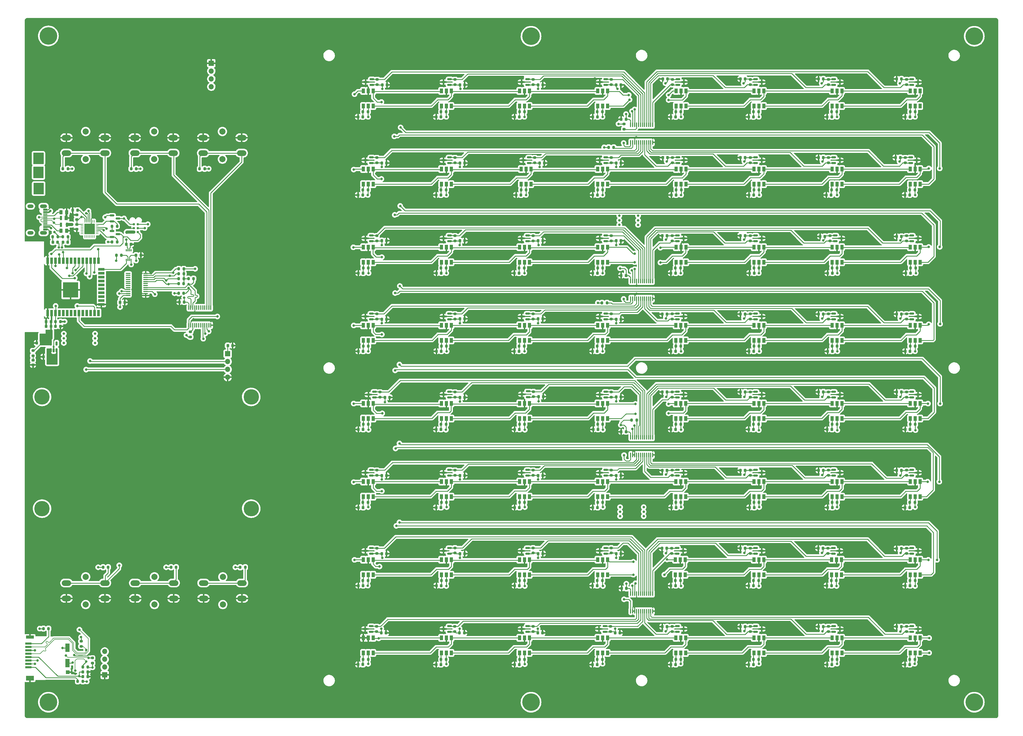
<source format=gbr>
%TF.GenerationSoftware,KiCad,Pcbnew,(6.0.8-1)-1*%
%TF.CreationDate,2022-10-23T23:44:36-04:00*%
%TF.ProjectId,chess-board-iot,63686573-732d-4626-9f61-72642d696f74,A*%
%TF.SameCoordinates,Original*%
%TF.FileFunction,Copper,L1,Top*%
%TF.FilePolarity,Positive*%
%FSLAX46Y46*%
G04 Gerber Fmt 4.6, Leading zero omitted, Abs format (unit mm)*
G04 Created by KiCad (PCBNEW (6.0.8-1)-1) date 2022-10-23 23:44:36*
%MOMM*%
%LPD*%
G01*
G04 APERTURE LIST*
G04 Aperture macros list*
%AMRoundRect*
0 Rectangle with rounded corners*
0 $1 Rounding radius*
0 $2 $3 $4 $5 $6 $7 $8 $9 X,Y pos of 4 corners*
0 Add a 4 corners polygon primitive as box body*
4,1,4,$2,$3,$4,$5,$6,$7,$8,$9,$2,$3,0*
0 Add four circle primitives for the rounded corners*
1,1,$1+$1,$2,$3*
1,1,$1+$1,$4,$5*
1,1,$1+$1,$6,$7*
1,1,$1+$1,$8,$9*
0 Add four rect primitives between the rounded corners*
20,1,$1+$1,$2,$3,$4,$5,0*
20,1,$1+$1,$4,$5,$6,$7,0*
20,1,$1+$1,$6,$7,$8,$9,0*
20,1,$1+$1,$8,$9,$2,$3,0*%
G04 Aperture macros list end*
%TA.AperFunction,SMDPad,CuDef*%
%ADD10RoundRect,0.200000X0.275000X-0.200000X0.275000X0.200000X-0.275000X0.200000X-0.275000X-0.200000X0*%
%TD*%
%TA.AperFunction,SMDPad,CuDef*%
%ADD11RoundRect,0.225000X0.225000X0.250000X-0.225000X0.250000X-0.225000X-0.250000X0.225000X-0.250000X0*%
%TD*%
%TA.AperFunction,SMDPad,CuDef*%
%ADD12RoundRect,0.200000X0.200000X0.275000X-0.200000X0.275000X-0.200000X-0.275000X0.200000X-0.275000X0*%
%TD*%
%TA.AperFunction,SMDPad,CuDef*%
%ADD13RoundRect,0.225000X-0.225000X-0.250000X0.225000X-0.250000X0.225000X0.250000X-0.225000X0.250000X0*%
%TD*%
%TA.AperFunction,SMDPad,CuDef*%
%ADD14R,1.000000X1.500000*%
%TD*%
%TA.AperFunction,SMDPad,CuDef*%
%ADD15RoundRect,0.150000X-0.587500X-0.150000X0.587500X-0.150000X0.587500X0.150000X-0.587500X0.150000X0*%
%TD*%
%TA.AperFunction,SMDPad,CuDef*%
%ADD16RoundRect,0.150000X0.587500X0.150000X-0.587500X0.150000X-0.587500X-0.150000X0.587500X-0.150000X0*%
%TD*%
%TA.AperFunction,WasherPad*%
%ADD17C,2.000000*%
%TD*%
%TA.AperFunction,ComponentPad*%
%ADD18O,3.048000X1.850000*%
%TD*%
%TA.AperFunction,SMDPad,CuDef*%
%ADD19RoundRect,0.200000X-0.275000X0.200000X-0.275000X-0.200000X0.275000X-0.200000X0.275000X0.200000X0*%
%TD*%
%TA.AperFunction,SMDPad,CuDef*%
%ADD20R,1.000000X1.400000*%
%TD*%
%TA.AperFunction,SMDPad,CuDef*%
%ADD21R,0.800000X1.400000*%
%TD*%
%TA.AperFunction,SMDPad,CuDef*%
%ADD22RoundRect,0.100000X0.100000X-0.637500X0.100000X0.637500X-0.100000X0.637500X-0.100000X-0.637500X0*%
%TD*%
%TA.AperFunction,SMDPad,CuDef*%
%ADD23R,0.300000X0.800000*%
%TD*%
%TA.AperFunction,SMDPad,CuDef*%
%ADD24RoundRect,0.200000X-0.200000X-0.275000X0.200000X-0.275000X0.200000X0.275000X-0.200000X0.275000X0*%
%TD*%
%TA.AperFunction,SMDPad,CuDef*%
%ADD25R,0.900000X2.000000*%
%TD*%
%TA.AperFunction,SMDPad,CuDef*%
%ADD26R,2.000000X0.900000*%
%TD*%
%TA.AperFunction,SMDPad,CuDef*%
%ADD27R,5.000000X5.000000*%
%TD*%
%TA.AperFunction,SMDPad,CuDef*%
%ADD28RoundRect,0.050000X-0.287500X0.050000X-0.287500X-0.050000X0.287500X-0.050000X0.287500X0.050000X0*%
%TD*%
%TA.AperFunction,SMDPad,CuDef*%
%ADD29RoundRect,0.100000X-0.675000X0.100000X-0.675000X-0.100000X0.675000X-0.100000X0.675000X0.100000X0*%
%TD*%
%TA.AperFunction,SMDPad,CuDef*%
%ADD30C,0.787000*%
%TD*%
%TA.AperFunction,SMDPad,CuDef*%
%ADD31RoundRect,0.100000X0.637500X0.100000X-0.637500X0.100000X-0.637500X-0.100000X0.637500X-0.100000X0*%
%TD*%
%TA.AperFunction,SMDPad,CuDef*%
%ADD32RoundRect,0.250000X0.262500X0.450000X-0.262500X0.450000X-0.262500X-0.450000X0.262500X-0.450000X0*%
%TD*%
%TA.AperFunction,SMDPad,CuDef*%
%ADD33RoundRect,0.062500X-0.062500X0.337500X-0.062500X-0.337500X0.062500X-0.337500X0.062500X0.337500X0*%
%TD*%
%TA.AperFunction,SMDPad,CuDef*%
%ADD34RoundRect,0.062500X-0.337500X0.062500X-0.337500X-0.062500X0.337500X-0.062500X0.337500X0.062500X0*%
%TD*%
%TA.AperFunction,SMDPad,CuDef*%
%ADD35R,3.350000X3.350000*%
%TD*%
%TA.AperFunction,SMDPad,CuDef*%
%ADD36RoundRect,0.250000X0.450000X-0.325000X0.450000X0.325000X-0.450000X0.325000X-0.450000X-0.325000X0*%
%TD*%
%TA.AperFunction,ComponentPad*%
%ADD37C,5.700000*%
%TD*%
%TA.AperFunction,ComponentPad*%
%ADD38R,1.700000X1.700000*%
%TD*%
%TA.AperFunction,ComponentPad*%
%ADD39O,1.700000X1.700000*%
%TD*%
%TA.AperFunction,SMDPad,CuDef*%
%ADD40RoundRect,0.225000X0.250000X-0.225000X0.250000X0.225000X-0.250000X0.225000X-0.250000X-0.225000X0*%
%TD*%
%TA.AperFunction,SMDPad,CuDef*%
%ADD41RoundRect,0.150000X0.150000X-0.512500X0.150000X0.512500X-0.150000X0.512500X-0.150000X-0.512500X0*%
%TD*%
%TA.AperFunction,SMDPad,CuDef*%
%ADD42RoundRect,0.218750X0.256250X-0.218750X0.256250X0.218750X-0.256250X0.218750X-0.256250X-0.218750X0*%
%TD*%
%TA.AperFunction,SMDPad,CuDef*%
%ADD43R,1.400000X0.300000*%
%TD*%
%TA.AperFunction,ComponentPad*%
%ADD44O,2.300000X1.200000*%
%TD*%
%TA.AperFunction,ComponentPad*%
%ADD45O,2.000000X1.200000*%
%TD*%
%TA.AperFunction,SMDPad,CuDef*%
%ADD46RoundRect,0.218750X0.218750X0.256250X-0.218750X0.256250X-0.218750X-0.256250X0.218750X-0.256250X0*%
%TD*%
%TA.AperFunction,ComponentPad*%
%ADD47C,5.000000*%
%TD*%
%TA.AperFunction,SMDPad,CuDef*%
%ADD48RoundRect,0.218750X-0.218750X-0.256250X0.218750X-0.256250X0.218750X0.256250X-0.218750X0.256250X0*%
%TD*%
%TA.AperFunction,SMDPad,CuDef*%
%ADD49RoundRect,0.225000X-0.250000X0.225000X-0.250000X-0.225000X0.250000X-0.225000X0.250000X0.225000X0*%
%TD*%
%TA.AperFunction,SMDPad,CuDef*%
%ADD50RoundRect,0.250000X1.075000X-0.375000X1.075000X0.375000X-1.075000X0.375000X-1.075000X-0.375000X0*%
%TD*%
%TA.AperFunction,SMDPad,CuDef*%
%ADD51R,2.000000X0.700000*%
%TD*%
%TA.AperFunction,SMDPad,CuDef*%
%ADD52R,1.400000X2.700000*%
%TD*%
%TA.AperFunction,SMDPad,CuDef*%
%ADD53R,2.600000X1.500000*%
%TD*%
%TA.AperFunction,SMDPad,CuDef*%
%ADD54R,2.600000X1.000000*%
%TD*%
%TA.AperFunction,SMDPad,CuDef*%
%ADD55R,1.200000X1.200000*%
%TD*%
%TA.AperFunction,ViaPad*%
%ADD56C,0.800000*%
%TD*%
%TA.AperFunction,Conductor*%
%ADD57C,0.250000*%
%TD*%
%TA.AperFunction,Conductor*%
%ADD58C,0.500000*%
%TD*%
%TA.AperFunction,Conductor*%
%ADD59C,1.000000*%
%TD*%
%TA.AperFunction,Conductor*%
%ADD60C,0.200000*%
%TD*%
G04 APERTURE END LIST*
D10*
%TO.P,R441,1*%
%TO.N,3V3*%
X165748580Y-92011000D03*
%TO.P,R441,2*%
%TO.N,Tile_41*%
X165748580Y-90361000D03*
%TD*%
D11*
%TO.P,C237,1*%
%TO.N,Net-(C237-Pad1)*%
X262916580Y-127889000D03*
%TO.P,C237,2*%
%TO.N,GND*%
X261366580Y-127889000D03*
%TD*%
D12*
%TO.P,R258,1*%
%TO.N,5V*%
X162890580Y-50038000D03*
%TO.P,R258,2*%
%TO.N,Net-(C257-Pad1)*%
X161240580Y-50038000D03*
%TD*%
D13*
%TO.P,C411,1*%
%TO.N,3V3*%
X218186580Y-193675000D03*
%TO.P,C411,2*%
%TO.N,GND*%
X219736580Y-193675000D03*
%TD*%
%TO.P,C102,1*%
%TO.N,GND*%
X57391000Y-129667000D03*
%TO.P,C102,2*%
%TO.N,5V*%
X58941000Y-129667000D03*
%TD*%
%TO.P,C403,1*%
%TO.N,3V3*%
X218059580Y-219456000D03*
%TO.P,C403,2*%
%TO.N,GND*%
X219609580Y-219456000D03*
%TD*%
D14*
%TO.P,D231,1,VCC*%
%TO.N,Net-(C231-Pad1)*%
X313754580Y-149770000D03*
%TO.P,D231,2,VDD*%
%TO.N,5V*%
X315354580Y-149770000D03*
%TO.P,D231,3,DOUT*%
%TO.N,Net-(D231-Pad3)*%
X316954580Y-149770000D03*
%TO.P,D231,4,DIN*%
%TO.N,Net-(D230-Pad3)*%
X316954580Y-144870000D03*
%TO.P,D231,5,GND*%
%TO.N,GND*%
X315354580Y-144870000D03*
%TO.P,D231,6,BIN*%
%TO.N,Net-(D229-Pad3)*%
X313754580Y-144870000D03*
%TD*%
%TO.P,D222,1,VCC*%
%TO.N,Net-(C222-Pad1)*%
X288354580Y-175170000D03*
%TO.P,D222,2,VDD*%
%TO.N,5V*%
X289954580Y-175170000D03*
%TO.P,D222,3,DOUT*%
%TO.N,Net-(D222-Pad3)*%
X291554580Y-175170000D03*
%TO.P,D222,4,DIN*%
%TO.N,Net-(D221-Pad3)*%
X291554580Y-170270000D03*
%TO.P,D222,5,GND*%
%TO.N,GND*%
X289954580Y-170270000D03*
%TO.P,D222,6,BIN*%
%TO.N,Net-(D220-Pad3)*%
X288354580Y-170270000D03*
%TD*%
D12*
%TO.P,R210,1*%
%TO.N,5V*%
X188417580Y-202438000D03*
%TO.P,R210,2*%
%TO.N,Net-(C210-Pad1)*%
X186767580Y-202438000D03*
%TD*%
D13*
%TO.P,C441,1*%
%TO.N,3V3*%
X167386580Y-91948000D03*
%TO.P,C441,2*%
%TO.N,GND*%
X168936580Y-91948000D03*
%TD*%
D11*
%TO.P,C264,1*%
%TO.N,Net-(C264-Pad1)*%
X339116580Y-51689000D03*
%TO.P,C264,2*%
%TO.N,GND*%
X337566580Y-51689000D03*
%TD*%
D12*
%TO.P,R112,1*%
%TO.N,3V3*%
X103025000Y-102700000D03*
%TO.P,R112,2*%
%TO.N,/SDA_DB*%
X101375000Y-102700000D03*
%TD*%
D14*
%TO.P,D221,1,VCC*%
%TO.N,Net-(C221-Pad1)*%
X262954580Y-175170000D03*
%TO.P,D221,2,VDD*%
%TO.N,5V*%
X264554580Y-175170000D03*
%TO.P,D221,3,DOUT*%
%TO.N,Net-(D221-Pad3)*%
X266154580Y-175170000D03*
%TO.P,D221,4,DIN*%
%TO.N,Net-(D220-Pad3)*%
X266154580Y-170270000D03*
%TO.P,D221,5,GND*%
%TO.N,GND*%
X264554580Y-170270000D03*
%TO.P,D221,6,BIN*%
%TO.N,Net-(D219-Pad3)*%
X262954580Y-170270000D03*
%TD*%
D15*
%TO.P,U442,1,VOUT*%
%TO.N,Tile_42*%
X189417080Y-90236000D03*
%TO.P,U442,2,VDD*%
%TO.N,3V3*%
X189417080Y-92136000D03*
D16*
%TO.P,U442,3,GND*%
%TO.N,GND*%
X187417080Y-91186000D03*
%TD*%
%TO.P,U464,1,VOUT*%
%TO.N,Tile_64*%
X339692080Y-41336000D03*
%TO.P,U464,2,VDD*%
%TO.N,3V3*%
X339692080Y-39436000D03*
D15*
%TO.P,U464,3,GND*%
%TO.N,GND*%
X341692080Y-40386000D03*
%TD*%
D14*
%TO.P,D236,1,VCC*%
%TO.N,Net-(C236-Pad1)*%
X237554580Y-124370000D03*
%TO.P,D236,2,VDD*%
%TO.N,5V*%
X239154580Y-124370000D03*
%TO.P,D236,3,DOUT*%
%TO.N,Net-(D236-Pad3)*%
X240754580Y-124370000D03*
%TO.P,D236,4,DIN*%
%TO.N,Net-(D235-Pad3)*%
X240754580Y-119470000D03*
%TO.P,D236,5,GND*%
%TO.N,GND*%
X239154580Y-119470000D03*
%TO.P,D236,6,BIN*%
%TO.N,Net-(D234-Pad3)*%
X237554580Y-119470000D03*
%TD*%
D17*
%TO.P,SW107,*%
%TO.N,*%
X71120000Y-65460000D03*
X71120000Y-56460000D03*
D18*
%TO.P,SW107,1,A*%
%TO.N,B_MOVE*%
X64870000Y-63460000D03*
X77370000Y-63460000D03*
%TO.P,SW107,2,B*%
%TO.N,GND*%
X77370000Y-58460000D03*
X64870000Y-58460000D03*
%TD*%
D11*
%TO.P,C202,1*%
%TO.N,Net-(C202-Pad1)*%
X186589580Y-229743000D03*
%TO.P,C202,2*%
%TO.N,GND*%
X185039580Y-229743000D03*
%TD*%
D15*
%TO.P,U457,1,VOUT*%
%TO.N,Tile_57*%
X164144080Y-39436000D03*
%TO.P,U457,2,VDD*%
%TO.N,3V3*%
X164144080Y-41336000D03*
D16*
%TO.P,U457,3,GND*%
%TO.N,GND*%
X162144080Y-40386000D03*
%TD*%
D11*
%TO.P,C217,1*%
%TO.N,Net-(C217-Pad1)*%
X161316580Y-178689000D03*
%TO.P,C217,2*%
%TO.N,GND*%
X159766580Y-178689000D03*
%TD*%
D12*
%TO.P,R240,1*%
%TO.N,5V*%
X315417580Y-126238000D03*
%TO.P,R240,2*%
%TO.N,Net-(C239-Pad1)*%
X313767580Y-126238000D03*
%TD*%
D19*
%TO.P,R463,1*%
%TO.N,3V3*%
X312560580Y-39561000D03*
%TO.P,R463,2*%
%TO.N,Tile_63*%
X312560580Y-41211000D03*
%TD*%
D20*
%TO.P,U103,1,A*%
%TO.N,GND*%
X64800000Y-84600000D03*
D21*
%TO.P,U103,2,K*%
%TO.N,/D_P*%
X63100000Y-84600000D03*
%TO.P,U103,3,K*%
%TO.N,/D_N*%
X63100000Y-86800000D03*
%TO.P,U103,4,K*%
%TO.N,VBUS*%
X65000000Y-86800000D03*
%TD*%
D19*
%TO.P,R456,1*%
%TO.N,3V3*%
X337579580Y-64961000D03*
%TO.P,R456,2*%
%TO.N,Tile_56*%
X337579580Y-66611000D03*
%TD*%
D14*
%TO.P,D264,1,VCC*%
%TO.N,Net-(C264-Pad1)*%
X339154580Y-48170000D03*
%TO.P,D264,2,VDD*%
%TO.N,5V*%
X340754580Y-48170000D03*
%TO.P,D264,3,DOUT*%
%TO.N,unconnected-(D264-Pad3)*%
X342354580Y-48170000D03*
%TO.P,D264,4,DIN*%
%TO.N,Net-(D263-Pad3)*%
X342354580Y-43270000D03*
%TO.P,D264,5,GND*%
%TO.N,GND*%
X340754580Y-43270000D03*
%TO.P,D264,6,BIN*%
%TO.N,Net-(D262-Pad3)*%
X339154580Y-43270000D03*
%TD*%
D22*
%TO.P,U303,1,~{INT}*%
%TO.N,~{IO_INT}*%
X248279580Y-110812500D03*
%TO.P,U303,2,A1*%
%TO.N,Net-(R302-Pad2)*%
X248929580Y-110812500D03*
%TO.P,U303,3,A2*%
%TO.N,GND*%
X249579580Y-110812500D03*
%TO.P,U303,4,P00*%
%TO.N,Tile_33*%
X250229580Y-110812500D03*
%TO.P,U303,5,P01*%
%TO.N,Tile_34*%
X250879580Y-110812500D03*
%TO.P,U303,6,P02*%
%TO.N,Tile_35*%
X251529580Y-110812500D03*
%TO.P,U303,7,P03*%
%TO.N,Tile_36*%
X252179580Y-110812500D03*
%TO.P,U303,8,P04*%
%TO.N,Tile_37*%
X252829580Y-110812500D03*
%TO.P,U303,9,P05*%
%TO.N,Tile_38*%
X253479580Y-110812500D03*
%TO.P,U303,10,P06*%
%TO.N,Tile_39*%
X254129580Y-110812500D03*
%TO.P,U303,11,P07*%
%TO.N,Tile_40*%
X254779580Y-110812500D03*
%TO.P,U303,12,GND*%
%TO.N,GND*%
X255429580Y-110812500D03*
%TO.P,U303,13,P10*%
%TO.N,Tile_45*%
X255429580Y-105087500D03*
%TO.P,U303,14,P11*%
%TO.N,Tile_46*%
X254779580Y-105087500D03*
%TO.P,U303,15,P12*%
%TO.N,Tile_47*%
X254129580Y-105087500D03*
%TO.P,U303,16,P13*%
%TO.N,Tile_48*%
X253479580Y-105087500D03*
%TO.P,U303,17,P14*%
%TO.N,Tile_41*%
X252829580Y-105087500D03*
%TO.P,U303,18,P15*%
%TO.N,Tile_42*%
X252179580Y-105087500D03*
%TO.P,U303,19,P16*%
%TO.N,Tile_43*%
X251529580Y-105087500D03*
%TO.P,U303,20,P17*%
%TO.N,Tile_44*%
X250879580Y-105087500D03*
%TO.P,U303,21,A0*%
%TO.N,GND*%
X250229580Y-105087500D03*
%TO.P,U303,22,SCL*%
%TO.N,~{SCL_IOMUX}*%
X249579580Y-105087500D03*
%TO.P,U303,23,SDA*%
%TO.N,~{SDA_IOMUX}*%
X248929580Y-105087500D03*
%TO.P,U303,24,VCC*%
%TO.N,3V3*%
X248279580Y-105087500D03*
%TD*%
D15*
%TO.P,U404,1,VOUT*%
%TO.N,Tile_04*%
X239963080Y-217236000D03*
%TO.P,U404,2,VDD*%
%TO.N,3V3*%
X239963080Y-219136000D03*
D16*
%TO.P,U404,3,GND*%
%TO.N,GND*%
X237963080Y-218186000D03*
%TD*%
D14*
%TO.P,D209,1,VCC*%
%TO.N,Net-(C209-Pad1)*%
X161354580Y-200570000D03*
%TO.P,D209,2,VDD*%
%TO.N,5V*%
X162954580Y-200570000D03*
%TO.P,D209,3,DOUT*%
%TO.N,Net-(D209-Pad3)*%
X164554580Y-200570000D03*
%TO.P,D209,4,DIN*%
%TO.N,Net-(D208-Pad3)*%
X164554580Y-195670000D03*
%TO.P,D209,5,GND*%
%TO.N,GND*%
X162954580Y-195670000D03*
%TO.P,D209,6,BIN*%
%TO.N,Net-(D207-Pad3)*%
X161354580Y-195670000D03*
%TD*%
D11*
%TO.P,C260,1*%
%TO.N,Net-(C260-Pad1)*%
X237516580Y-51689000D03*
%TO.P,C260,2*%
%TO.N,GND*%
X235966580Y-51689000D03*
%TD*%
%TO.P,C445,1*%
%TO.N,3V3*%
X260122580Y-90297000D03*
%TO.P,C445,2*%
%TO.N,GND*%
X258572580Y-90297000D03*
%TD*%
D16*
%TO.P,U406,1,VOUT*%
%TO.N,Tile_06*%
X288892080Y-219136000D03*
%TO.P,U406,2,VDD*%
%TO.N,3V3*%
X288892080Y-217236000D03*
D15*
%TO.P,U406,3,GND*%
%TO.N,GND*%
X290892080Y-218186000D03*
%TD*%
D14*
%TO.P,D243,1,VCC*%
%TO.N,Net-(C243-Pad1)*%
X212154580Y-98970000D03*
%TO.P,D243,2,VDD*%
%TO.N,5V*%
X213754580Y-98970000D03*
%TO.P,D243,3,DOUT*%
%TO.N,Net-(D243-Pad3)*%
X215354580Y-98970000D03*
%TO.P,D243,4,DIN*%
%TO.N,Net-(D242-Pad3)*%
X215354580Y-94070000D03*
%TO.P,D243,5,GND*%
%TO.N,GND*%
X213754580Y-94070000D03*
%TO.P,D243,6,BIN*%
%TO.N,Net-(D241-Pad3)*%
X212154580Y-94070000D03*
%TD*%
D13*
%TO.P,C449,1*%
%TO.N,3V3*%
X167386580Y-66675000D03*
%TO.P,C449,2*%
%TO.N,GND*%
X168936580Y-66675000D03*
%TD*%
D11*
%TO.P,C259,1*%
%TO.N,Net-(C259-Pad1)*%
X212116580Y-51689000D03*
%TO.P,C259,2*%
%TO.N,GND*%
X210566580Y-51689000D03*
%TD*%
D15*
%TO.P,U409,1,VOUT*%
%TO.N,Tile_09*%
X164017080Y-191836000D03*
%TO.P,U409,2,VDD*%
%TO.N,3V3*%
X164017080Y-193736000D03*
D16*
%TO.P,U409,3,GND*%
%TO.N,GND*%
X162017080Y-192786000D03*
%TD*%
D12*
%TO.P,R204,1*%
%TO.N,5V*%
X239090580Y-228092000D03*
%TO.P,R204,2*%
%TO.N,Net-(C204-Pad1)*%
X237440580Y-228092000D03*
%TD*%
D11*
%TO.P,C431,1*%
%TO.N,3V3*%
X310922580Y-141097000D03*
%TO.P,C431,2*%
%TO.N,GND*%
X309372580Y-141097000D03*
%TD*%
%TO.P,C233,1*%
%TO.N,Net-(C233-Pad1)*%
X161316580Y-127889000D03*
%TO.P,C233,2*%
%TO.N,GND*%
X159766580Y-127889000D03*
%TD*%
D12*
%TO.P,R211,1*%
%TO.N,5V*%
X213817580Y-202438000D03*
%TO.P,R211,2*%
%TO.N,Net-(C211-Pad1)*%
X212167580Y-202438000D03*
%TD*%
%TO.P,R251,1*%
%TO.N,5V*%
X188290580Y-75438000D03*
%TO.P,R251,2*%
%TO.N,Net-(C250-Pad1)*%
X186640580Y-75438000D03*
%TD*%
%TO.P,R263,1*%
%TO.N,5V*%
X289890580Y-50038000D03*
%TO.P,R263,2*%
%TO.N,Net-(C262-Pad1)*%
X288240580Y-50038000D03*
%TD*%
D11*
%TO.P,C461,1*%
%TO.N,3V3*%
X260249580Y-39370000D03*
%TO.P,C461,2*%
%TO.N,GND*%
X258699580Y-39370000D03*
%TD*%
D12*
%TO.P,R249,1*%
%TO.N,5V*%
X340944580Y-100838000D03*
%TO.P,R249,2*%
%TO.N,Net-(C248-Pad1)*%
X339294580Y-100838000D03*
%TD*%
D11*
%TO.P,C406,1*%
%TO.N,3V3*%
X285522580Y-217424000D03*
%TO.P,C406,2*%
%TO.N,GND*%
X283972580Y-217424000D03*
%TD*%
D13*
%TO.P,C442,1*%
%TO.N,3V3*%
X192786580Y-91948000D03*
%TO.P,C442,2*%
%TO.N,GND*%
X194336580Y-91948000D03*
%TD*%
D11*
%TO.P,C255,1*%
%TO.N,Net-(C255-Pad1)*%
X313462580Y-77089000D03*
%TO.P,C255,2*%
%TO.N,GND*%
X311912580Y-77089000D03*
%TD*%
D12*
%TO.P,R255,1*%
%TO.N,5V*%
X290017580Y-75438000D03*
%TO.P,R255,2*%
%TO.N,Net-(C254-Pad1)*%
X288367580Y-75438000D03*
%TD*%
D23*
%TO.P,U201,1,B2*%
%TO.N,unconnected-(U201-Pad1)*%
X85840000Y-95097000D03*
%TO.P,U201,2,GND*%
%TO.N,GND*%
X85340000Y-95097000D03*
%TO.P,U201,3,VCCA*%
%TO.N,3V3*%
X84840000Y-95097000D03*
%TO.P,U201,4,A2*%
%TO.N,unconnected-(U201-Pad4)*%
X84340000Y-95097000D03*
%TO.P,U201,5,A1*%
%TO.N,LED_IC*%
X84340000Y-98197000D03*
%TO.P,U201,6,OE*%
%TO.N,Net-(R213-Pad2)*%
X84840000Y-98197000D03*
%TO.P,U201,7,VCCB*%
%TO.N,5V*%
X85340000Y-98197000D03*
%TO.P,U201,8,B1*%
%TO.N,Net-(D201-Pad4)*%
X85840000Y-98197000D03*
%TD*%
D16*
%TO.P,U407,1,VOUT*%
%TO.N,Tile_07*%
X314292080Y-219136000D03*
%TO.P,U407,2,VDD*%
%TO.N,3V3*%
X314292080Y-217236000D03*
D15*
%TO.P,U407,3,GND*%
%TO.N,GND*%
X316292080Y-218186000D03*
%TD*%
D19*
%TO.P,R413,1*%
%TO.N,3V3*%
X261633580Y-191961000D03*
%TO.P,R413,2*%
%TO.N,Tile_13*%
X261633580Y-193611000D03*
%TD*%
D14*
%TO.P,D248,1,VCC*%
%TO.N,Net-(C248-Pad1)*%
X339154580Y-98970000D03*
%TO.P,D248,2,VDD*%
%TO.N,5V*%
X340754580Y-98970000D03*
%TO.P,D248,3,DOUT*%
%TO.N,Net-(D248-Pad3)*%
X342354580Y-98970000D03*
%TO.P,D248,4,DIN*%
%TO.N,Net-(D247-Pad3)*%
X342354580Y-94070000D03*
%TO.P,D248,5,GND*%
%TO.N,GND*%
X340754580Y-94070000D03*
%TO.P,D248,6,BIN*%
%TO.N,Net-(D246-Pad3)*%
X339154580Y-94070000D03*
%TD*%
D11*
%TO.P,C243,1*%
%TO.N,Net-(C243-Pad1)*%
X211989580Y-102489000D03*
%TO.P,C243,2*%
%TO.N,GND*%
X210439580Y-102489000D03*
%TD*%
D19*
%TO.P,R117,1*%
%TO.N,/SD_MOSI*%
X73288200Y-227615000D03*
%TO.P,R117,2*%
%TO.N,3V3*%
X73288200Y-229265000D03*
%TD*%
D14*
%TO.P,D251,1,VCC*%
%TO.N,Net-(C251-Pad1)*%
X212662580Y-73570000D03*
%TO.P,D251,2,VDD*%
%TO.N,5V*%
X214262580Y-73570000D03*
%TO.P,D251,3,DOUT*%
%TO.N,Net-(D251-Pad3)*%
X215862580Y-73570000D03*
%TO.P,D251,4,DIN*%
%TO.N,Net-(D250-Pad3)*%
X215862580Y-68670000D03*
%TO.P,D251,5,GND*%
%TO.N,GND*%
X214262580Y-68670000D03*
%TO.P,D251,6,BIN*%
%TO.N,Net-(D249-Pad3)*%
X212662580Y-68670000D03*
%TD*%
D16*
%TO.P,U424,1,VOUT*%
%TO.N,Tile_24*%
X339692080Y-168336000D03*
%TO.P,U424,2,VDD*%
%TO.N,3V3*%
X339692080Y-166436000D03*
D15*
%TO.P,U424,3,GND*%
%TO.N,GND*%
X341692080Y-167386000D03*
%TD*%
D14*
%TO.P,D260,1,VCC*%
%TO.N,Net-(C260-Pad1)*%
X237554580Y-48170000D03*
%TO.P,D260,2,VDD*%
%TO.N,5V*%
X239154580Y-48170000D03*
%TO.P,D260,3,DOUT*%
%TO.N,Net-(D260-Pad3)*%
X240754580Y-48170000D03*
%TO.P,D260,4,DIN*%
%TO.N,Net-(D259-Pad3)*%
X240754580Y-43270000D03*
%TO.P,D260,5,GND*%
%TO.N,GND*%
X239154580Y-43270000D03*
%TO.P,D260,6,BIN*%
%TO.N,Net-(D258-Pad3)*%
X237554580Y-43270000D03*
%TD*%
D11*
%TO.P,C242,1*%
%TO.N,Net-(C242-Pad1)*%
X186716580Y-102489000D03*
%TO.P,C242,2*%
%TO.N,GND*%
X185166580Y-102489000D03*
%TD*%
D13*
%TO.P,C450,1*%
%TO.N,3V3*%
X192786580Y-66675000D03*
%TO.P,C450,2*%
%TO.N,GND*%
X194336580Y-66675000D03*
%TD*%
D19*
%TO.P,R439,1*%
%TO.N,3V3*%
X312560580Y-115761000D03*
%TO.P,R439,2*%
%TO.N,Tile_39*%
X312560580Y-117411000D03*
%TD*%
D10*
%TO.P,R433,1*%
%TO.N,3V3*%
X165748580Y-117411000D03*
%TO.P,R433,2*%
%TO.N,Tile_33*%
X165748580Y-115761000D03*
%TD*%
D24*
%TO.P,R305,1*%
%TO.N,3V3*%
X76772000Y-198120000D03*
%TO.P,R305,2*%
%TO.N,W_END*%
X78422000Y-198120000D03*
%TD*%
D12*
%TO.P,R219,1*%
%TO.N,5V*%
X188417580Y-177038000D03*
%TO.P,R219,2*%
%TO.N,Net-(C218-Pad1)*%
X186767580Y-177038000D03*
%TD*%
D25*
%TO.P,U102,1,GND*%
%TO.N,GND*%
X58717000Y-115450000D03*
%TO.P,U102,2,VDD*%
%TO.N,3V3*%
X59987000Y-115450000D03*
%TO.P,U102,3,EN*%
%TO.N,/EN*%
X61257000Y-115450000D03*
%TO.P,U102,4,SENSOR_VP*%
%TO.N,unconnected-(U102-Pad4)*%
X62527000Y-115450000D03*
%TO.P,U102,5,SENSOR_VN*%
%TO.N,unconnected-(U102-Pad5)*%
X63797000Y-115450000D03*
%TO.P,U102,6,IO34*%
%TO.N,unconnected-(U102-Pad6)*%
X65067000Y-115450000D03*
%TO.P,U102,7,IO35*%
%TO.N,unconnected-(U102-Pad7)*%
X66337000Y-115450000D03*
%TO.P,U102,8,IO32*%
%TO.N,unconnected-(U102-Pad8)*%
X67607000Y-115450000D03*
%TO.P,U102,9,IO33*%
%TO.N,~{IO_INT}*%
X68877000Y-115450000D03*
%TO.P,U102,10,IO25*%
%TO.N,unconnected-(U102-Pad10)*%
X70147000Y-115450000D03*
%TO.P,U102,11,IO26*%
%TO.N,unconnected-(U102-Pad11)*%
X71417000Y-115450000D03*
%TO.P,U102,12,IO27*%
%TO.N,unconnected-(U102-Pad12)*%
X72687000Y-115450000D03*
%TO.P,U102,13,IO14*%
%TO.N,/SD_DET*%
X73957000Y-115450000D03*
%TO.P,U102,14,IO12*%
%TO.N,unconnected-(U102-Pad14)*%
X75227000Y-115450000D03*
D26*
%TO.P,U102,15,GND*%
%TO.N,GND*%
X76227000Y-112665000D03*
%TO.P,U102,16,IO13*%
%TO.N,unconnected-(U102-Pad16)*%
X76227000Y-111395000D03*
%TO.P,U102,17,SHD/SD2*%
%TO.N,unconnected-(U102-Pad17)*%
X76227000Y-110125000D03*
%TO.P,U102,18,SWP/SD3*%
%TO.N,unconnected-(U102-Pad18)*%
X76227000Y-108855000D03*
%TO.P,U102,19,SCS/CMD*%
%TO.N,unconnected-(U102-Pad19)*%
X76227000Y-107585000D03*
%TO.P,U102,20,SCK/CLK*%
%TO.N,unconnected-(U102-Pad20)*%
X76227000Y-106315000D03*
%TO.P,U102,21,SDO/SD0*%
%TO.N,unconnected-(U102-Pad21)*%
X76227000Y-105045000D03*
%TO.P,U102,22,SDI/SD1*%
%TO.N,unconnected-(U102-Pad22)*%
X76227000Y-103775000D03*
%TO.P,U102,23,IO15*%
%TO.N,unconnected-(U102-Pad23)*%
X76227000Y-102505000D03*
%TO.P,U102,24,IO2*%
%TO.N,LED_IC*%
X76227000Y-101235000D03*
D25*
%TO.P,U102,25,IO0*%
%TO.N,/IO0*%
X75227000Y-98450000D03*
%TO.P,U102,26,IO4*%
%TO.N,/~{I2C_RESET}*%
X73957000Y-98450000D03*
%TO.P,U102,27,IO16*%
%TO.N,/RX2*%
X72687000Y-98450000D03*
%TO.P,U102,28,IO17*%
%TO.N,/TX2*%
X71417000Y-98450000D03*
%TO.P,U102,29,IO5*%
%TO.N,/SD_SS*%
X70147000Y-98450000D03*
%TO.P,U102,30,IO18*%
%TO.N,/SD_SCK*%
X68877000Y-98450000D03*
%TO.P,U102,31,IO19*%
%TO.N,/SD_MISO*%
X67607000Y-98450000D03*
%TO.P,U102,32,NC*%
%TO.N,unconnected-(U102-Pad32)*%
X66337000Y-98450000D03*
%TO.P,U102,33,IO21*%
%TO.N,/~{I2C_SDA}*%
X65067000Y-98450000D03*
%TO.P,U102,34,RXD0/IO3*%
%TO.N,/TX0*%
X63797000Y-98450000D03*
%TO.P,U102,35,TXD0/IO1*%
%TO.N,/RX0*%
X62527000Y-98450000D03*
%TO.P,U102,36,IO22*%
%TO.N,/~{I2C_SCL}*%
X61257000Y-98450000D03*
%TO.P,U102,37,IO23*%
%TO.N,/SD_MOSI*%
X59987000Y-98450000D03*
%TO.P,U102,38,GND*%
%TO.N,GND*%
X58717000Y-98450000D03*
D27*
%TO.P,U102,39,GND*%
X66217000Y-107950000D03*
%TD*%
D14*
%TO.P,D213,1,VCC*%
%TO.N,Net-(C213-Pad1)*%
X262827580Y-200570000D03*
%TO.P,D213,2,VDD*%
%TO.N,5V*%
X264427580Y-200570000D03*
%TO.P,D213,3,DOUT*%
%TO.N,Net-(D213-Pad3)*%
X266027580Y-200570000D03*
%TO.P,D213,4,DIN*%
%TO.N,Net-(D212-Pad3)*%
X266027580Y-195670000D03*
%TO.P,D213,5,GND*%
%TO.N,GND*%
X264427580Y-195670000D03*
%TO.P,D213,6,BIN*%
%TO.N,Net-(D211-Pad3)*%
X262827580Y-195670000D03*
%TD*%
D11*
%TO.P,C265,1*%
%TO.N,GND*%
X85865000Y-93091000D03*
%TO.P,C265,2*%
%TO.N,3V3*%
X84315000Y-93091000D03*
%TD*%
D16*
%TO.P,U445,1,VOUT*%
%TO.N,Tile_45*%
X263492080Y-92136000D03*
%TO.P,U445,2,VDD*%
%TO.N,3V3*%
X263492080Y-90236000D03*
D15*
%TO.P,U445,3,GND*%
%TO.N,GND*%
X265492080Y-91186000D03*
%TD*%
%TO.P,U435,1,VOUT*%
%TO.N,Tile_35*%
X214817080Y-115636000D03*
%TO.P,U435,2,VDD*%
%TO.N,3V3*%
X214817080Y-117536000D03*
D16*
%TO.P,U435,3,GND*%
%TO.N,GND*%
X212817080Y-116586000D03*
%TD*%
D19*
%TO.P,R416,1*%
%TO.N,3V3*%
X337960580Y-191961000D03*
%TO.P,R416,2*%
%TO.N,Tile_16*%
X337960580Y-193611000D03*
%TD*%
D28*
%TO.P,D101,1,K1*%
%TO.N,/SD_MISO*%
X69904700Y-225934000D03*
X69029700Y-225934000D03*
%TO.P,D101,2,K2*%
%TO.N,/SD_SCK*%
X69029700Y-226434000D03*
X69904700Y-226434000D03*
D29*
%TO.P,D101,3,A*%
%TO.N,GND*%
X69467200Y-226934000D03*
D28*
%TO.P,D101,4,K3*%
%TO.N,/SD_MOSI*%
X69029700Y-227434000D03*
X69904700Y-227434000D03*
%TO.P,D101,5,K4*%
%TO.N,/SD_SS*%
X69029700Y-227934000D03*
X69904700Y-227934000D03*
%TD*%
D11*
%TO.P,C462,1*%
%TO.N,3V3*%
X285522580Y-39370000D03*
%TO.P,C462,2*%
%TO.N,GND*%
X283972580Y-39370000D03*
%TD*%
D10*
%TO.P,R425,1*%
%TO.N,3V3*%
X166764580Y-142811000D03*
%TO.P,R425,2*%
%TO.N,Tile_25*%
X166764580Y-141161000D03*
%TD*%
D16*
%TO.P,U437,1,VOUT*%
%TO.N,Tile_37*%
X263492080Y-117536000D03*
%TO.P,U437,2,VDD*%
%TO.N,3V3*%
X263492080Y-115636000D03*
D15*
%TO.P,U437,3,GND*%
%TO.N,GND*%
X265492080Y-116586000D03*
%TD*%
%TO.P,U450,1,VOUT*%
%TO.N,Tile_50*%
X189417080Y-64836000D03*
%TO.P,U450,2,VDD*%
%TO.N,3V3*%
X189417080Y-66736000D03*
D16*
%TO.P,U450,3,GND*%
%TO.N,GND*%
X187417080Y-65786000D03*
%TD*%
D11*
%TO.P,C215,1*%
%TO.N,Net-(C215-Pad1)*%
X313589580Y-204089000D03*
%TO.P,C215,2*%
%TO.N,GND*%
X312039580Y-204089000D03*
%TD*%
D10*
%TO.P,R449,1*%
%TO.N,3V3*%
X165748580Y-66611000D03*
%TO.P,R449,2*%
%TO.N,Tile_49*%
X165748580Y-64961000D03*
%TD*%
D11*
%TO.P,C245,1*%
%TO.N,Net-(C245-Pad1)*%
X262916580Y-102489000D03*
%TO.P,C245,2*%
%TO.N,GND*%
X261366580Y-102489000D03*
%TD*%
%TO.P,C261,1*%
%TO.N,Net-(C261-Pad1)*%
X262916580Y-51689000D03*
%TO.P,C261,2*%
%TO.N,GND*%
X261366580Y-51689000D03*
%TD*%
D10*
%TO.P,R450,1*%
%TO.N,3V3*%
X191148580Y-66611000D03*
%TO.P,R450,2*%
%TO.N,Tile_50*%
X191148580Y-64961000D03*
%TD*%
D14*
%TO.P,D204,1,VCC*%
%TO.N,Net-(C204-Pad1)*%
X237554580Y-225970000D03*
%TO.P,D204,2,VDD*%
%TO.N,5V*%
X239154580Y-225970000D03*
%TO.P,D204,3,DOUT*%
%TO.N,Net-(D204-Pad3)*%
X240754580Y-225970000D03*
%TO.P,D204,4,DIN*%
%TO.N,Net-(D203-Pad3)*%
X240754580Y-221070000D03*
%TO.P,D204,5,GND*%
%TO.N,GND*%
X239154580Y-221070000D03*
%TO.P,D204,6,BIN*%
%TO.N,Net-(D202-Pad3)*%
X237554580Y-221070000D03*
%TD*%
D12*
%TO.P,R208,1*%
%TO.N,5V*%
X340690580Y-228092000D03*
%TO.P,R208,2*%
%TO.N,Net-(C208-Pad1)*%
X339040580Y-228092000D03*
%TD*%
D11*
%TO.P,C213,1*%
%TO.N,Net-(C213-Pad1)*%
X262916580Y-204089000D03*
%TO.P,C213,2*%
%TO.N,GND*%
X261366580Y-204089000D03*
%TD*%
D15*
%TO.P,U417,1,VOUT*%
%TO.N,Tile_17*%
X164017080Y-166436000D03*
%TO.P,U417,2,VDD*%
%TO.N,3V3*%
X164017080Y-168336000D03*
D16*
%TO.P,U417,3,GND*%
%TO.N,GND*%
X162017080Y-167386000D03*
%TD*%
D12*
%TO.P,R201,1*%
%TO.N,5V*%
X162941380Y-228066600D03*
%TO.P,R201,2*%
%TO.N,Net-(C201-Pad1)*%
X161291380Y-228066600D03*
%TD*%
D24*
%TO.P,R303,1*%
%TO.N,3V3*%
X241123580Y-61595000D03*
%TO.P,R303,2*%
%TO.N,Net-(R303-Pad2)*%
X242773580Y-61595000D03*
%TD*%
D12*
%TO.P,R206,1*%
%TO.N,5V*%
X289890580Y-228092000D03*
%TO.P,R206,2*%
%TO.N,Net-(C206-Pad1)*%
X288240580Y-228092000D03*
%TD*%
D15*
%TO.P,U459,1,VOUT*%
%TO.N,Tile_59*%
X214817080Y-39436000D03*
%TO.P,U459,2,VDD*%
%TO.N,3V3*%
X214817080Y-41336000D03*
D16*
%TO.P,U459,3,GND*%
%TO.N,GND*%
X212817080Y-40386000D03*
%TD*%
D12*
%TO.P,R236,1*%
%TO.N,5V*%
X213690580Y-126238000D03*
%TO.P,R236,2*%
%TO.N,Net-(C235-Pad1)*%
X212040580Y-126238000D03*
%TD*%
D19*
%TO.P,R453,1*%
%TO.N,3V3*%
X261887580Y-64961000D03*
%TO.P,R453,2*%
%TO.N,Tile_53*%
X261887580Y-66611000D03*
%TD*%
D12*
%TO.P,R108,1*%
%TO.N,3V3*%
X102975000Y-105900000D03*
%TO.P,R108,2*%
%TO.N,/SDA_DW*%
X101325000Y-105900000D03*
%TD*%
%TO.P,R265,1*%
%TO.N,5V*%
X340817580Y-50038000D03*
%TO.P,R265,2*%
%TO.N,Net-(C264-Pad1)*%
X339167580Y-50038000D03*
%TD*%
%TO.P,R254,1*%
%TO.N,5V*%
X264744580Y-75438000D03*
%TO.P,R254,2*%
%TO.N,Net-(C253-Pad1)*%
X263094580Y-75438000D03*
%TD*%
D13*
%TO.P,C459,1*%
%TO.N,3V3*%
X218186580Y-41275000D03*
%TO.P,C459,2*%
%TO.N,GND*%
X219736580Y-41275000D03*
%TD*%
D30*
%TO.P,J104,1,Pin_1*%
%TO.N,/EN*%
X88011000Y-89154000D03*
%TO.P,J104,2,Pin_2*%
%TO.N,VBUS*%
X86741000Y-89154000D03*
%TO.P,J104,3,Pin_3*%
%TO.N,/TX0*%
X88011000Y-87884000D03*
%TO.P,J104,4,Pin_4*%
%TO.N,GND*%
X86741000Y-87884000D03*
%TO.P,J104,5,Pin_5*%
%TO.N,/RX0*%
X88011000Y-86614000D03*
%TO.P,J104,6,Pin_6*%
%TO.N,/IO0*%
X86741000Y-86614000D03*
%TD*%
D16*
%TO.P,U447,1,VOUT*%
%TO.N,Tile_47*%
X314800080Y-92136000D03*
%TO.P,U447,2,VDD*%
%TO.N,3V3*%
X314800080Y-90236000D03*
D15*
%TO.P,U447,3,GND*%
%TO.N,GND*%
X316800080Y-91186000D03*
%TD*%
D14*
%TO.P,D245,1,VCC*%
%TO.N,Net-(C245-Pad1)*%
X263081580Y-98970000D03*
%TO.P,D245,2,VDD*%
%TO.N,5V*%
X264681580Y-98970000D03*
%TO.P,D245,3,DOUT*%
%TO.N,Net-(D245-Pad3)*%
X266281580Y-98970000D03*
%TO.P,D245,4,DIN*%
%TO.N,Net-(D244-Pad3)*%
X266281580Y-94070000D03*
%TO.P,D245,5,GND*%
%TO.N,GND*%
X264681580Y-94070000D03*
%TO.P,D245,6,BIN*%
%TO.N,Net-(D243-Pad3)*%
X263081580Y-94070000D03*
%TD*%
%TO.P,D261,1,VCC*%
%TO.N,Net-(C261-Pad1)*%
X263081580Y-48170000D03*
%TO.P,D261,2,VDD*%
%TO.N,5V*%
X264681580Y-48170000D03*
%TO.P,D261,3,DOUT*%
%TO.N,Net-(D261-Pad3)*%
X266281580Y-48170000D03*
%TO.P,D261,4,DIN*%
%TO.N,Net-(D260-Pad3)*%
X266281580Y-43270000D03*
%TO.P,D261,5,GND*%
%TO.N,GND*%
X264681580Y-43270000D03*
%TO.P,D261,6,BIN*%
%TO.N,Net-(D259-Pad3)*%
X263081580Y-43270000D03*
%TD*%
%TO.P,D253,1,VCC*%
%TO.N,Net-(C253-Pad1)*%
X263081580Y-73570000D03*
%TO.P,D253,2,VDD*%
%TO.N,5V*%
X264681580Y-73570000D03*
%TO.P,D253,3,DOUT*%
%TO.N,Net-(D253-Pad3)*%
X266281580Y-73570000D03*
%TO.P,D253,4,DIN*%
%TO.N,Net-(D252-Pad3)*%
X266281580Y-68670000D03*
%TO.P,D253,5,GND*%
%TO.N,GND*%
X264681580Y-68670000D03*
%TO.P,D253,6,BIN*%
%TO.N,Net-(D251-Pad3)*%
X263081580Y-68670000D03*
%TD*%
D16*
%TO.P,U461,1,VOUT*%
%TO.N,Tile_61*%
X263619080Y-41336000D03*
%TO.P,U461,2,VDD*%
%TO.N,3V3*%
X263619080Y-39436000D03*
D15*
%TO.P,U461,3,GND*%
%TO.N,GND*%
X265619080Y-40386000D03*
%TD*%
D14*
%TO.P,D239,1,VCC*%
%TO.N,Net-(C239-Pad1)*%
X313754580Y-124370000D03*
%TO.P,D239,2,VDD*%
%TO.N,5V*%
X315354580Y-124370000D03*
%TO.P,D239,3,DOUT*%
%TO.N,Net-(D239-Pad3)*%
X316954580Y-124370000D03*
%TO.P,D239,4,DIN*%
%TO.N,Net-(D238-Pad3)*%
X316954580Y-119470000D03*
%TO.P,D239,5,GND*%
%TO.N,GND*%
X315354580Y-119470000D03*
%TO.P,D239,6,BIN*%
%TO.N,Net-(D237-Pad3)*%
X313754580Y-119470000D03*
%TD*%
D19*
%TO.P,R424,1*%
%TO.N,3V3*%
X337960580Y-166561000D03*
%TO.P,R424,2*%
%TO.N,Tile_24*%
X337960580Y-168211000D03*
%TD*%
D10*
%TO.P,R315,1*%
%TO.N,3V3*%
X105156000Y-123253000D03*
%TO.P,R315,2*%
%TO.N,Net-(R315-Pad2)*%
X105156000Y-121603000D03*
%TD*%
D14*
%TO.P,D230,1,VCC*%
%TO.N,Net-(C230-Pad1)*%
X288354580Y-149770000D03*
%TO.P,D230,2,VDD*%
%TO.N,5V*%
X289954580Y-149770000D03*
%TO.P,D230,3,DOUT*%
%TO.N,Net-(D230-Pad3)*%
X291554580Y-149770000D03*
%TO.P,D230,4,DIN*%
%TO.N,Net-(D229-Pad3)*%
X291554580Y-144870000D03*
%TO.P,D230,5,GND*%
%TO.N,GND*%
X289954580Y-144870000D03*
%TO.P,D230,6,BIN*%
%TO.N,Net-(D228-Pad3)*%
X288354580Y-144870000D03*
%TD*%
D12*
%TO.P,R264,1*%
%TO.N,5V*%
X315290580Y-50038000D03*
%TO.P,R264,2*%
%TO.N,Net-(C263-Pad1)*%
X313640580Y-50038000D03*
%TD*%
D31*
%TO.P,U104,1,A0*%
%TO.N,GND*%
X90619500Y-109747000D03*
%TO.P,U104,2,A1*%
X90619500Y-109097000D03*
%TO.P,U104,3,~{RESET}*%
%TO.N,/~{I2C_RESET}*%
X90619500Y-108447000D03*
%TO.P,U104,4,SD0*%
%TO.N,~{SDA_IOMUX}*%
X90619500Y-107797000D03*
%TO.P,U104,5,SC0*%
%TO.N,~{SCL_IOMUX}*%
X90619500Y-107147000D03*
%TO.P,U104,6,SD1*%
%TO.N,unconnected-(U104-Pad6)*%
X90619500Y-106497000D03*
%TO.P,U104,7,SC1*%
%TO.N,unconnected-(U104-Pad7)*%
X90619500Y-105847000D03*
%TO.P,U104,8,SD2*%
%TO.N,/SDA_DW*%
X90619500Y-105197000D03*
%TO.P,U104,9,SC2*%
%TO.N,/SCL_DW*%
X90619500Y-104547000D03*
%TO.P,U104,10,SD3*%
%TO.N,/SDA_DB*%
X90619500Y-103897000D03*
%TO.P,U104,11,SC3*%
%TO.N,/SCL_DB*%
X90619500Y-103247000D03*
%TO.P,U104,12,GND*%
%TO.N,GND*%
X90619500Y-102597000D03*
%TO.P,U104,13,SD4*%
%TO.N,unconnected-(U104-Pad13)*%
X84894500Y-102597000D03*
%TO.P,U104,14,SC4*%
%TO.N,unconnected-(U104-Pad14)*%
X84894500Y-103247000D03*
%TO.P,U104,15,SD5*%
%TO.N,unconnected-(U104-Pad15)*%
X84894500Y-103897000D03*
%TO.P,U104,16,SC5*%
%TO.N,unconnected-(U104-Pad16)*%
X84894500Y-104547000D03*
%TO.P,U104,17,SD6*%
%TO.N,unconnected-(U104-Pad17)*%
X84894500Y-105197000D03*
%TO.P,U104,18,SC6*%
%TO.N,unconnected-(U104-Pad18)*%
X84894500Y-105847000D03*
%TO.P,U104,19,SD7*%
%TO.N,unconnected-(U104-Pad19)*%
X84894500Y-106497000D03*
%TO.P,U104,20,SC7*%
%TO.N,unconnected-(U104-Pad20)*%
X84894500Y-107147000D03*
%TO.P,U104,21,A2*%
%TO.N,GND*%
X84894500Y-107797000D03*
%TO.P,U104,22,SCL*%
%TO.N,/~{I2C_SCL}*%
X84894500Y-108447000D03*
%TO.P,U104,23,SDA*%
%TO.N,/~{I2C_SDA}*%
X84894500Y-109097000D03*
%TO.P,U104,24,VCC*%
%TO.N,3V3*%
X84894500Y-109747000D03*
%TD*%
D11*
%TO.P,C201,1*%
%TO.N,Net-(C201-Pad1)*%
X161240380Y-229717600D03*
%TO.P,C201,2*%
%TO.N,GND*%
X159690380Y-229717600D03*
%TD*%
%TO.P,C207,1*%
%TO.N,Net-(C207-Pad1)*%
X313716580Y-229743000D03*
%TO.P,C207,2*%
%TO.N,GND*%
X312166580Y-229743000D03*
%TD*%
%TO.P,C262,1*%
%TO.N,Net-(C262-Pad1)*%
X288189580Y-51689000D03*
%TO.P,C262,2*%
%TO.N,GND*%
X286639580Y-51689000D03*
%TD*%
%TO.P,C439,1*%
%TO.N,3V3*%
X310922580Y-115824000D03*
%TO.P,C439,2*%
%TO.N,GND*%
X309372580Y-115824000D03*
%TD*%
D12*
%TO.P,R101,1*%
%TO.N,3V3*%
X62928000Y-118237000D03*
%TO.P,R101,2*%
%TO.N,/EN*%
X61278000Y-118237000D03*
%TD*%
D13*
%TO.P,C444,1*%
%TO.N,3V3*%
X243586580Y-91948000D03*
%TO.P,C444,2*%
%TO.N,GND*%
X245136580Y-91948000D03*
%TD*%
D11*
%TO.P,C234,1*%
%TO.N,Net-(C234-Pad1)*%
X186716580Y-127889000D03*
%TO.P,C234,2*%
%TO.N,GND*%
X185166580Y-127889000D03*
%TD*%
%TO.P,C246,1*%
%TO.N,Net-(C246-Pad1)*%
X288443580Y-102489000D03*
%TO.P,C246,2*%
%TO.N,GND*%
X286893580Y-102489000D03*
%TD*%
D10*
%TO.P,R457,1*%
%TO.N,3V3*%
X165875580Y-41211000D03*
%TO.P,R457,2*%
%TO.N,Tile_57*%
X165875580Y-39561000D03*
%TD*%
D11*
%TO.P,C219,1*%
%TO.N,Net-(C219-Pad1)*%
X212116580Y-178689000D03*
%TO.P,C219,2*%
%TO.N,GND*%
X210566580Y-178689000D03*
%TD*%
D12*
%TO.P,R242,1*%
%TO.N,5V*%
X163017580Y-100838000D03*
%TO.P,R242,2*%
%TO.N,Net-(C241-Pad1)*%
X161367580Y-100838000D03*
%TD*%
%TO.P,R314,1*%
%TO.N,3V3*%
X65341000Y-68580000D03*
%TO.P,R314,2*%
%TO.N,B_MOVE*%
X63691000Y-68580000D03*
%TD*%
D32*
%TO.P,R102,1*%
%TO.N,GND*%
X64912500Y-82675000D03*
%TO.P,R102,2*%
%TO.N,Net-(J101-PadA5)*%
X63087500Y-82675000D03*
%TD*%
D12*
%TO.P,R205,1*%
%TO.N,5V*%
X264617580Y-228092000D03*
%TO.P,R205,2*%
%TO.N,Net-(C205-Pad1)*%
X262967580Y-228092000D03*
%TD*%
D15*
%TO.P,U444,1,VOUT*%
%TO.N,Tile_44*%
X240217080Y-90236000D03*
%TO.P,U444,2,VDD*%
%TO.N,3V3*%
X240217080Y-92136000D03*
D16*
%TO.P,U444,3,GND*%
%TO.N,GND*%
X238217080Y-91186000D03*
%TD*%
D33*
%TO.P,U105,1,~{DCD}*%
%TO.N,unconnected-(U105-Pad1)*%
X73890000Y-85688000D03*
%TO.P,U105,2,~{RI}/CLK*%
%TO.N,unconnected-(U105-Pad2)*%
X73390000Y-85688000D03*
%TO.P,U105,3,GND*%
%TO.N,GND*%
X72890000Y-85688000D03*
%TO.P,U105,4,D+*%
%TO.N,/D_P*%
X72390000Y-85688000D03*
%TO.P,U105,5,D-*%
%TO.N,/D_N*%
X71890000Y-85688000D03*
%TO.P,U105,6,VDD*%
%TO.N,Net-(C106-Pad1)*%
X71390000Y-85688000D03*
%TO.P,U105,7,VREGIN*%
%TO.N,5V*%
X70890000Y-85688000D03*
D34*
%TO.P,U105,8,VBUS*%
X69940000Y-86638000D03*
%TO.P,U105,9,~{RST}*%
%TO.N,unconnected-(U105-Pad9)*%
X69940000Y-87138000D03*
%TO.P,U105,10,NC*%
%TO.N,unconnected-(U105-Pad10)*%
X69940000Y-87638000D03*
%TO.P,U105,11,~{SUSPEND}*%
%TO.N,unconnected-(U105-Pad11)*%
X69940000Y-88138000D03*
%TO.P,U105,12,SUSPEND*%
%TO.N,unconnected-(U105-Pad12)*%
X69940000Y-88638000D03*
%TO.P,U105,13,CHREN*%
%TO.N,unconnected-(U105-Pad13)*%
X69940000Y-89138000D03*
%TO.P,U105,14,CHR1*%
%TO.N,unconnected-(U105-Pad14)*%
X69940000Y-89638000D03*
D33*
%TO.P,U105,15,CHR0*%
%TO.N,unconnected-(U105-Pad15)*%
X70890000Y-90588000D03*
%TO.P,U105,16,~{WAKEUP}/GPIO.3*%
%TO.N,unconnected-(U105-Pad16)*%
X71390000Y-90588000D03*
%TO.P,U105,17,RS485/GPIO.2*%
%TO.N,unconnected-(U105-Pad17)*%
X71890000Y-90588000D03*
%TO.P,U105,18,~{RXT}/GPIO.1*%
%TO.N,unconnected-(U105-Pad18)*%
X72390000Y-90588000D03*
%TO.P,U105,19,~{TXT}/GPIO.0*%
%TO.N,unconnected-(U105-Pad19)*%
X72890000Y-90588000D03*
%TO.P,U105,20,GPIO.6*%
%TO.N,unconnected-(U105-Pad20)*%
X73390000Y-90588000D03*
%TO.P,U105,21,GPIO.5*%
%TO.N,unconnected-(U105-Pad21)*%
X73890000Y-90588000D03*
D34*
%TO.P,U105,22,GPIO.4*%
%TO.N,unconnected-(U105-Pad22)*%
X74840000Y-89638000D03*
%TO.P,U105,23,~{CTS}*%
%TO.N,unconnected-(U105-Pad23)*%
X74840000Y-89138000D03*
%TO.P,U105,24,~{RTS}*%
%TO.N,/RTS*%
X74840000Y-88638000D03*
%TO.P,U105,25,RXD*%
%TO.N,/RX0*%
X74840000Y-88138000D03*
%TO.P,U105,26,TXD*%
%TO.N,/TX0*%
X74840000Y-87638000D03*
%TO.P,U105,27,~{DSR}*%
%TO.N,unconnected-(U105-Pad27)*%
X74840000Y-87138000D03*
%TO.P,U105,28,~{DTR}*%
%TO.N,/DTR*%
X74840000Y-86638000D03*
D35*
%TO.P,U105,29,GND*%
%TO.N,GND*%
X72390000Y-88138000D03*
%TD*%
D16*
%TO.P,U422,1,VOUT*%
%TO.N,Tile_22*%
X288892080Y-168336000D03*
%TO.P,U422,2,VDD*%
%TO.N,3V3*%
X288892080Y-166436000D03*
D15*
%TO.P,U422,3,GND*%
%TO.N,GND*%
X290892080Y-167386000D03*
%TD*%
D11*
%TO.P,C236,1*%
%TO.N,Net-(C236-Pad1)*%
X237389580Y-127889000D03*
%TO.P,C236,2*%
%TO.N,GND*%
X235839580Y-127889000D03*
%TD*%
%TO.P,C222,1*%
%TO.N,Net-(C222-Pad1)*%
X288443580Y-178689000D03*
%TO.P,C222,2*%
%TO.N,GND*%
X286893580Y-178689000D03*
%TD*%
%TO.P,C227,1*%
%TO.N,Net-(C227-Pad1)*%
X212116580Y-153289000D03*
%TO.P,C227,2*%
%TO.N,GND*%
X210566580Y-153289000D03*
%TD*%
D15*
%TO.P,U418,1,VOUT*%
%TO.N,Tile_18*%
X189417080Y-166436000D03*
%TO.P,U418,2,VDD*%
%TO.N,3V3*%
X189417080Y-168336000D03*
D16*
%TO.P,U418,3,GND*%
%TO.N,GND*%
X187417080Y-167386000D03*
%TD*%
D11*
%TO.P,C446,1*%
%TO.N,3V3*%
X285522580Y-90297000D03*
%TO.P,C446,2*%
%TO.N,GND*%
X283972580Y-90297000D03*
%TD*%
D10*
%TO.P,R436,1*%
%TO.N,3V3*%
X241948580Y-117411000D03*
%TO.P,R436,2*%
%TO.N,Tile_36*%
X241948580Y-115761000D03*
%TD*%
D36*
%TO.P,L101,1*%
%TO.N,Net-(F101-Pad2)*%
X55825400Y-68497400D03*
%TO.P,L101,2*%
%TO.N,5V*%
X55825400Y-66447400D03*
%TD*%
D10*
%TO.P,R426,1*%
%TO.N,3V3*%
X191148580Y-142811000D03*
%TO.P,R426,2*%
%TO.N,Tile_26*%
X191148580Y-141161000D03*
%TD*%
D13*
%TO.P,C410,1*%
%TO.N,3V3*%
X192786580Y-193675000D03*
%TO.P,C410,2*%
%TO.N,GND*%
X194336580Y-193675000D03*
%TD*%
D37*
%TO.P,H115,1*%
%TO.N,N/C*%
X59000000Y-242000000D03*
%TD*%
D14*
%TO.P,D211,1,VCC*%
%TO.N,Net-(C211-Pad1)*%
X212154580Y-200570000D03*
%TO.P,D211,2,VDD*%
%TO.N,5V*%
X213754580Y-200570000D03*
%TO.P,D211,3,DOUT*%
%TO.N,Net-(D211-Pad3)*%
X215354580Y-200570000D03*
%TO.P,D211,4,DIN*%
%TO.N,Net-(D210-Pad3)*%
X215354580Y-195670000D03*
%TO.P,D211,5,GND*%
%TO.N,GND*%
X213754580Y-195670000D03*
%TO.P,D211,6,BIN*%
%TO.N,Net-(D209-Pad3)*%
X212154580Y-195670000D03*
%TD*%
D12*
%TO.P,R243,1*%
%TO.N,5V*%
X188290580Y-100838000D03*
%TO.P,R243,2*%
%TO.N,Net-(C242-Pad1)*%
X186640580Y-100838000D03*
%TD*%
%TO.P,R223,1*%
%TO.N,5V*%
X290017580Y-177038000D03*
%TO.P,R223,2*%
%TO.N,Net-(C222-Pad1)*%
X288367580Y-177038000D03*
%TD*%
D24*
%TO.P,R302,1*%
%TO.N,3V3*%
X238964580Y-112141000D03*
%TO.P,R302,2*%
%TO.N,Net-(R302-Pad2)*%
X240614580Y-112141000D03*
%TD*%
D16*
%TO.P,U423,1,VOUT*%
%TO.N,Tile_23*%
X314292080Y-168336000D03*
%TO.P,U423,2,VDD*%
%TO.N,3V3*%
X314292080Y-166436000D03*
D15*
%TO.P,U423,3,GND*%
%TO.N,GND*%
X316292080Y-167386000D03*
%TD*%
D12*
%TO.P,R202,1*%
%TO.N,5V*%
X188290580Y-228092000D03*
%TO.P,R202,2*%
%TO.N,Net-(C202-Pad1)*%
X186640580Y-228092000D03*
%TD*%
D38*
%TO.P,OLED102,1,GND*%
%TO.N,GND*%
X111961000Y-34260000D03*
D39*
%TO.P,OLED102,2,VCC*%
%TO.N,3V3*%
X111961000Y-36800000D03*
%TO.P,OLED102,3,SCL*%
%TO.N,/SCL_DB*%
X111961000Y-39340000D03*
%TO.P,OLED102,4,SDA*%
%TO.N,/SDA_DB*%
X111961000Y-41880000D03*
%TD*%
D12*
%TO.P,R241,1*%
%TO.N,5V*%
X340817580Y-126238000D03*
%TO.P,R241,2*%
%TO.N,Net-(C240-Pad1)*%
X339167580Y-126238000D03*
%TD*%
D16*
%TO.P,U454,1,VOUT*%
%TO.N,Tile_54*%
X288892080Y-66736000D03*
%TO.P,U454,2,VDD*%
%TO.N,3V3*%
X288892080Y-64836000D03*
D15*
%TO.P,U454,3,GND*%
%TO.N,GND*%
X290892080Y-65786000D03*
%TD*%
D14*
%TO.P,D208,1,VCC*%
%TO.N,Net-(C208-Pad1)*%
X339154580Y-225970000D03*
%TO.P,D208,2,VDD*%
%TO.N,5V*%
X340754580Y-225970000D03*
%TO.P,D208,3,DOUT*%
%TO.N,Net-(D208-Pad3)*%
X342354580Y-225970000D03*
%TO.P,D208,4,DIN*%
%TO.N,Net-(D207-Pad3)*%
X342354580Y-221070000D03*
%TO.P,D208,5,GND*%
%TO.N,GND*%
X340754580Y-221070000D03*
%TO.P,D208,6,BIN*%
%TO.N,Net-(D206-Pad3)*%
X339154580Y-221070000D03*
%TD*%
D11*
%TO.P,C301,1*%
%TO.N,3V3*%
X246901000Y-204978000D03*
%TO.P,C301,2*%
%TO.N,GND*%
X245351000Y-204978000D03*
%TD*%
D10*
%TO.P,R435,1*%
%TO.N,3V3*%
X216548580Y-117411000D03*
%TO.P,R435,2*%
%TO.N,Tile_35*%
X216548580Y-115761000D03*
%TD*%
D14*
%TO.P,D262,1,VCC*%
%TO.N,Net-(C262-Pad1)*%
X288354580Y-48170000D03*
%TO.P,D262,2,VDD*%
%TO.N,5V*%
X289954580Y-48170000D03*
%TO.P,D262,3,DOUT*%
%TO.N,Net-(D262-Pad3)*%
X291554580Y-48170000D03*
%TO.P,D262,4,DIN*%
%TO.N,Net-(D261-Pad3)*%
X291554580Y-43270000D03*
%TO.P,D262,5,GND*%
%TO.N,GND*%
X289954580Y-43270000D03*
%TO.P,D262,6,BIN*%
%TO.N,Net-(D260-Pad3)*%
X288354580Y-43270000D03*
%TD*%
D22*
%TO.P,U301,1,~{INT}*%
%TO.N,~{IO_INT}*%
X248279580Y-212412500D03*
%TO.P,U301,2,A1*%
%TO.N,GND*%
X248929580Y-212412500D03*
%TO.P,U301,3,A2*%
X249579580Y-212412500D03*
%TO.P,U301,4,P00*%
%TO.N,Tile_01*%
X250229580Y-212412500D03*
%TO.P,U301,5,P01*%
%TO.N,Tile_02*%
X250879580Y-212412500D03*
%TO.P,U301,6,P02*%
%TO.N,Tile_03*%
X251529580Y-212412500D03*
%TO.P,U301,7,P03*%
%TO.N,Tile_04*%
X252179580Y-212412500D03*
%TO.P,U301,8,P04*%
%TO.N,Tile_05*%
X252829580Y-212412500D03*
%TO.P,U301,9,P05*%
%TO.N,Tile_06*%
X253479580Y-212412500D03*
%TO.P,U301,10,P06*%
%TO.N,Tile_07*%
X254129580Y-212412500D03*
%TO.P,U301,11,P07*%
%TO.N,Tile_08*%
X254779580Y-212412500D03*
%TO.P,U301,12,GND*%
%TO.N,GND*%
X255429580Y-212412500D03*
%TO.P,U301,13,P10*%
%TO.N,Tile_13*%
X255429580Y-206687500D03*
%TO.P,U301,14,P11*%
%TO.N,Tile_14*%
X254779580Y-206687500D03*
%TO.P,U301,15,P12*%
%TO.N,Tile_15*%
X254129580Y-206687500D03*
%TO.P,U301,16,P13*%
%TO.N,Tile_16*%
X253479580Y-206687500D03*
%TO.P,U301,17,P14*%
%TO.N,Tile_09*%
X252829580Y-206687500D03*
%TO.P,U301,18,P15*%
%TO.N,Tile_10*%
X252179580Y-206687500D03*
%TO.P,U301,19,P16*%
%TO.N,Tile_11*%
X251529580Y-206687500D03*
%TO.P,U301,20,P17*%
%TO.N,Tile_12*%
X250879580Y-206687500D03*
%TO.P,U301,21,A0*%
%TO.N,GND*%
X250229580Y-206687500D03*
%TO.P,U301,22,SCL*%
%TO.N,~{SCL_IOMUX}*%
X249579580Y-206687500D03*
%TO.P,U301,23,SDA*%
%TO.N,~{SDA_IOMUX}*%
X248929580Y-206687500D03*
%TO.P,U301,24,VCC*%
%TO.N,3V3*%
X248279580Y-206687500D03*
%TD*%
D14*
%TO.P,D218,1,VCC*%
%TO.N,Net-(C218-Pad1)*%
X186754580Y-175170000D03*
%TO.P,D218,2,VDD*%
%TO.N,5V*%
X188354580Y-175170000D03*
%TO.P,D218,3,DOUT*%
%TO.N,Net-(D218-Pad3)*%
X189954580Y-175170000D03*
%TO.P,D218,4,DIN*%
%TO.N,Net-(D217-Pad3)*%
X189954580Y-170270000D03*
%TO.P,D218,5,GND*%
%TO.N,GND*%
X188354580Y-170270000D03*
%TO.P,D218,6,BIN*%
%TO.N,Net-(D216-Pad3)*%
X186754580Y-170270000D03*
%TD*%
D40*
%TO.P,C104,1*%
%TO.N,5V*%
X68200000Y-85125000D03*
%TO.P,C104,2*%
%TO.N,GND*%
X68200000Y-83575000D03*
%TD*%
D13*
%TO.P,C401,1*%
%TO.N,3V3*%
X167196580Y-219456000D03*
%TO.P,C401,2*%
%TO.N,GND*%
X168746580Y-219456000D03*
%TD*%
D14*
%TO.P,D225,1,VCC*%
%TO.N,Net-(C225-Pad1)*%
X161354580Y-149770000D03*
%TO.P,D225,2,VDD*%
%TO.N,5V*%
X162954580Y-149770000D03*
%TO.P,D225,3,DOUT*%
%TO.N,Net-(D225-Pad3)*%
X164554580Y-149770000D03*
%TO.P,D225,4,DIN*%
%TO.N,Net-(D224-Pad3)*%
X164554580Y-144870000D03*
%TO.P,D225,5,GND*%
%TO.N,GND*%
X162954580Y-144870000D03*
%TO.P,D225,6,BIN*%
%TO.N,Net-(D223-Pad3)*%
X161354580Y-144870000D03*
%TD*%
D11*
%TO.P,C413,1*%
%TO.N,3V3*%
X259995580Y-191897000D03*
%TO.P,C413,2*%
%TO.N,GND*%
X258445580Y-191897000D03*
%TD*%
D14*
%TO.P,D233,1,VCC*%
%TO.N,Net-(C233-Pad1)*%
X161354580Y-124370000D03*
%TO.P,D233,2,VDD*%
%TO.N,5V*%
X162954580Y-124370000D03*
%TO.P,D233,3,DOUT*%
%TO.N,Net-(D233-Pad3)*%
X164554580Y-124370000D03*
%TO.P,D233,4,DIN*%
%TO.N,Net-(D232-Pad3)*%
X164554580Y-119470000D03*
%TO.P,D233,5,GND*%
%TO.N,GND*%
X162954580Y-119470000D03*
%TO.P,D233,6,BIN*%
%TO.N,Net-(D231-Pad3)*%
X161354580Y-119470000D03*
%TD*%
D11*
%TO.P,C216,1*%
%TO.N,Net-(C216-Pad1)*%
X339116580Y-204089000D03*
%TO.P,C216,2*%
%TO.N,GND*%
X337566580Y-204089000D03*
%TD*%
D12*
%TO.P,R217,1*%
%TO.N,5V*%
X340754580Y-202438000D03*
%TO.P,R217,2*%
%TO.N,Net-(C216-Pad1)*%
X339104580Y-202438000D03*
%TD*%
D14*
%TO.P,D238,1,VCC*%
%TO.N,Net-(C238-Pad1)*%
X288354580Y-124370000D03*
%TO.P,D238,2,VDD*%
%TO.N,5V*%
X289954580Y-124370000D03*
%TO.P,D238,3,DOUT*%
%TO.N,Net-(D238-Pad3)*%
X291554580Y-124370000D03*
%TO.P,D238,4,DIN*%
%TO.N,Net-(D237-Pad3)*%
X291554580Y-119470000D03*
%TO.P,D238,5,GND*%
%TO.N,GND*%
X289954580Y-119470000D03*
%TO.P,D238,6,BIN*%
%TO.N,Net-(D236-Pad3)*%
X288354580Y-119470000D03*
%TD*%
D15*
%TO.P,U412,1,VOUT*%
%TO.N,Tile_12*%
X240217080Y-191836000D03*
%TO.P,U412,2,VDD*%
%TO.N,3V3*%
X240217080Y-193736000D03*
D16*
%TO.P,U412,3,GND*%
%TO.N,GND*%
X238217080Y-192786000D03*
%TD*%
%TO.P,U408,1,VOUT*%
%TO.N,Tile_08*%
X339692080Y-219136000D03*
%TO.P,U408,2,VDD*%
%TO.N,3V3*%
X339692080Y-217236000D03*
D15*
%TO.P,U408,3,GND*%
%TO.N,GND*%
X341692080Y-218186000D03*
%TD*%
D12*
%TO.P,R313,1*%
%TO.N,3V3*%
X87566000Y-68580000D03*
%TO.P,R313,2*%
%TO.N,B_DRAW*%
X85916000Y-68580000D03*
%TD*%
D22*
%TO.P,U302,1,~{INT}*%
%TO.N,~{IO_INT}*%
X248279580Y-161612500D03*
%TO.P,U302,2,A1*%
%TO.N,GND*%
X248929580Y-161612500D03*
%TO.P,U302,3,A2*%
X249579580Y-161612500D03*
%TO.P,U302,4,P00*%
%TO.N,Tile_17*%
X250229580Y-161612500D03*
%TO.P,U302,5,P01*%
%TO.N,Tile_18*%
X250879580Y-161612500D03*
%TO.P,U302,6,P02*%
%TO.N,Tile_19*%
X251529580Y-161612500D03*
%TO.P,U302,7,P03*%
%TO.N,Tile_20*%
X252179580Y-161612500D03*
%TO.P,U302,8,P04*%
%TO.N,Tile_21*%
X252829580Y-161612500D03*
%TO.P,U302,9,P05*%
%TO.N,Tile_22*%
X253479580Y-161612500D03*
%TO.P,U302,10,P06*%
%TO.N,Tile_23*%
X254129580Y-161612500D03*
%TO.P,U302,11,P07*%
%TO.N,Tile_24*%
X254779580Y-161612500D03*
%TO.P,U302,12,GND*%
%TO.N,GND*%
X255429580Y-161612500D03*
%TO.P,U302,13,P10*%
%TO.N,Tile_29*%
X255429580Y-155887500D03*
%TO.P,U302,14,P11*%
%TO.N,Tile_30*%
X254779580Y-155887500D03*
%TO.P,U302,15,P12*%
%TO.N,Tile_31*%
X254129580Y-155887500D03*
%TO.P,U302,16,P13*%
%TO.N,Tile_32*%
X253479580Y-155887500D03*
%TO.P,U302,17,P14*%
%TO.N,Tile_25*%
X252829580Y-155887500D03*
%TO.P,U302,18,P15*%
%TO.N,Tile_26*%
X252179580Y-155887500D03*
%TO.P,U302,19,P16*%
%TO.N,Tile_27*%
X251529580Y-155887500D03*
%TO.P,U302,20,P17*%
%TO.N,Tile_28*%
X250879580Y-155887500D03*
%TO.P,U302,21,A0*%
%TO.N,Net-(R301-Pad2)*%
X250229580Y-155887500D03*
%TO.P,U302,22,SCL*%
%TO.N,~{SCL_IOMUX}*%
X249579580Y-155887500D03*
%TO.P,U302,23,SDA*%
%TO.N,~{SDA_IOMUX}*%
X248929580Y-155887500D03*
%TO.P,U302,24,VCC*%
%TO.N,3V3*%
X248279580Y-155887500D03*
%TD*%
D15*
%TO.P,U403,1,VOUT*%
%TO.N,Tile_03*%
X214817080Y-217236000D03*
%TO.P,U403,2,VDD*%
%TO.N,3V3*%
X214817080Y-219136000D03*
D16*
%TO.P,U403,3,GND*%
%TO.N,GND*%
X212817080Y-218186000D03*
%TD*%
D13*
%TO.P,C460,1*%
%TO.N,3V3*%
X243586580Y-41275000D03*
%TO.P,C460,2*%
%TO.N,GND*%
X245136580Y-41275000D03*
%TD*%
D12*
%TO.P,R246,1*%
%TO.N,5V*%
X264490580Y-100838000D03*
%TO.P,R246,2*%
%TO.N,Net-(C245-Pad1)*%
X262840580Y-100838000D03*
%TD*%
%TO.P,R247,1*%
%TO.N,5V*%
X290017580Y-100838000D03*
%TO.P,R247,2*%
%TO.N,Net-(C246-Pad1)*%
X288367580Y-100838000D03*
%TD*%
D16*
%TO.P,U440,1,VOUT*%
%TO.N,Tile_40*%
X339692080Y-117536000D03*
%TO.P,U440,2,VDD*%
%TO.N,3V3*%
X339692080Y-115636000D03*
D15*
%TO.P,U440,3,GND*%
%TO.N,GND*%
X341692080Y-116586000D03*
%TD*%
D11*
%TO.P,C414,1*%
%TO.N,3V3*%
X285522580Y-191897000D03*
%TO.P,C414,2*%
%TO.N,GND*%
X283972580Y-191897000D03*
%TD*%
%TO.P,C240,1*%
%TO.N,Net-(C240-Pad1)*%
X339116580Y-127889000D03*
%TO.P,C240,2*%
%TO.N,GND*%
X337566580Y-127889000D03*
%TD*%
%TO.P,C103,1*%
%TO.N,3V3*%
X56782000Y-125222000D03*
%TO.P,C103,2*%
%TO.N,GND*%
X55232000Y-125222000D03*
%TD*%
%TO.P,C241,1*%
%TO.N,Net-(C241-Pad1)*%
X161316580Y-102489000D03*
%TO.P,C241,2*%
%TO.N,GND*%
X159766580Y-102489000D03*
%TD*%
%TO.P,C210,1*%
%TO.N,Net-(C210-Pad1)*%
X186716580Y-204089000D03*
%TO.P,C210,2*%
%TO.N,GND*%
X185166580Y-204089000D03*
%TD*%
D12*
%TO.P,R256,1*%
%TO.N,5V*%
X315290580Y-75438000D03*
%TO.P,R256,2*%
%TO.N,Net-(C255-Pad1)*%
X313640580Y-75438000D03*
%TD*%
%TO.P,R214,1*%
%TO.N,5V*%
X264490580Y-202438000D03*
%TO.P,R214,2*%
%TO.N,Net-(C213-Pad1)*%
X262840580Y-202438000D03*
%TD*%
D19*
%TO.P,R304,1*%
%TO.N,3V3*%
X246139580Y-54039000D03*
%TO.P,R304,2*%
%TO.N,Net-(R304-Pad2)*%
X246139580Y-55689000D03*
%TD*%
D13*
%TO.P,C418,1*%
%TO.N,3V3*%
X192773580Y-168275000D03*
%TO.P,C418,2*%
%TO.N,GND*%
X194323580Y-168275000D03*
%TD*%
D11*
%TO.P,C247,1*%
%TO.N,Net-(C247-Pad1)*%
X313843580Y-102489000D03*
%TO.P,C247,2*%
%TO.N,GND*%
X312293580Y-102489000D03*
%TD*%
D10*
%TO.P,R401,1*%
%TO.N,3V3*%
X165685580Y-219011000D03*
%TO.P,R401,2*%
%TO.N,Tile_01*%
X165685580Y-217361000D03*
%TD*%
D16*
%TO.P,U462,1,VOUT*%
%TO.N,Tile_62*%
X288892080Y-41336000D03*
%TO.P,U462,2,VDD*%
%TO.N,3V3*%
X288892080Y-39436000D03*
D15*
%TO.P,U462,3,GND*%
%TO.N,GND*%
X290892080Y-40386000D03*
%TD*%
D11*
%TO.P,C454,1*%
%TO.N,3V3*%
X285522580Y-64897000D03*
%TO.P,C454,2*%
%TO.N,GND*%
X283972580Y-64897000D03*
%TD*%
D12*
%TO.P,R220,1*%
%TO.N,5V*%
X213817580Y-177038000D03*
%TO.P,R220,2*%
%TO.N,Net-(C219-Pad1)*%
X212167580Y-177038000D03*
%TD*%
D11*
%TO.P,C422,1*%
%TO.N,3V3*%
X285522580Y-166624000D03*
%TO.P,C422,2*%
%TO.N,GND*%
X283972580Y-166624000D03*
%TD*%
D14*
%TO.P,D246,1,VCC*%
%TO.N,Net-(C246-Pad1)*%
X288354580Y-98970000D03*
%TO.P,D246,2,VDD*%
%TO.N,5V*%
X289954580Y-98970000D03*
%TO.P,D246,3,DOUT*%
%TO.N,Net-(D246-Pad3)*%
X291554580Y-98970000D03*
%TO.P,D246,4,DIN*%
%TO.N,Net-(D245-Pad3)*%
X291554580Y-94070000D03*
%TO.P,D246,5,GND*%
%TO.N,GND*%
X289954580Y-94070000D03*
%TO.P,D246,6,BIN*%
%TO.N,Net-(D244-Pad3)*%
X288354580Y-94070000D03*
%TD*%
D24*
%TO.P,R307,1*%
%TO.N,3V3*%
X98870000Y-198120000D03*
%TO.P,R307,2*%
%TO.N,W_DRAW*%
X100520000Y-198120000D03*
%TD*%
D10*
%TO.P,R404,1*%
%TO.N,3V3*%
X241694580Y-219011000D03*
%TO.P,R404,2*%
%TO.N,Tile_04*%
X241694580Y-217361000D03*
%TD*%
D14*
%TO.P,D223,1,VCC*%
%TO.N,Net-(C223-Pad1)*%
X313754580Y-175170000D03*
%TO.P,D223,2,VDD*%
%TO.N,5V*%
X315354580Y-175170000D03*
%TO.P,D223,3,DOUT*%
%TO.N,Net-(D223-Pad3)*%
X316954580Y-175170000D03*
%TO.P,D223,4,DIN*%
%TO.N,Net-(D222-Pad3)*%
X316954580Y-170270000D03*
%TO.P,D223,5,GND*%
%TO.N,GND*%
X315354580Y-170270000D03*
%TO.P,D223,6,BIN*%
%TO.N,Net-(D221-Pad3)*%
X313754580Y-170270000D03*
%TD*%
%TO.P,D241,1,VCC*%
%TO.N,Net-(C241-Pad1)*%
X161354580Y-98970000D03*
%TO.P,D241,2,VDD*%
%TO.N,5V*%
X162954580Y-98970000D03*
%TO.P,D241,3,DOUT*%
%TO.N,Net-(D241-Pad3)*%
X164554580Y-98970000D03*
%TO.P,D241,4,DIN*%
%TO.N,Net-(D240-Pad3)*%
X164554580Y-94070000D03*
%TO.P,D241,5,GND*%
%TO.N,GND*%
X162954580Y-94070000D03*
%TO.P,D241,6,BIN*%
%TO.N,Net-(D239-Pad3)*%
X161354580Y-94070000D03*
%TD*%
D16*
%TO.P,U432,1,VOUT*%
%TO.N,Tile_32*%
X339692080Y-142936000D03*
%TO.P,U432,2,VDD*%
%TO.N,3V3*%
X339692080Y-141036000D03*
D15*
%TO.P,U432,3,GND*%
%TO.N,GND*%
X341692080Y-141986000D03*
%TD*%
D41*
%TO.P,U101,1,VIN*%
%TO.N,5V*%
X59756000Y-127629500D03*
%TO.P,U101,2,GND*%
%TO.N,GND*%
X60706000Y-127629500D03*
%TO.P,U101,3,CE*%
%TO.N,5V*%
X61656000Y-127629500D03*
%TO.P,U101,4,NC*%
%TO.N,unconnected-(U101-Pad4)*%
X61656000Y-125354500D03*
%TO.P,U101,5,VOUT*%
%TO.N,3V3*%
X59756000Y-125354500D03*
%TD*%
D10*
%TO.P,R417,1*%
%TO.N,3V3*%
X165748580Y-168211000D03*
%TO.P,R417,2*%
%TO.N,Tile_17*%
X165748580Y-166561000D03*
%TD*%
D19*
%TO.P,R406,1*%
%TO.N,3V3*%
X287160580Y-217361000D03*
%TO.P,R406,2*%
%TO.N,Tile_06*%
X287160580Y-219011000D03*
%TD*%
D11*
%TO.P,C254,1*%
%TO.N,Net-(C254-Pad1)*%
X288316580Y-77089000D03*
%TO.P,C254,2*%
%TO.N,GND*%
X286766580Y-77089000D03*
%TD*%
D14*
%TO.P,D250,1,VCC*%
%TO.N,Net-(C250-Pad1)*%
X186754580Y-73570000D03*
%TO.P,D250,2,VDD*%
%TO.N,5V*%
X188354580Y-73570000D03*
%TO.P,D250,3,DOUT*%
%TO.N,Net-(D250-Pad3)*%
X189954580Y-73570000D03*
%TO.P,D250,4,DIN*%
%TO.N,Net-(D249-Pad3)*%
X189954580Y-68670000D03*
%TO.P,D250,5,GND*%
%TO.N,GND*%
X188354580Y-68670000D03*
%TO.P,D250,6,BIN*%
%TO.N,Net-(D248-Pad3)*%
X186754580Y-68670000D03*
%TD*%
D11*
%TO.P,C212,1*%
%TO.N,Net-(C212-Pad1)*%
X237389580Y-204089000D03*
%TO.P,C212,2*%
%TO.N,GND*%
X235839580Y-204089000D03*
%TD*%
D10*
%TO.P,R444,1*%
%TO.N,3V3*%
X241948580Y-92011000D03*
%TO.P,R444,2*%
%TO.N,Tile_44*%
X241948580Y-90361000D03*
%TD*%
D14*
%TO.P,D247,1,VCC*%
%TO.N,Net-(C247-Pad1)*%
X313754580Y-98970000D03*
%TO.P,D247,2,VDD*%
%TO.N,5V*%
X315354580Y-98970000D03*
%TO.P,D247,3,DOUT*%
%TO.N,Net-(D247-Pad3)*%
X316954580Y-98970000D03*
%TO.P,D247,4,DIN*%
%TO.N,Net-(D246-Pad3)*%
X316954580Y-94070000D03*
%TO.P,D247,5,GND*%
%TO.N,GND*%
X315354580Y-94070000D03*
%TO.P,D247,6,BIN*%
%TO.N,Net-(D245-Pad3)*%
X313754580Y-94070000D03*
%TD*%
D12*
%TO.P,R250,1*%
%TO.N,5V*%
X162890580Y-75438000D03*
%TO.P,R250,2*%
%TO.N,Net-(C249-Pad1)*%
X161240580Y-75438000D03*
%TD*%
D24*
%TO.P,R104,1*%
%TO.N,3V3*%
X104525000Y-104300000D03*
%TO.P,R104,2*%
%TO.N,~{SCL_IOMUX}*%
X106175000Y-104300000D03*
%TD*%
D12*
%TO.P,R233,1*%
%TO.N,5V*%
X340817580Y-151638000D03*
%TO.P,R233,2*%
%TO.N,Net-(C232-Pad1)*%
X339167580Y-151638000D03*
%TD*%
D11*
%TO.P,C206,1*%
%TO.N,Net-(C206-Pad1)*%
X288189580Y-229743000D03*
%TO.P,C206,2*%
%TO.N,GND*%
X286639580Y-229743000D03*
%TD*%
D16*
%TO.P,U431,1,VOUT*%
%TO.N,Tile_31*%
X314292080Y-142936000D03*
%TO.P,U431,2,VDD*%
%TO.N,3V3*%
X314292080Y-141036000D03*
D15*
%TO.P,U431,3,GND*%
%TO.N,GND*%
X316292080Y-141986000D03*
%TD*%
D11*
%TO.P,C251,1*%
%TO.N,Net-(C251-Pad1)*%
X212624580Y-77089000D03*
%TO.P,C251,2*%
%TO.N,GND*%
X211074580Y-77089000D03*
%TD*%
D16*
%TO.P,U456,1,VOUT*%
%TO.N,Tile_56*%
X339311080Y-66736000D03*
%TO.P,U456,2,VDD*%
%TO.N,3V3*%
X339311080Y-64836000D03*
D15*
%TO.P,U456,3,GND*%
%TO.N,GND*%
X341311080Y-65786000D03*
%TD*%
D14*
%TO.P,D240,1,VCC*%
%TO.N,Net-(C240-Pad1)*%
X339154580Y-124370000D03*
%TO.P,D240,2,VDD*%
%TO.N,5V*%
X340754580Y-124370000D03*
%TO.P,D240,3,DOUT*%
%TO.N,Net-(D240-Pad3)*%
X342354580Y-124370000D03*
%TO.P,D240,4,DIN*%
%TO.N,Net-(D239-Pad3)*%
X342354580Y-119470000D03*
%TO.P,D240,5,GND*%
%TO.N,GND*%
X340754580Y-119470000D03*
%TO.P,D240,6,BIN*%
%TO.N,Net-(D238-Pad3)*%
X339154580Y-119470000D03*
%TD*%
D11*
%TO.P,C429,1*%
%TO.N,3V3*%
X260122580Y-141097000D03*
%TO.P,C429,2*%
%TO.N,GND*%
X258572580Y-141097000D03*
%TD*%
D14*
%TO.P,D207,1,VCC*%
%TO.N,Net-(C207-Pad1)*%
X313754580Y-225970000D03*
%TO.P,D207,2,VDD*%
%TO.N,5V*%
X315354580Y-225970000D03*
%TO.P,D207,3,DOUT*%
%TO.N,Net-(D207-Pad3)*%
X316954580Y-225970000D03*
%TO.P,D207,4,DIN*%
%TO.N,Net-(D206-Pad3)*%
X316954580Y-221070000D03*
%TO.P,D207,5,GND*%
%TO.N,GND*%
X315354580Y-221070000D03*
%TO.P,D207,6,BIN*%
%TO.N,Net-(D205-Pad3)*%
X313754580Y-221070000D03*
%TD*%
D15*
%TO.P,U426,1,VOUT*%
%TO.N,Tile_26*%
X189417080Y-141036000D03*
%TO.P,U426,2,VDD*%
%TO.N,3V3*%
X189417080Y-142936000D03*
D16*
%TO.P,U426,3,GND*%
%TO.N,GND*%
X187417080Y-141986000D03*
%TD*%
D10*
%TO.P,R420,1*%
%TO.N,3V3*%
X241948580Y-168211000D03*
%TO.P,R420,2*%
%TO.N,Tile_20*%
X241948580Y-166561000D03*
%TD*%
D12*
%TO.P,R234,1*%
%TO.N,5V*%
X163017580Y-126238000D03*
%TO.P,R234,2*%
%TO.N,Net-(C233-Pad1)*%
X161367580Y-126238000D03*
%TD*%
D11*
%TO.P,C257,1*%
%TO.N,Net-(C257-Pad1)*%
X161189580Y-51689000D03*
%TO.P,C257,2*%
%TO.N,GND*%
X159639580Y-51689000D03*
%TD*%
D19*
%TO.P,R454,1*%
%TO.N,3V3*%
X287160580Y-64961000D03*
%TO.P,R454,2*%
%TO.N,Tile_54*%
X287160580Y-66611000D03*
%TD*%
D15*
%TO.P,Q101,1,B*%
%TO.N,Net-(Q101-Pad1)*%
X79707500Y-88839000D03*
%TO.P,Q101,2,E*%
%TO.N,/RTS*%
X79707500Y-90739000D03*
%TO.P,Q101,3,C*%
%TO.N,/EN*%
X81582500Y-89789000D03*
%TD*%
D11*
%TO.P,C107,1*%
%TO.N,3V3*%
X59830000Y-119761000D03*
%TO.P,C107,2*%
%TO.N,GND*%
X58280000Y-119761000D03*
%TD*%
D13*
%TO.P,C409,1*%
%TO.N,3V3*%
X167386580Y-193675000D03*
%TO.P,C409,2*%
%TO.N,GND*%
X168936580Y-193675000D03*
%TD*%
D12*
%TO.P,R262,1*%
%TO.N,5V*%
X264617580Y-50038000D03*
%TO.P,R262,2*%
%TO.N,Net-(C261-Pad1)*%
X262967580Y-50038000D03*
%TD*%
D14*
%TO.P,D252,1,VCC*%
%TO.N,Net-(C252-Pad1)*%
X237554580Y-73570000D03*
%TO.P,D252,2,VDD*%
%TO.N,5V*%
X239154580Y-73570000D03*
%TO.P,D252,3,DOUT*%
%TO.N,Net-(D252-Pad3)*%
X240754580Y-73570000D03*
%TO.P,D252,4,DIN*%
%TO.N,Net-(D251-Pad3)*%
X240754580Y-68670000D03*
%TO.P,D252,5,GND*%
%TO.N,GND*%
X239154580Y-68670000D03*
%TO.P,D252,6,BIN*%
%TO.N,Net-(D250-Pad3)*%
X237554580Y-68670000D03*
%TD*%
D11*
%TO.P,C204,1*%
%TO.N,Net-(C204-Pad1)*%
X237389580Y-229743000D03*
%TO.P,C204,2*%
%TO.N,GND*%
X235839580Y-229743000D03*
%TD*%
D12*
%TO.P,R212,1*%
%TO.N,5V*%
X239090580Y-202438000D03*
%TO.P,R212,2*%
%TO.N,Net-(C212-Pad1)*%
X237440580Y-202438000D03*
%TD*%
D16*
%TO.P,U453,1,VOUT*%
%TO.N,Tile_53*%
X263619080Y-66736000D03*
%TO.P,U453,2,VDD*%
%TO.N,3V3*%
X263619080Y-64836000D03*
D15*
%TO.P,U453,3,GND*%
%TO.N,GND*%
X265619080Y-65786000D03*
%TD*%
D12*
%TO.P,R261,1*%
%TO.N,5V*%
X239090580Y-50038000D03*
%TO.P,R261,2*%
%TO.N,Net-(C260-Pad1)*%
X237440580Y-50038000D03*
%TD*%
%TO.P,R259,1*%
%TO.N,5V*%
X188290580Y-50038000D03*
%TO.P,R259,2*%
%TO.N,Net-(C258-Pad1)*%
X186640580Y-50038000D03*
%TD*%
D19*
%TO.P,R432,1*%
%TO.N,3V3*%
X337960580Y-141161000D03*
%TO.P,R432,2*%
%TO.N,Tile_32*%
X337960580Y-142811000D03*
%TD*%
D14*
%TO.P,D244,1,VCC*%
%TO.N,Net-(C244-Pad1)*%
X237554580Y-98970000D03*
%TO.P,D244,2,VDD*%
%TO.N,5V*%
X239154580Y-98970000D03*
%TO.P,D244,3,DOUT*%
%TO.N,Net-(D244-Pad3)*%
X240754580Y-98970000D03*
%TO.P,D244,4,DIN*%
%TO.N,Net-(D243-Pad3)*%
X240754580Y-94070000D03*
%TO.P,D244,5,GND*%
%TO.N,GND*%
X239154580Y-94070000D03*
%TO.P,D244,6,BIN*%
%TO.N,Net-(D242-Pad3)*%
X237554580Y-94070000D03*
%TD*%
D11*
%TO.P,C303,1*%
%TO.N,3V3*%
X246774000Y-103251000D03*
%TO.P,C303,2*%
%TO.N,GND*%
X245224000Y-103251000D03*
%TD*%
%TO.P,C453,1*%
%TO.N,3V3*%
X260249580Y-64897000D03*
%TO.P,C453,2*%
%TO.N,GND*%
X258699580Y-64897000D03*
%TD*%
D14*
%TO.P,D217,1,VCC*%
%TO.N,Net-(C217-Pad1)*%
X161354580Y-175170000D03*
%TO.P,D217,2,VDD*%
%TO.N,5V*%
X162954580Y-175170000D03*
%TO.P,D217,3,DOUT*%
%TO.N,Net-(D217-Pad3)*%
X164554580Y-175170000D03*
%TO.P,D217,4,DIN*%
%TO.N,Net-(D216-Pad3)*%
X164554580Y-170270000D03*
%TO.P,D217,5,GND*%
%TO.N,GND*%
X162954580Y-170270000D03*
%TO.P,D217,6,BIN*%
%TO.N,Net-(D215-Pad3)*%
X161354580Y-170270000D03*
%TD*%
%TO.P,D242,1,VCC*%
%TO.N,Net-(C242-Pad1)*%
X186754580Y-98970000D03*
%TO.P,D242,2,VDD*%
%TO.N,5V*%
X188354580Y-98970000D03*
%TO.P,D242,3,DOUT*%
%TO.N,Net-(D242-Pad3)*%
X189954580Y-98970000D03*
%TO.P,D242,4,DIN*%
%TO.N,Net-(D241-Pad3)*%
X189954580Y-94070000D03*
%TO.P,D242,5,GND*%
%TO.N,GND*%
X188354580Y-94070000D03*
%TO.P,D242,6,BIN*%
%TO.N,Net-(D240-Pad3)*%
X186754580Y-94070000D03*
%TD*%
D11*
%TO.P,C106,1*%
%TO.N,Net-(C106-Pad1)*%
X68475000Y-82050000D03*
%TO.P,C106,2*%
%TO.N,GND*%
X66925000Y-82050000D03*
%TD*%
D24*
%TO.P,R109,1*%
%TO.N,Net-(Q101-Pad1)*%
X79693000Y-87249000D03*
%TO.P,R109,2*%
%TO.N,/DTR*%
X81343000Y-87249000D03*
%TD*%
D15*
%TO.P,U420,1,VOUT*%
%TO.N,Tile_20*%
X240217080Y-166436000D03*
%TO.P,U420,2,VDD*%
%TO.N,3V3*%
X240217080Y-168336000D03*
D16*
%TO.P,U420,3,GND*%
%TO.N,GND*%
X238217080Y-167386000D03*
%TD*%
D10*
%TO.P,R427,1*%
%TO.N,3V3*%
X216675580Y-142684000D03*
%TO.P,R427,2*%
%TO.N,Tile_27*%
X216675580Y-141034000D03*
%TD*%
D13*
%TO.P,C417,1*%
%TO.N,3V3*%
X167386580Y-168275000D03*
%TO.P,C417,2*%
%TO.N,GND*%
X168936580Y-168275000D03*
%TD*%
D42*
%TO.P,LED103,1,K*%
%TO.N,GND*%
X53975000Y-132359500D03*
%TO.P,LED103,2,A*%
%TO.N,Net-(LED103-Pad2)*%
X53975000Y-130784500D03*
%TD*%
D13*
%TO.P,C452,1*%
%TO.N,3V3*%
X243586580Y-66675000D03*
%TO.P,C452,2*%
%TO.N,GND*%
X245136580Y-66675000D03*
%TD*%
%TO.P,C101,1*%
%TO.N,/EN*%
X61328000Y-119761000D03*
%TO.P,C101,2*%
%TO.N,GND*%
X62878000Y-119761000D03*
%TD*%
D37*
%TO.P,H112,1*%
%TO.N,N/C*%
X360000000Y-25500000D03*
%TD*%
D17*
%TO.P,SW108,*%
%TO.N,*%
X115570000Y-65460000D03*
X115570000Y-56460000D03*
D18*
%TO.P,SW108,1,A*%
%TO.N,B_END*%
X109320000Y-63460000D03*
X121820000Y-63460000D03*
%TO.P,SW108,2,B*%
%TO.N,GND*%
X121820000Y-58460000D03*
X109320000Y-58460000D03*
%TD*%
D10*
%TO.P,R434,1*%
%TO.N,3V3*%
X191148580Y-117411000D03*
%TO.P,R434,2*%
%TO.N,Tile_34*%
X191148580Y-115761000D03*
%TD*%
D11*
%TO.P,C231,1*%
%TO.N,Net-(C231-Pad1)*%
X313716580Y-153289000D03*
%TO.P,C231,2*%
%TO.N,GND*%
X312166580Y-153289000D03*
%TD*%
D14*
%TO.P,D202,1,VCC*%
%TO.N,Net-(C202-Pad1)*%
X186754580Y-225970000D03*
%TO.P,D202,2,VDD*%
%TO.N,5V*%
X188354580Y-225970000D03*
%TO.P,D202,3,DOUT*%
%TO.N,Net-(D202-Pad3)*%
X189954580Y-225970000D03*
%TO.P,D202,4,DIN*%
%TO.N,Net-(D201-Pad3)*%
X189954580Y-221070000D03*
%TO.P,D202,5,GND*%
%TO.N,GND*%
X188354580Y-221070000D03*
%TO.P,D202,6,BIN*%
%TO.N,Net-(D201-Pad4)*%
X186754580Y-221070000D03*
%TD*%
D11*
%TO.P,C108,1*%
%TO.N,3V3*%
X59830000Y-118237000D03*
%TO.P,C108,2*%
%TO.N,GND*%
X58280000Y-118237000D03*
%TD*%
D17*
%TO.P,SW106,*%
%TO.N,*%
X93472000Y-210240000D03*
X93472000Y-201240000D03*
D18*
%TO.P,SW106,1,A*%
%TO.N,W_DRAW*%
X87222000Y-203240000D03*
X99722000Y-203240000D03*
%TO.P,SW106,2,B*%
%TO.N,GND*%
X87222000Y-208240000D03*
X99722000Y-208240000D03*
%TD*%
D13*
%TO.P,C426,1*%
%TO.N,3V3*%
X192786580Y-142875000D03*
%TO.P,C426,2*%
%TO.N,GND*%
X194336580Y-142875000D03*
%TD*%
D11*
%TO.P,C440,1*%
%TO.N,3V3*%
X336322580Y-115824000D03*
%TO.P,C440,2*%
%TO.N,GND*%
X334772580Y-115824000D03*
%TD*%
%TO.P,C224,1*%
%TO.N,Net-(C224-Pad1)*%
X338989580Y-178689000D03*
%TO.P,C224,2*%
%TO.N,GND*%
X337439580Y-178689000D03*
%TD*%
%TO.P,C239,1*%
%TO.N,Net-(C239-Pad1)*%
X313843580Y-127889000D03*
%TO.P,C239,2*%
%TO.N,GND*%
X312293580Y-127889000D03*
%TD*%
D15*
%TO.P,Q102,1,B*%
%TO.N,Net-(Q102-Pad1)*%
X79707500Y-83759000D03*
%TO.P,Q102,2,E*%
%TO.N,/DTR*%
X79707500Y-85659000D03*
%TO.P,Q102,3,C*%
%TO.N,/IO0*%
X81582500Y-84709000D03*
%TD*%
D13*
%TO.P,C419,1*%
%TO.N,3V3*%
X218186580Y-168275000D03*
%TO.P,C419,2*%
%TO.N,GND*%
X219736580Y-168275000D03*
%TD*%
D16*
%TO.P,U455,1,VOUT*%
%TO.N,Tile_55*%
X314292080Y-66736000D03*
%TO.P,U455,2,VDD*%
%TO.N,3V3*%
X314292080Y-64836000D03*
D15*
%TO.P,U455,3,GND*%
%TO.N,GND*%
X316292080Y-65786000D03*
%TD*%
D37*
%TO.P,H111,1*%
%TO.N,N/C*%
X215900000Y-25500000D03*
%TD*%
D32*
%TO.P,R103,1*%
%TO.N,GND*%
X64937500Y-88725000D03*
%TO.P,R103,2*%
%TO.N,Net-(J101-PadB5)*%
X63112500Y-88725000D03*
%TD*%
D11*
%TO.P,C209,1*%
%TO.N,Net-(C209-Pad1)*%
X161316580Y-204089000D03*
%TO.P,C209,2*%
%TO.N,GND*%
X159766580Y-204089000D03*
%TD*%
D10*
%TO.P,R442,1*%
%TO.N,3V3*%
X191148580Y-92011000D03*
%TO.P,R442,2*%
%TO.N,Tile_42*%
X191148580Y-90361000D03*
%TD*%
D16*
%TO.P,U430,1,VOUT*%
%TO.N,Tile_30*%
X288892080Y-142936000D03*
%TO.P,U430,2,VDD*%
%TO.N,3V3*%
X288892080Y-141036000D03*
D15*
%TO.P,U430,3,GND*%
%TO.N,GND*%
X290892080Y-141986000D03*
%TD*%
D11*
%TO.P,C455,1*%
%TO.N,3V3*%
X310922580Y-64897000D03*
%TO.P,C455,2*%
%TO.N,GND*%
X309372580Y-64897000D03*
%TD*%
D12*
%TO.P,R239,1*%
%TO.N,5V*%
X290017580Y-126238000D03*
%TO.P,R239,2*%
%TO.N,Net-(C238-Pad1)*%
X288367580Y-126238000D03*
%TD*%
D16*
%TO.P,U448,1,VOUT*%
%TO.N,Tile_48*%
X339692080Y-92136000D03*
%TO.P,U448,2,VDD*%
%TO.N,3V3*%
X339692080Y-90236000D03*
D15*
%TO.P,U448,3,GND*%
%TO.N,GND*%
X341692080Y-91186000D03*
%TD*%
%TO.P,U460,1,VOUT*%
%TO.N,Tile_60*%
X240217080Y-39436000D03*
%TO.P,U460,2,VDD*%
%TO.N,3V3*%
X240217080Y-41336000D03*
D16*
%TO.P,U460,3,GND*%
%TO.N,GND*%
X238217080Y-40386000D03*
%TD*%
D14*
%TO.P,D210,1,VCC*%
%TO.N,Net-(C210-Pad1)*%
X186754580Y-200570000D03*
%TO.P,D210,2,VDD*%
%TO.N,5V*%
X188354580Y-200570000D03*
%TO.P,D210,3,DOUT*%
%TO.N,Net-(D210-Pad3)*%
X189954580Y-200570000D03*
%TO.P,D210,4,DIN*%
%TO.N,Net-(D209-Pad3)*%
X189954580Y-195670000D03*
%TO.P,D210,5,GND*%
%TO.N,GND*%
X188354580Y-195670000D03*
%TO.P,D210,6,BIN*%
%TO.N,Net-(D208-Pad3)*%
X186754580Y-195670000D03*
%TD*%
D11*
%TO.P,C438,1*%
%TO.N,3V3*%
X285522580Y-115824000D03*
%TO.P,C438,2*%
%TO.N,GND*%
X283972580Y-115824000D03*
%TD*%
D10*
%TO.P,R458,1*%
%TO.N,3V3*%
X191148580Y-41211000D03*
%TO.P,R458,2*%
%TO.N,Tile_58*%
X191148580Y-39561000D03*
%TD*%
D12*
%TO.P,R203,1*%
%TO.N,5V*%
X213817580Y-228092000D03*
%TO.P,R203,2*%
%TO.N,Net-(C203-Pad1)*%
X212167580Y-228092000D03*
%TD*%
D11*
%TO.P,C223,1*%
%TO.N,Net-(C223-Pad1)*%
X313843580Y-178689000D03*
%TO.P,C223,2*%
%TO.N,GND*%
X312293580Y-178689000D03*
%TD*%
D15*
%TO.P,U411,1,VOUT*%
%TO.N,Tile_11*%
X214817080Y-191836000D03*
%TO.P,U411,2,VDD*%
%TO.N,3V3*%
X214817080Y-193736000D03*
D16*
%TO.P,U411,3,GND*%
%TO.N,GND*%
X212817080Y-192786000D03*
%TD*%
D11*
%TO.P,C205,1*%
%TO.N,Net-(C205-Pad1)*%
X262916580Y-229743000D03*
%TO.P,C205,2*%
%TO.N,GND*%
X261366580Y-229743000D03*
%TD*%
D15*
%TO.P,U443,1,VOUT*%
%TO.N,Tile_43*%
X214817080Y-90236000D03*
%TO.P,U443,2,VDD*%
%TO.N,3V3*%
X214817080Y-92136000D03*
D16*
%TO.P,U443,3,GND*%
%TO.N,GND*%
X212817080Y-91186000D03*
%TD*%
D14*
%TO.P,D254,1,VCC*%
%TO.N,Net-(C254-Pad1)*%
X288354580Y-73570000D03*
%TO.P,D254,2,VDD*%
%TO.N,5V*%
X289954580Y-73570000D03*
%TO.P,D254,3,DOUT*%
%TO.N,Net-(D254-Pad3)*%
X291554580Y-73570000D03*
%TO.P,D254,4,DIN*%
%TO.N,Net-(D253-Pad3)*%
X291554580Y-68670000D03*
%TO.P,D254,5,GND*%
%TO.N,GND*%
X289954580Y-68670000D03*
%TO.P,D254,6,BIN*%
%TO.N,Net-(D252-Pad3)*%
X288354580Y-68670000D03*
%TD*%
D11*
%TO.P,C304,1*%
%TO.N,3V3*%
X246774000Y-52451000D03*
%TO.P,C304,2*%
%TO.N,GND*%
X245224000Y-52451000D03*
%TD*%
D12*
%TO.P,R107,1*%
%TO.N,3V3*%
X103025000Y-104300000D03*
%TO.P,R107,2*%
%TO.N,/SCL_DW*%
X101375000Y-104300000D03*
%TD*%
D11*
%TO.P,C437,1*%
%TO.N,3V3*%
X260122580Y-115824000D03*
%TO.P,C437,2*%
%TO.N,GND*%
X258572580Y-115824000D03*
%TD*%
D12*
%TO.P,R221,1*%
%TO.N,5V*%
X239217580Y-177038000D03*
%TO.P,R221,2*%
%TO.N,Net-(C220-Pad1)*%
X237567580Y-177038000D03*
%TD*%
%TO.P,R225,1*%
%TO.N,5V*%
X340690580Y-177038000D03*
%TO.P,R225,2*%
%TO.N,Net-(C224-Pad1)*%
X339040580Y-177038000D03*
%TD*%
D16*
%TO.P,U405,1,VOUT*%
%TO.N,Tile_05*%
X263492080Y-219136000D03*
%TO.P,U405,2,VDD*%
%TO.N,3V3*%
X263492080Y-217236000D03*
D15*
%TO.P,U405,3,GND*%
%TO.N,GND*%
X265492080Y-218186000D03*
%TD*%
D14*
%TO.P,D256,1,VCC*%
%TO.N,Net-(C256-Pad1)*%
X339154580Y-73570000D03*
%TO.P,D256,2,VDD*%
%TO.N,5V*%
X340754580Y-73570000D03*
%TO.P,D256,3,DOUT*%
%TO.N,Net-(D256-Pad3)*%
X342354580Y-73570000D03*
%TO.P,D256,4,DIN*%
%TO.N,Net-(D255-Pad3)*%
X342354580Y-68670000D03*
%TO.P,D256,5,GND*%
%TO.N,GND*%
X340754580Y-68670000D03*
%TO.P,D256,6,BIN*%
%TO.N,Net-(D254-Pad3)*%
X339154580Y-68670000D03*
%TD*%
D11*
%TO.P,C432,1*%
%TO.N,3V3*%
X336322580Y-141097000D03*
%TO.P,C432,2*%
%TO.N,GND*%
X334772580Y-141097000D03*
%TD*%
D15*
%TO.P,U427,1,VOUT*%
%TO.N,Tile_27*%
X214944080Y-140909000D03*
%TO.P,U427,2,VDD*%
%TO.N,3V3*%
X214944080Y-142809000D03*
D16*
%TO.P,U427,3,GND*%
%TO.N,GND*%
X212944080Y-141859000D03*
%TD*%
D10*
%TO.P,R419,1*%
%TO.N,3V3*%
X216548580Y-168211000D03*
%TO.P,R419,2*%
%TO.N,Tile_19*%
X216548580Y-166561000D03*
%TD*%
D19*
%TO.P,R464,1*%
%TO.N,3V3*%
X337960580Y-39561000D03*
%TO.P,R464,2*%
%TO.N,Tile_64*%
X337960580Y-41211000D03*
%TD*%
D10*
%TO.P,R418,1*%
%TO.N,3V3*%
X191148580Y-168211000D03*
%TO.P,R418,2*%
%TO.N,Tile_18*%
X191148580Y-166561000D03*
%TD*%
D19*
%TO.P,R455,1*%
%TO.N,3V3*%
X312560580Y-64961000D03*
%TO.P,R455,2*%
%TO.N,Tile_55*%
X312560580Y-66611000D03*
%TD*%
%TO.P,R407,1*%
%TO.N,3V3*%
X312560580Y-217361000D03*
%TO.P,R407,2*%
%TO.N,Tile_07*%
X312560580Y-219011000D03*
%TD*%
D43*
%TO.P,J101,A1,GND*%
%TO.N,GND*%
X58000000Y-81740000D03*
%TO.P,J101,A4,VBUS*%
%TO.N,VBUS*%
X58000000Y-82540000D03*
%TO.P,J101,A5,CC1*%
%TO.N,Net-(J101-PadA5)*%
X58000000Y-83840000D03*
%TO.P,J101,A6,D+*%
%TO.N,/D_P*%
X58000000Y-84840000D03*
%TO.P,J101,A7,D-*%
%TO.N,/D_N*%
X58000000Y-85340000D03*
%TO.P,J101,A8,SBU1*%
%TO.N,unconnected-(J101-PadA8)*%
X58000000Y-86340000D03*
%TO.P,J101,A9,VBUS*%
%TO.N,VBUS*%
X58000000Y-87640000D03*
%TO.P,J101,A12,GND*%
%TO.N,GND*%
X58000000Y-88440000D03*
%TO.P,J101,B1,GND*%
X58000000Y-88140000D03*
%TO.P,J101,B4,VBUS*%
%TO.N,VBUS*%
X58000000Y-87340000D03*
%TO.P,J101,B5,CC2*%
%TO.N,Net-(J101-PadB5)*%
X58000000Y-86840000D03*
%TO.P,J101,B6,D+*%
%TO.N,/D_P*%
X58000000Y-85840000D03*
%TO.P,J101,B7,D-*%
%TO.N,/D_N*%
X58000000Y-84340000D03*
%TO.P,J101,B8,SBU2*%
%TO.N,unconnected-(J101-PadB8)*%
X58000000Y-83340000D03*
%TO.P,J101,B9,VBUS*%
%TO.N,VBUS*%
X58000000Y-82840000D03*
%TO.P,J101,B12,GND*%
%TO.N,GND*%
X58000000Y-82040000D03*
D44*
%TO.P,J101,S1,SHIELD*%
%TO.N,unconnected-(J101-PadS1)*%
X57425000Y-89415000D03*
X57425000Y-80765000D03*
D45*
X53150000Y-89415000D03*
X53150000Y-80765000D03*
%TD*%
D15*
%TO.P,U402,1,VOUT*%
%TO.N,Tile_02*%
X189417080Y-217236000D03*
%TO.P,U402,2,VDD*%
%TO.N,3V3*%
X189417080Y-219136000D03*
D16*
%TO.P,U402,3,GND*%
%TO.N,GND*%
X187417080Y-218186000D03*
%TD*%
D17*
%TO.P,SW109,*%
%TO.N,*%
X93345000Y-65460000D03*
X93345000Y-56460000D03*
D18*
%TO.P,SW109,1,A*%
%TO.N,B_DRAW*%
X87095000Y-63460000D03*
X99595000Y-63460000D03*
%TO.P,SW109,2,B*%
%TO.N,GND*%
X87095000Y-58460000D03*
X99595000Y-58460000D03*
%TD*%
D11*
%TO.P,C456,1*%
%TO.N,3V3*%
X335941580Y-64897000D03*
%TO.P,C456,2*%
%TO.N,GND*%
X334391580Y-64897000D03*
%TD*%
D16*
%TO.P,U416,1,VOUT*%
%TO.N,Tile_16*%
X339692080Y-193736000D03*
%TO.P,U416,2,VDD*%
%TO.N,3V3*%
X339692080Y-191836000D03*
D15*
%TO.P,U416,3,GND*%
%TO.N,GND*%
X341692080Y-192786000D03*
%TD*%
D10*
%TO.P,R409,1*%
%TO.N,3V3*%
X165748580Y-193611000D03*
%TO.P,R409,2*%
%TO.N,Tile_09*%
X165748580Y-191961000D03*
%TD*%
D22*
%TO.P,U304,1,~{INT}*%
%TO.N,~{IO_INT}*%
X248279580Y-60012500D03*
%TO.P,U304,2,A1*%
%TO.N,Net-(R303-Pad2)*%
X248929580Y-60012500D03*
%TO.P,U304,3,A2*%
%TO.N,GND*%
X249579580Y-60012500D03*
%TO.P,U304,4,P00*%
%TO.N,Tile_49*%
X250229580Y-60012500D03*
%TO.P,U304,5,P01*%
%TO.N,Tile_50*%
X250879580Y-60012500D03*
%TO.P,U304,6,P02*%
%TO.N,Tile_51*%
X251529580Y-60012500D03*
%TO.P,U304,7,P03*%
%TO.N,Tile_52*%
X252179580Y-60012500D03*
%TO.P,U304,8,P04*%
%TO.N,Tile_53*%
X252829580Y-60012500D03*
%TO.P,U304,9,P05*%
%TO.N,Tile_54*%
X253479580Y-60012500D03*
%TO.P,U304,10,P06*%
%TO.N,Tile_55*%
X254129580Y-60012500D03*
%TO.P,U304,11,P07*%
%TO.N,Tile_56*%
X254779580Y-60012500D03*
%TO.P,U304,12,GND*%
%TO.N,GND*%
X255429580Y-60012500D03*
%TO.P,U304,13,P10*%
%TO.N,Tile_61*%
X255429580Y-54287500D03*
%TO.P,U304,14,P11*%
%TO.N,Tile_62*%
X254779580Y-54287500D03*
%TO.P,U304,15,P12*%
%TO.N,Tile_63*%
X254129580Y-54287500D03*
%TO.P,U304,16,P13*%
%TO.N,Tile_64*%
X253479580Y-54287500D03*
%TO.P,U304,17,P14*%
%TO.N,Tile_57*%
X252829580Y-54287500D03*
%TO.P,U304,18,P15*%
%TO.N,Tile_58*%
X252179580Y-54287500D03*
%TO.P,U304,19,P16*%
%TO.N,Tile_59*%
X251529580Y-54287500D03*
%TO.P,U304,20,P17*%
%TO.N,Tile_60*%
X250879580Y-54287500D03*
%TO.P,U304,21,A0*%
%TO.N,Net-(R304-Pad2)*%
X250229580Y-54287500D03*
%TO.P,U304,22,SCL*%
%TO.N,~{SCL_IOMUX}*%
X249579580Y-54287500D03*
%TO.P,U304,23,SDA*%
%TO.N,~{SDA_IOMUX}*%
X248929580Y-54287500D03*
%TO.P,U304,24,VCC*%
%TO.N,3V3*%
X248279580Y-54287500D03*
%TD*%
D16*
%TO.P,U415,1,VOUT*%
%TO.N,Tile_15*%
X314165080Y-193736000D03*
%TO.P,U415,2,VDD*%
%TO.N,3V3*%
X314165080Y-191836000D03*
D15*
%TO.P,U415,3,GND*%
%TO.N,GND*%
X316165080Y-192786000D03*
%TD*%
D12*
%TO.P,R311,1*%
%TO.N,3V3*%
X109791000Y-68580000D03*
%TO.P,R311,2*%
%TO.N,B_END*%
X108141000Y-68580000D03*
%TD*%
D19*
%TO.P,R447,1*%
%TO.N,3V3*%
X313068580Y-90361000D03*
%TO.P,R447,2*%
%TO.N,Tile_47*%
X313068580Y-92011000D03*
%TD*%
D12*
%TO.P,R231,1*%
%TO.N,5V*%
X289890580Y-151638000D03*
%TO.P,R231,2*%
%TO.N,Net-(C230-Pad1)*%
X288240580Y-151638000D03*
%TD*%
D14*
%TO.P,D206,1,VCC*%
%TO.N,Net-(C206-Pad1)*%
X288354580Y-225970000D03*
%TO.P,D206,2,VDD*%
%TO.N,5V*%
X289954580Y-225970000D03*
%TO.P,D206,3,DOUT*%
%TO.N,Net-(D206-Pad3)*%
X291554580Y-225970000D03*
%TO.P,D206,4,DIN*%
%TO.N,Net-(D205-Pad3)*%
X291554580Y-221070000D03*
%TO.P,D206,5,GND*%
%TO.N,GND*%
X289954580Y-221070000D03*
%TO.P,D206,6,BIN*%
%TO.N,Net-(D204-Pad3)*%
X288354580Y-221070000D03*
%TD*%
D13*
%TO.P,C443,1*%
%TO.N,3V3*%
X218186580Y-91948000D03*
%TO.P,C443,2*%
%TO.N,GND*%
X219736580Y-91948000D03*
%TD*%
%TO.P,C112,1*%
%TO.N,3V3*%
X70216200Y-233665000D03*
%TO.P,C112,2*%
%TO.N,GND*%
X71766200Y-233665000D03*
%TD*%
D46*
%TO.P,LED101,1,K*%
%TO.N,/RX0*%
X62001500Y-92456000D03*
%TO.P,LED101,2,A*%
%TO.N,Net-(LED101-Pad2)*%
X60426500Y-92456000D03*
%TD*%
D12*
%TO.P,R248,1*%
%TO.N,5V*%
X315417580Y-100838000D03*
%TO.P,R248,2*%
%TO.N,Net-(C247-Pad1)*%
X313767580Y-100838000D03*
%TD*%
D11*
%TO.P,C238,1*%
%TO.N,Net-(C238-Pad1)*%
X288316580Y-127889000D03*
%TO.P,C238,2*%
%TO.N,GND*%
X286766580Y-127889000D03*
%TD*%
D10*
%TO.P,R410,1*%
%TO.N,3V3*%
X191148580Y-193484000D03*
%TO.P,R410,2*%
%TO.N,Tile_10*%
X191148580Y-191834000D03*
%TD*%
D11*
%TO.P,C221,1*%
%TO.N,Net-(C221-Pad1)*%
X263043580Y-178689000D03*
%TO.P,C221,2*%
%TO.N,GND*%
X261493580Y-178689000D03*
%TD*%
D12*
%TO.P,R232,1*%
%TO.N,5V*%
X315417580Y-151638000D03*
%TO.P,R232,2*%
%TO.N,Net-(C231-Pad1)*%
X313767580Y-151638000D03*
%TD*%
D11*
%TO.P,C203,1*%
%TO.N,Net-(C203-Pad1)*%
X212116580Y-229743000D03*
%TO.P,C203,2*%
%TO.N,GND*%
X210566580Y-229743000D03*
%TD*%
D19*
%TO.P,R414,1*%
%TO.N,3V3*%
X287160580Y-191961000D03*
%TO.P,R414,2*%
%TO.N,Tile_14*%
X287160580Y-193611000D03*
%TD*%
D15*
%TO.P,U410,1,VOUT*%
%TO.N,Tile_10*%
X189417080Y-191836000D03*
%TO.P,U410,2,VDD*%
%TO.N,3V3*%
X189417080Y-193736000D03*
D16*
%TO.P,U410,3,GND*%
%TO.N,GND*%
X187417080Y-192786000D03*
%TD*%
D11*
%TO.P,C463,1*%
%TO.N,3V3*%
X310922580Y-39370000D03*
%TO.P,C463,2*%
%TO.N,GND*%
X309372580Y-39370000D03*
%TD*%
D12*
%TO.P,R207,1*%
%TO.N,5V*%
X315417580Y-228092000D03*
%TO.P,R207,2*%
%TO.N,Net-(C207-Pad1)*%
X313767580Y-228092000D03*
%TD*%
D17*
%TO.P,SW104,*%
%TO.N,*%
X115697000Y-201240000D03*
X115697000Y-210240000D03*
D18*
%TO.P,SW104,1,A*%
%TO.N,W_MOVE*%
X109447000Y-203240000D03*
X121947000Y-203240000D03*
%TO.P,SW104,2,B*%
%TO.N,GND*%
X121947000Y-208240000D03*
X109447000Y-208240000D03*
%TD*%
D12*
%TO.P,R226,1*%
%TO.N,5V*%
X163017580Y-151638000D03*
%TO.P,R226,2*%
%TO.N,Net-(C225-Pad1)*%
X161367580Y-151638000D03*
%TD*%
D13*
%TO.P,C420,1*%
%TO.N,3V3*%
X243586580Y-168275000D03*
%TO.P,C420,2*%
%TO.N,GND*%
X245136580Y-168275000D03*
%TD*%
D24*
%TO.P,R120,1*%
%TO.N,Net-(J103-Pad1)*%
X68515200Y-235214400D03*
%TO.P,R120,2*%
%TO.N,3V3*%
X70165200Y-235214400D03*
%TD*%
D11*
%TO.P,C448,1*%
%TO.N,3V3*%
X336322580Y-90551000D03*
%TO.P,C448,2*%
%TO.N,GND*%
X334772580Y-90551000D03*
%TD*%
D16*
%TO.P,U446,1,VOUT*%
%TO.N,Tile_46*%
X288892080Y-92136000D03*
%TO.P,U446,2,VDD*%
%TO.N,3V3*%
X288892080Y-90236000D03*
D15*
%TO.P,U446,3,GND*%
%TO.N,GND*%
X290892080Y-91186000D03*
%TD*%
D14*
%TO.P,D201,1,VCC*%
%TO.N,Net-(C201-Pad1)*%
X161354580Y-225970000D03*
%TO.P,D201,2,VDD*%
%TO.N,5V*%
X162954580Y-225970000D03*
%TO.P,D201,3,DOUT*%
%TO.N,Net-(D201-Pad3)*%
X164554580Y-225970000D03*
%TO.P,D201,4,DIN*%
%TO.N,Net-(D201-Pad4)*%
X164554580Y-221070000D03*
%TO.P,D201,5,GND*%
%TO.N,GND*%
X162954580Y-221070000D03*
%TO.P,D201,6,BIN*%
X161354580Y-221070000D03*
%TD*%
D19*
%TO.P,R415,1*%
%TO.N,3V3*%
X312433580Y-191961000D03*
%TO.P,R415,2*%
%TO.N,Tile_15*%
X312433580Y-193611000D03*
%TD*%
D12*
%TO.P,R253,1*%
%TO.N,5V*%
X239217580Y-75438000D03*
%TO.P,R253,2*%
%TO.N,Net-(C252-Pad1)*%
X237567580Y-75438000D03*
%TD*%
D11*
%TO.P,C250,1*%
%TO.N,Net-(C250-Pad1)*%
X186589580Y-77089000D03*
%TO.P,C250,2*%
%TO.N,GND*%
X185039580Y-77089000D03*
%TD*%
D12*
%TO.P,R235,1*%
%TO.N,5V*%
X188417580Y-126238000D03*
%TO.P,R235,2*%
%TO.N,Net-(C234-Pad1)*%
X186767580Y-126238000D03*
%TD*%
D14*
%TO.P,D255,1,VCC*%
%TO.N,Net-(C255-Pad1)*%
X313754580Y-73570000D03*
%TO.P,D255,2,VDD*%
%TO.N,5V*%
X315354580Y-73570000D03*
%TO.P,D255,3,DOUT*%
%TO.N,Net-(D255-Pad3)*%
X316954580Y-73570000D03*
%TO.P,D255,4,DIN*%
%TO.N,Net-(D254-Pad3)*%
X316954580Y-68670000D03*
%TO.P,D255,5,GND*%
%TO.N,GND*%
X315354580Y-68670000D03*
%TO.P,D255,6,BIN*%
%TO.N,Net-(D253-Pad3)*%
X313754580Y-68670000D03*
%TD*%
D12*
%TO.P,R218,1*%
%TO.N,5V*%
X162890580Y-177038000D03*
%TO.P,R218,2*%
%TO.N,Net-(C217-Pad1)*%
X161240580Y-177038000D03*
%TD*%
D14*
%TO.P,D234,1,VCC*%
%TO.N,Net-(C234-Pad1)*%
X186754580Y-124370000D03*
%TO.P,D234,2,VDD*%
%TO.N,5V*%
X188354580Y-124370000D03*
%TO.P,D234,3,DOUT*%
%TO.N,Net-(D234-Pad3)*%
X189954580Y-124370000D03*
%TO.P,D234,4,DIN*%
%TO.N,Net-(D233-Pad3)*%
X189954580Y-119470000D03*
%TO.P,D234,5,GND*%
%TO.N,GND*%
X188354580Y-119470000D03*
%TO.P,D234,6,BIN*%
%TO.N,Net-(D232-Pad3)*%
X186754580Y-119470000D03*
%TD*%
D19*
%TO.P,R405,1*%
%TO.N,3V3*%
X261760580Y-217361000D03*
%TO.P,R405,2*%
%TO.N,Tile_05*%
X261760580Y-219011000D03*
%TD*%
D15*
%TO.P,U434,1,VOUT*%
%TO.N,Tile_34*%
X189417080Y-115636000D03*
%TO.P,U434,2,VDD*%
%TO.N,3V3*%
X189417080Y-117536000D03*
D16*
%TO.P,U434,3,GND*%
%TO.N,GND*%
X187417080Y-116586000D03*
%TD*%
D11*
%TO.P,C229,1*%
%TO.N,Net-(C229-Pad1)*%
X262916580Y-153289000D03*
%TO.P,C229,2*%
%TO.N,GND*%
X261366580Y-153289000D03*
%TD*%
D24*
%TO.P,R110,1*%
%TO.N,Net-(Q102-Pad1)*%
X79693000Y-92329000D03*
%TO.P,R110,2*%
%TO.N,/RTS*%
X81343000Y-92329000D03*
%TD*%
D11*
%TO.P,C421,1*%
%TO.N,3V3*%
X260122580Y-166624000D03*
%TO.P,C421,2*%
%TO.N,GND*%
X258572580Y-166624000D03*
%TD*%
D24*
%TO.P,R301,1*%
%TO.N,3V3*%
X248616580Y-150241000D03*
%TO.P,R301,2*%
%TO.N,Net-(R301-Pad2)*%
X250266580Y-150241000D03*
%TD*%
D14*
%TO.P,D229,1,VCC*%
%TO.N,Net-(C229-Pad1)*%
X262954580Y-149770000D03*
%TO.P,D229,2,VDD*%
%TO.N,5V*%
X264554580Y-149770000D03*
%TO.P,D229,3,DOUT*%
%TO.N,Net-(D229-Pad3)*%
X266154580Y-149770000D03*
%TO.P,D229,4,DIN*%
%TO.N,Net-(D228-Pad3)*%
X266154580Y-144870000D03*
%TO.P,D229,5,GND*%
%TO.N,GND*%
X264554580Y-144870000D03*
%TO.P,D229,6,BIN*%
%TO.N,Net-(D227-Pad3)*%
X262954580Y-144870000D03*
%TD*%
D13*
%TO.P,C425,1*%
%TO.N,3V3*%
X168402580Y-142875000D03*
%TO.P,C425,2*%
%TO.N,GND*%
X169952580Y-142875000D03*
%TD*%
D14*
%TO.P,D214,1,VCC*%
%TO.N,Net-(C214-Pad1)*%
X288354580Y-200570000D03*
%TO.P,D214,2,VDD*%
%TO.N,5V*%
X289954580Y-200570000D03*
%TO.P,D214,3,DOUT*%
%TO.N,Net-(D214-Pad3)*%
X291554580Y-200570000D03*
%TO.P,D214,4,DIN*%
%TO.N,Net-(D213-Pad3)*%
X291554580Y-195670000D03*
%TO.P,D214,5,GND*%
%TO.N,GND*%
X289954580Y-195670000D03*
%TO.P,D214,6,BIN*%
%TO.N,Net-(D212-Pad3)*%
X288354580Y-195670000D03*
%TD*%
D13*
%TO.P,C404,1*%
%TO.N,3V3*%
X243205580Y-219456000D03*
%TO.P,C404,2*%
%TO.N,GND*%
X244755580Y-219456000D03*
%TD*%
D15*
%TO.P,U458,1,VOUT*%
%TO.N,Tile_58*%
X189417080Y-39436000D03*
%TO.P,U458,2,VDD*%
%TO.N,3V3*%
X189417080Y-41336000D03*
D16*
%TO.P,U458,3,GND*%
%TO.N,GND*%
X187417080Y-40386000D03*
%TD*%
D11*
%TO.P,C230,1*%
%TO.N,Net-(C230-Pad1)*%
X288189580Y-153289000D03*
%TO.P,C230,2*%
%TO.N,GND*%
X286639580Y-153289000D03*
%TD*%
D19*
%TO.P,R440,1*%
%TO.N,3V3*%
X337960580Y-115761000D03*
%TO.P,R440,2*%
%TO.N,Tile_40*%
X337960580Y-117411000D03*
%TD*%
D14*
%TO.P,D237,1,VCC*%
%TO.N,Net-(C237-Pad1)*%
X262954580Y-124370000D03*
%TO.P,D237,2,VDD*%
%TO.N,5V*%
X264554580Y-124370000D03*
%TO.P,D237,3,DOUT*%
%TO.N,Net-(D237-Pad3)*%
X266154580Y-124370000D03*
%TO.P,D237,4,DIN*%
%TO.N,Net-(D236-Pad3)*%
X266154580Y-119470000D03*
%TO.P,D237,5,GND*%
%TO.N,GND*%
X264554580Y-119470000D03*
%TO.P,D237,6,BIN*%
%TO.N,Net-(D235-Pad3)*%
X262954580Y-119470000D03*
%TD*%
D12*
%TO.P,R238,1*%
%TO.N,5V*%
X264617580Y-126238000D03*
%TO.P,R238,2*%
%TO.N,Net-(C237-Pad1)*%
X262967580Y-126238000D03*
%TD*%
D11*
%TO.P,C416,1*%
%TO.N,3V3*%
X336322580Y-192024000D03*
%TO.P,C416,2*%
%TO.N,GND*%
X334772580Y-192024000D03*
%TD*%
D12*
%TO.P,R245,1*%
%TO.N,5V*%
X239217580Y-100838000D03*
%TO.P,R245,2*%
%TO.N,Net-(C244-Pad1)*%
X237567580Y-100838000D03*
%TD*%
D14*
%TO.P,D232,1,VCC*%
%TO.N,Net-(C232-Pad1)*%
X339154580Y-149770000D03*
%TO.P,D232,2,VDD*%
%TO.N,5V*%
X340754580Y-149770000D03*
%TO.P,D232,3,DOUT*%
%TO.N,Net-(D232-Pad3)*%
X342354580Y-149770000D03*
%TO.P,D232,4,DIN*%
%TO.N,Net-(D231-Pad3)*%
X342354580Y-144870000D03*
%TO.P,D232,5,GND*%
%TO.N,GND*%
X340754580Y-144870000D03*
%TO.P,D232,6,BIN*%
%TO.N,Net-(D230-Pad3)*%
X339154580Y-144870000D03*
%TD*%
%TO.P,D203,1,VCC*%
%TO.N,Net-(C203-Pad1)*%
X212154580Y-225970000D03*
%TO.P,D203,2,VDD*%
%TO.N,5V*%
X213754580Y-225970000D03*
%TO.P,D203,3,DOUT*%
%TO.N,Net-(D203-Pad3)*%
X215354580Y-225970000D03*
%TO.P,D203,4,DIN*%
%TO.N,Net-(D202-Pad3)*%
X215354580Y-221070000D03*
%TO.P,D203,5,GND*%
%TO.N,GND*%
X213754580Y-221070000D03*
%TO.P,D203,6,BIN*%
%TO.N,Net-(D201-Pad3)*%
X212154580Y-221070000D03*
%TD*%
D19*
%TO.P,R423,1*%
%TO.N,3V3*%
X312560580Y-166561000D03*
%TO.P,R423,2*%
%TO.N,Tile_23*%
X312560580Y-168211000D03*
%TD*%
D13*
%TO.P,C451,1*%
%TO.N,3V3*%
X218694580Y-66675000D03*
%TO.P,C451,2*%
%TO.N,GND*%
X220244580Y-66675000D03*
%TD*%
D19*
%TO.P,R461,1*%
%TO.N,3V3*%
X261887580Y-39561000D03*
%TO.P,R461,2*%
%TO.N,Tile_61*%
X261887580Y-41211000D03*
%TD*%
D11*
%TO.P,C228,1*%
%TO.N,Net-(C228-Pad1)*%
X237643580Y-153289000D03*
%TO.P,C228,2*%
%TO.N,GND*%
X236093580Y-153289000D03*
%TD*%
%TO.P,C218,1*%
%TO.N,Net-(C218-Pad1)*%
X186589580Y-178689000D03*
%TO.P,C218,2*%
%TO.N,GND*%
X185039580Y-178689000D03*
%TD*%
D14*
%TO.P,D259,1,VCC*%
%TO.N,Net-(C259-Pad1)*%
X212154580Y-48170000D03*
%TO.P,D259,2,VDD*%
%TO.N,5V*%
X213754580Y-48170000D03*
%TO.P,D259,3,DOUT*%
%TO.N,Net-(D259-Pad3)*%
X215354580Y-48170000D03*
%TO.P,D259,4,DIN*%
%TO.N,Net-(D258-Pad3)*%
X215354580Y-43270000D03*
%TO.P,D259,5,GND*%
%TO.N,GND*%
X213754580Y-43270000D03*
%TO.P,D259,6,BIN*%
%TO.N,Net-(D257-Pad3)*%
X212154580Y-43270000D03*
%TD*%
D47*
%TO.P,J105,*%
%TO.N,*%
X124932000Y-179069000D03*
X56932000Y-142749000D03*
X124932000Y-142749000D03*
X56932000Y-179069000D03*
D38*
%TO.P,J105,1,VCC*%
%TO.N,5V*%
X117282000Y-128709000D03*
D39*
%TO.P,J105,2,TX*%
%TO.N,/RX2*%
X117282000Y-131249000D03*
%TO.P,J105,3,RX*%
%TO.N,/TX2*%
X117282000Y-133789000D03*
%TO.P,J105,4,GND*%
%TO.N,GND*%
X117282000Y-136329000D03*
%TD*%
D16*
%TO.P,U414,1,VOUT*%
%TO.N,Tile_14*%
X288892080Y-193736000D03*
%TO.P,U414,2,VDD*%
%TO.N,3V3*%
X288892080Y-191836000D03*
D15*
%TO.P,U414,3,GND*%
%TO.N,GND*%
X290892080Y-192786000D03*
%TD*%
D13*
%TO.P,C110,1*%
%TO.N,3V3*%
X70216200Y-232141000D03*
%TO.P,C110,2*%
%TO.N,GND*%
X71766200Y-232141000D03*
%TD*%
D19*
%TO.P,R446,1*%
%TO.N,3V3*%
X287160580Y-90361000D03*
%TO.P,R446,2*%
%TO.N,Tile_46*%
X287160580Y-92011000D03*
%TD*%
D14*
%TO.P,D224,1,VCC*%
%TO.N,Net-(C224-Pad1)*%
X339154580Y-175170000D03*
%TO.P,D224,2,VDD*%
%TO.N,5V*%
X340754580Y-175170000D03*
%TO.P,D224,3,DOUT*%
%TO.N,Net-(D224-Pad3)*%
X342354580Y-175170000D03*
%TO.P,D224,4,DIN*%
%TO.N,Net-(D223-Pad3)*%
X342354580Y-170270000D03*
%TO.P,D224,5,GND*%
%TO.N,GND*%
X340754580Y-170270000D03*
%TO.P,D224,6,BIN*%
%TO.N,Net-(D222-Pad3)*%
X339154580Y-170270000D03*
%TD*%
D15*
%TO.P,U425,1,VOUT*%
%TO.N,Tile_25*%
X165033080Y-141036000D03*
%TO.P,U425,2,VDD*%
%TO.N,3V3*%
X165033080Y-142936000D03*
D16*
%TO.P,U425,3,GND*%
%TO.N,GND*%
X163033080Y-141986000D03*
%TD*%
D15*
%TO.P,U436,1,VOUT*%
%TO.N,Tile_36*%
X240217080Y-115636000D03*
%TO.P,U436,2,VDD*%
%TO.N,3V3*%
X240217080Y-117536000D03*
D16*
%TO.P,U436,3,GND*%
%TO.N,GND*%
X238217080Y-116586000D03*
%TD*%
D15*
%TO.P,U449,1,VOUT*%
%TO.N,Tile_49*%
X164017080Y-64836000D03*
%TO.P,U449,2,VDD*%
%TO.N,3V3*%
X164017080Y-66736000D03*
D16*
%TO.P,U449,3,GND*%
%TO.N,GND*%
X162017080Y-65786000D03*
%TD*%
D13*
%TO.P,C434,1*%
%TO.N,3V3*%
X192786580Y-117348000D03*
%TO.P,C434,2*%
%TO.N,GND*%
X194336580Y-117348000D03*
%TD*%
D11*
%TO.P,C302,1*%
%TO.N,3V3*%
X246774000Y-154051000D03*
%TO.P,C302,2*%
%TO.N,GND*%
X245224000Y-154051000D03*
%TD*%
D12*
%TO.P,R244,1*%
%TO.N,5V*%
X213690580Y-100838000D03*
%TO.P,R244,2*%
%TO.N,Net-(C243-Pad1)*%
X212040580Y-100838000D03*
%TD*%
D10*
%TO.P,R459,1*%
%TO.N,3V3*%
X216548580Y-41211000D03*
%TO.P,R459,2*%
%TO.N,Tile_59*%
X216548580Y-39561000D03*
%TD*%
D13*
%TO.P,C266,1*%
%TO.N,5V*%
X87490000Y-96647000D03*
%TO.P,C266,2*%
%TO.N,GND*%
X89040000Y-96647000D03*
%TD*%
D10*
%TO.P,R443,1*%
%TO.N,3V3*%
X216548580Y-92011000D03*
%TO.P,R443,2*%
%TO.N,Tile_43*%
X216548580Y-90361000D03*
%TD*%
D12*
%TO.P,R237,1*%
%TO.N,5V*%
X239090580Y-126238000D03*
%TO.P,R237,2*%
%TO.N,Net-(C236-Pad1)*%
X237440580Y-126238000D03*
%TD*%
%TO.P,R260,1*%
%TO.N,5V*%
X213817580Y-50038000D03*
%TO.P,R260,2*%
%TO.N,Net-(C259-Pad1)*%
X212167580Y-50038000D03*
%TD*%
D16*
%TO.P,U463,1,VOUT*%
%TO.N,Tile_63*%
X314292080Y-41336000D03*
%TO.P,U463,2,VDD*%
%TO.N,3V3*%
X314292080Y-39436000D03*
D15*
%TO.P,U463,3,GND*%
%TO.N,GND*%
X316292080Y-40386000D03*
%TD*%
D19*
%TO.P,R437,1*%
%TO.N,3V3*%
X261760580Y-115761000D03*
%TO.P,R437,2*%
%TO.N,Tile_37*%
X261760580Y-117411000D03*
%TD*%
D24*
%TO.P,R106,1*%
%TO.N,3V3*%
X101325000Y-109050000D03*
%TO.P,R106,2*%
%TO.N,~{SDA_IOMUX}*%
X102975000Y-109050000D03*
%TD*%
D11*
%TO.P,C408,1*%
%TO.N,3V3*%
X336322580Y-217424000D03*
%TO.P,C408,2*%
%TO.N,GND*%
X334772580Y-217424000D03*
%TD*%
D10*
%TO.P,R452,1*%
%TO.N,3V3*%
X241948580Y-66611000D03*
%TO.P,R452,2*%
%TO.N,Tile_52*%
X241948580Y-64961000D03*
%TD*%
D11*
%TO.P,C415,1*%
%TO.N,3V3*%
X310795580Y-191897000D03*
%TO.P,C415,2*%
%TO.N,GND*%
X309245580Y-191897000D03*
%TD*%
%TO.P,C464,1*%
%TO.N,3V3*%
X336322580Y-39370000D03*
%TO.P,C464,2*%
%TO.N,GND*%
X334772580Y-39370000D03*
%TD*%
D13*
%TO.P,C436,1*%
%TO.N,3V3*%
X243586580Y-117475000D03*
%TO.P,C436,2*%
%TO.N,GND*%
X245136580Y-117475000D03*
%TD*%
%TO.P,C433,1*%
%TO.N,3V3*%
X167386580Y-117475000D03*
%TO.P,C433,2*%
%TO.N,GND*%
X168936580Y-117475000D03*
%TD*%
D14*
%TO.P,D215,1,VCC*%
%TO.N,Net-(C215-Pad1)*%
X313627580Y-200570000D03*
%TO.P,D215,2,VDD*%
%TO.N,5V*%
X315227580Y-200570000D03*
%TO.P,D215,3,DOUT*%
%TO.N,Net-(D215-Pad3)*%
X316827580Y-200570000D03*
%TO.P,D215,4,DIN*%
%TO.N,Net-(D214-Pad3)*%
X316827580Y-195670000D03*
%TO.P,D215,5,GND*%
%TO.N,GND*%
X315227580Y-195670000D03*
%TO.P,D215,6,BIN*%
%TO.N,Net-(D213-Pad3)*%
X313627580Y-195670000D03*
%TD*%
D37*
%TO.P,H114,1*%
%TO.N,N/C*%
X215900000Y-242000000D03*
%TD*%
D48*
%TO.P,LED102,1,K*%
%TO.N,/TX0*%
X63728500Y-92456000D03*
%TO.P,LED102,2,A*%
%TO.N,Net-(LED102-Pad2)*%
X65303500Y-92456000D03*
%TD*%
D12*
%TO.P,R229,1*%
%TO.N,5V*%
X239217580Y-151638000D03*
%TO.P,R229,2*%
%TO.N,Net-(C228-Pad1)*%
X237567580Y-151638000D03*
%TD*%
D19*
%TO.P,R408,1*%
%TO.N,3V3*%
X337960580Y-217361000D03*
%TO.P,R408,2*%
%TO.N,Tile_08*%
X337960580Y-219011000D03*
%TD*%
D12*
%TO.P,R222,1*%
%TO.N,5V*%
X264617580Y-177038000D03*
%TO.P,R222,2*%
%TO.N,Net-(C221-Pad1)*%
X262967580Y-177038000D03*
%TD*%
%TO.P,R113,1*%
%TO.N,3V3*%
X62039000Y-90678000D03*
%TO.P,R113,2*%
%TO.N,Net-(LED101-Pad2)*%
X60389000Y-90678000D03*
%TD*%
D11*
%TO.P,C248,1*%
%TO.N,Net-(C248-Pad1)*%
X339243580Y-102489000D03*
%TO.P,C248,2*%
%TO.N,GND*%
X337693580Y-102489000D03*
%TD*%
%TO.P,C405,1*%
%TO.N,3V3*%
X260122580Y-217424000D03*
%TO.P,C405,2*%
%TO.N,GND*%
X258572580Y-217424000D03*
%TD*%
D15*
%TO.P,U441,1,VOUT*%
%TO.N,Tile_41*%
X164017080Y-90236000D03*
%TO.P,U441,2,VDD*%
%TO.N,3V3*%
X164017080Y-92136000D03*
D16*
%TO.P,U441,3,GND*%
%TO.N,GND*%
X162017080Y-91186000D03*
%TD*%
D11*
%TO.P,C252,1*%
%TO.N,Net-(C252-Pad1)*%
X237516580Y-77089000D03*
%TO.P,C252,2*%
%TO.N,GND*%
X235966580Y-77089000D03*
%TD*%
D14*
%TO.P,D219,1,VCC*%
%TO.N,Net-(C219-Pad1)*%
X212154580Y-175170000D03*
%TO.P,D219,2,VDD*%
%TO.N,5V*%
X213754580Y-175170000D03*
%TO.P,D219,3,DOUT*%
%TO.N,Net-(D219-Pad3)*%
X215354580Y-175170000D03*
%TO.P,D219,4,DIN*%
%TO.N,Net-(D218-Pad3)*%
X215354580Y-170270000D03*
%TO.P,D219,5,GND*%
%TO.N,GND*%
X213754580Y-170270000D03*
%TO.P,D219,6,BIN*%
%TO.N,Net-(D217-Pad3)*%
X212154580Y-170270000D03*
%TD*%
D11*
%TO.P,C447,1*%
%TO.N,3V3*%
X311430580Y-90551000D03*
%TO.P,C447,2*%
%TO.N,GND*%
X309880580Y-90551000D03*
%TD*%
D19*
%TO.P,R115,1*%
%TO.N,3V3*%
X53975000Y-127699000D03*
%TO.P,R115,2*%
%TO.N,Net-(LED103-Pad2)*%
X53975000Y-129349000D03*
%TD*%
D11*
%TO.P,C305,1*%
%TO.N,3V3*%
X103137000Y-111887000D03*
%TO.P,C305,2*%
%TO.N,GND*%
X101587000Y-111887000D03*
%TD*%
D19*
%TO.P,R429,1*%
%TO.N,3V3*%
X261760580Y-141161000D03*
%TO.P,R429,2*%
%TO.N,Tile_29*%
X261760580Y-142811000D03*
%TD*%
D13*
%TO.P,C435,1*%
%TO.N,3V3*%
X218186580Y-117348000D03*
%TO.P,C435,2*%
%TO.N,GND*%
X219736580Y-117348000D03*
%TD*%
D49*
%TO.P,C105,1*%
%TO.N,5V*%
X68200000Y-86677200D03*
%TO.P,C105,2*%
%TO.N,GND*%
X68200000Y-88227200D03*
%TD*%
D10*
%TO.P,R411,1*%
%TO.N,3V3*%
X216548580Y-193484000D03*
%TO.P,R411,2*%
%TO.N,Tile_11*%
X216548580Y-191834000D03*
%TD*%
D11*
%TO.P,C232,1*%
%TO.N,Net-(C232-Pad1)*%
X339116580Y-153289000D03*
%TO.P,C232,2*%
%TO.N,GND*%
X337566580Y-153289000D03*
%TD*%
D16*
%TO.P,U421,1,VOUT*%
%TO.N,Tile_21*%
X263492080Y-168336000D03*
%TO.P,U421,2,VDD*%
%TO.N,3V3*%
X263492080Y-166436000D03*
D15*
%TO.P,U421,3,GND*%
%TO.N,GND*%
X265492080Y-167386000D03*
%TD*%
D38*
%TO.P,OLED101,1,GND*%
%TO.N,GND*%
X77319800Y-233125800D03*
D39*
%TO.P,OLED101,2,VCC*%
%TO.N,3V3*%
X77319800Y-230585800D03*
%TO.P,OLED101,3,SCL*%
%TO.N,/SCL_DW*%
X77319800Y-228045800D03*
%TO.P,OLED101,4,SDA*%
%TO.N,/SDA_DW*%
X77319800Y-225505800D03*
%TD*%
D12*
%TO.P,R215,1*%
%TO.N,5V*%
X289890580Y-202438000D03*
%TO.P,R215,2*%
%TO.N,Net-(C214-Pad1)*%
X288240580Y-202438000D03*
%TD*%
D14*
%TO.P,D216,1,VCC*%
%TO.N,Net-(C216-Pad1)*%
X339154580Y-200570000D03*
%TO.P,D216,2,VDD*%
%TO.N,5V*%
X340754580Y-200570000D03*
%TO.P,D216,3,DOUT*%
%TO.N,Net-(D216-Pad3)*%
X342354580Y-200570000D03*
%TO.P,D216,4,DIN*%
%TO.N,Net-(D215-Pad3)*%
X342354580Y-195670000D03*
%TO.P,D216,5,GND*%
%TO.N,GND*%
X340754580Y-195670000D03*
%TO.P,D216,6,BIN*%
%TO.N,Net-(D214-Pad3)*%
X339154580Y-195670000D03*
%TD*%
D13*
%TO.P,C111,1*%
%TO.N,5V*%
X117309600Y-126060200D03*
%TO.P,C111,2*%
%TO.N,GND*%
X118859600Y-126060200D03*
%TD*%
D19*
%TO.P,R445,1*%
%TO.N,3V3*%
X261760580Y-90361000D03*
%TO.P,R445,2*%
%TO.N,Tile_45*%
X261760580Y-92011000D03*
%TD*%
D12*
%TO.P,R209,1*%
%TO.N,5V*%
X162890580Y-202438000D03*
%TO.P,R209,2*%
%TO.N,Net-(C209-Pad1)*%
X161240580Y-202438000D03*
%TD*%
%TO.P,R228,1*%
%TO.N,5V*%
X213817580Y-151638000D03*
%TO.P,R228,2*%
%TO.N,Net-(C227-Pad1)*%
X212167580Y-151638000D03*
%TD*%
%TO.P,R230,1*%
%TO.N,5V*%
X264617580Y-151638000D03*
%TO.P,R230,2*%
%TO.N,Net-(C229-Pad1)*%
X262967580Y-151638000D03*
%TD*%
D19*
%TO.P,R422,1*%
%TO.N,3V3*%
X287160580Y-166561000D03*
%TO.P,R422,2*%
%TO.N,Tile_22*%
X287160580Y-168211000D03*
%TD*%
D37*
%TO.P,H113,1*%
%TO.N,N/C*%
X360000000Y-242000000D03*
%TD*%
D13*
%TO.P,C412,1*%
%TO.N,3V3*%
X243586580Y-193675000D03*
%TO.P,C412,2*%
%TO.N,GND*%
X245136580Y-193675000D03*
%TD*%
D19*
%TO.P,R448,1*%
%TO.N,3V3*%
X337960580Y-90361000D03*
%TO.P,R448,2*%
%TO.N,Tile_48*%
X337960580Y-92011000D03*
%TD*%
D14*
%TO.P,D227,1,VCC*%
%TO.N,Net-(C227-Pad1)*%
X212154580Y-149770000D03*
%TO.P,D227,2,VDD*%
%TO.N,5V*%
X213754580Y-149770000D03*
%TO.P,D227,3,DOUT*%
%TO.N,Net-(D227-Pad3)*%
X215354580Y-149770000D03*
%TO.P,D227,4,DIN*%
%TO.N,Net-(D226-Pad3)*%
X215354580Y-144870000D03*
%TO.P,D227,5,GND*%
%TO.N,GND*%
X213754580Y-144870000D03*
%TO.P,D227,6,BIN*%
%TO.N,Net-(D225-Pad3)*%
X212154580Y-144870000D03*
%TD*%
%TO.P,D257,1,VCC*%
%TO.N,Net-(C257-Pad1)*%
X161354580Y-48170000D03*
%TO.P,D257,2,VDD*%
%TO.N,5V*%
X162954580Y-48170000D03*
%TO.P,D257,3,DOUT*%
%TO.N,Net-(D257-Pad3)*%
X164554580Y-48170000D03*
%TO.P,D257,4,DIN*%
%TO.N,Net-(D256-Pad3)*%
X164554580Y-43270000D03*
%TO.P,D257,5,GND*%
%TO.N,GND*%
X162954580Y-43270000D03*
%TO.P,D257,6,BIN*%
%TO.N,Net-(D255-Pad3)*%
X161354580Y-43270000D03*
%TD*%
D16*
%TO.P,U438,1,VOUT*%
%TO.N,Tile_38*%
X288892080Y-117536000D03*
%TO.P,U438,2,VDD*%
%TO.N,3V3*%
X288892080Y-115636000D03*
D15*
%TO.P,U438,3,GND*%
%TO.N,GND*%
X290892080Y-116586000D03*
%TD*%
D11*
%TO.P,C244,1*%
%TO.N,Net-(C244-Pad1)*%
X237516580Y-102489000D03*
%TO.P,C244,2*%
%TO.N,GND*%
X235966580Y-102489000D03*
%TD*%
%TO.P,C253,1*%
%TO.N,Net-(C253-Pad1)*%
X263043580Y-77089000D03*
%TO.P,C253,2*%
%TO.N,GND*%
X261493580Y-77089000D03*
%TD*%
D15*
%TO.P,U452,1,VOUT*%
%TO.N,Tile_52*%
X240217080Y-64836000D03*
%TO.P,U452,2,VDD*%
%TO.N,3V3*%
X240217080Y-66736000D03*
D16*
%TO.P,U452,3,GND*%
%TO.N,GND*%
X238217080Y-65786000D03*
%TD*%
D13*
%TO.P,C427,1*%
%TO.N,3V3*%
X218313580Y-142621000D03*
%TO.P,C427,2*%
%TO.N,GND*%
X219863580Y-142621000D03*
%TD*%
D16*
%TO.P,U413,1,VOUT*%
%TO.N,Tile_13*%
X263365080Y-193736000D03*
%TO.P,U413,2,VDD*%
%TO.N,3V3*%
X263365080Y-191836000D03*
D15*
%TO.P,U413,3,GND*%
%TO.N,GND*%
X265365080Y-192786000D03*
%TD*%
D19*
%TO.P,R430,1*%
%TO.N,3V3*%
X287160580Y-141161000D03*
%TO.P,R430,2*%
%TO.N,Tile_30*%
X287160580Y-142811000D03*
%TD*%
D11*
%TO.P,C214,1*%
%TO.N,Net-(C214-Pad1)*%
X288189580Y-204089000D03*
%TO.P,C214,2*%
%TO.N,GND*%
X286639580Y-204089000D03*
%TD*%
D50*
%TO.P,F101,1*%
%TO.N,VBUS*%
X55800000Y-73800000D03*
%TO.P,F101,2*%
%TO.N,Net-(F101-Pad2)*%
X55800000Y-71000000D03*
%TD*%
D11*
%TO.P,C226,1*%
%TO.N,Net-(C226-Pad1)*%
X186589580Y-153289000D03*
%TO.P,C226,2*%
%TO.N,GND*%
X185039580Y-153289000D03*
%TD*%
D19*
%TO.P,R438,1*%
%TO.N,3V3*%
X287160580Y-115761000D03*
%TO.P,R438,2*%
%TO.N,Tile_38*%
X287160580Y-117411000D03*
%TD*%
D24*
%TO.P,R309,1*%
%TO.N,3V3*%
X121349000Y-198120000D03*
%TO.P,R309,2*%
%TO.N,W_MOVE*%
X122999000Y-198120000D03*
%TD*%
D11*
%TO.P,C220,1*%
%TO.N,Net-(C220-Pad1)*%
X237516580Y-178689000D03*
%TO.P,C220,2*%
%TO.N,GND*%
X235966580Y-178689000D03*
%TD*%
D12*
%TO.P,R257,1*%
%TO.N,5V*%
X340690580Y-75438000D03*
%TO.P,R257,2*%
%TO.N,Net-(C256-Pad1)*%
X339040580Y-75438000D03*
%TD*%
D16*
%TO.P,U439,1,VOUT*%
%TO.N,Tile_39*%
X314292080Y-117536000D03*
%TO.P,U439,2,VDD*%
%TO.N,3V3*%
X314292080Y-115636000D03*
D15*
%TO.P,U439,3,GND*%
%TO.N,GND*%
X316292080Y-116586000D03*
%TD*%
D24*
%TO.P,R118,1*%
%TO.N,/SD_SS*%
X70173200Y-230570000D03*
%TO.P,R118,2*%
%TO.N,3V3*%
X71823200Y-230570000D03*
%TD*%
D12*
%TO.P,R119,1*%
%TO.N,Net-(J103-Pad8)*%
X59023200Y-218060000D03*
%TO.P,R119,2*%
%TO.N,3V3*%
X57373200Y-218060000D03*
%TD*%
D15*
%TO.P,U419,1,VOUT*%
%TO.N,Tile_19*%
X214817080Y-166436000D03*
%TO.P,U419,2,VDD*%
%TO.N,3V3*%
X214817080Y-168336000D03*
D16*
%TO.P,U419,3,GND*%
%TO.N,GND*%
X212817080Y-167386000D03*
%TD*%
D15*
%TO.P,U401,1,VOUT*%
%TO.N,Tile_01*%
X163954080Y-217236000D03*
%TO.P,U401,2,VDD*%
%TO.N,3V3*%
X163954080Y-219136000D03*
D16*
%TO.P,U401,3,GND*%
%TO.N,GND*%
X161954080Y-218186000D03*
%TD*%
D19*
%TO.P,R421,1*%
%TO.N,3V3*%
X261760580Y-166561000D03*
%TO.P,R421,2*%
%TO.N,Tile_21*%
X261760580Y-168211000D03*
%TD*%
%TO.P,R462,1*%
%TO.N,3V3*%
X287160580Y-39561000D03*
%TO.P,R462,2*%
%TO.N,Tile_62*%
X287160580Y-41211000D03*
%TD*%
D12*
%TO.P,R111,1*%
%TO.N,3V3*%
X103025000Y-101100000D03*
%TO.P,R111,2*%
%TO.N,/SCL_DB*%
X101375000Y-101100000D03*
%TD*%
D51*
%TO.P,J103,1,DAT2*%
%TO.N,Net-(J103-Pad1)*%
X52500000Y-230650000D03*
%TO.P,J103,2,DAT3/CD*%
%TO.N,/SD_SS*%
X52500000Y-229550000D03*
%TO.P,J103,3,CMD*%
%TO.N,/SD_MOSI*%
X52500000Y-228450000D03*
%TO.P,J103,4,VDD*%
%TO.N,3V3*%
X52500000Y-227350000D03*
%TO.P,J103,5,CLK*%
%TO.N,/SD_SCK*%
X52500000Y-226250000D03*
%TO.P,J103,6,VSS*%
%TO.N,GND*%
X52500000Y-225150000D03*
%TO.P,J103,7,DAT0*%
%TO.N,/SD_MISO*%
X52500000Y-224050000D03*
%TO.P,J103,8,DAT1*%
%TO.N,Net-(J103-Pad8)*%
X52500000Y-222950000D03*
D52*
%TO.P,J103,9,DET_B*%
%TO.N,/SD_DET*%
X65200000Y-229250000D03*
D53*
%TO.P,J103,11,SHIELD*%
%TO.N,GND*%
X53000000Y-234200000D03*
D54*
X53000000Y-220850000D03*
D52*
X65200000Y-224300000D03*
D55*
X65300000Y-232250000D03*
%TD*%
D10*
%TO.P,R403,1*%
%TO.N,3V3*%
X216548580Y-219011000D03*
%TO.P,R403,2*%
%TO.N,Tile_03*%
X216548580Y-217361000D03*
%TD*%
D12*
%TO.P,R216,1*%
%TO.N,5V*%
X315163580Y-202438000D03*
%TO.P,R216,2*%
%TO.N,Net-(C215-Pad1)*%
X313513580Y-202438000D03*
%TD*%
D11*
%TO.P,C423,1*%
%TO.N,3V3*%
X310922580Y-166624000D03*
%TO.P,C423,2*%
%TO.N,GND*%
X309372580Y-166624000D03*
%TD*%
D10*
%TO.P,R412,1*%
%TO.N,3V3*%
X241948580Y-193484000D03*
%TO.P,R412,2*%
%TO.N,Tile_12*%
X241948580Y-191834000D03*
%TD*%
D14*
%TO.P,D263,1,VCC*%
%TO.N,Net-(C263-Pad1)*%
X313754580Y-48170000D03*
%TO.P,D263,2,VDD*%
%TO.N,5V*%
X315354580Y-48170000D03*
%TO.P,D263,3,DOUT*%
%TO.N,Net-(D263-Pad3)*%
X316954580Y-48170000D03*
%TO.P,D263,4,DIN*%
%TO.N,Net-(D262-Pad3)*%
X316954580Y-43270000D03*
%TO.P,D263,5,GND*%
%TO.N,GND*%
X315354580Y-43270000D03*
%TO.P,D263,6,BIN*%
%TO.N,Net-(D261-Pad3)*%
X313754580Y-43270000D03*
%TD*%
%TO.P,D205,1,VCC*%
%TO.N,Net-(C205-Pad1)*%
X262954580Y-225970000D03*
%TO.P,D205,2,VDD*%
%TO.N,5V*%
X264554580Y-225970000D03*
%TO.P,D205,3,DOUT*%
%TO.N,Net-(D205-Pad3)*%
X266154580Y-225970000D03*
%TO.P,D205,4,DIN*%
%TO.N,Net-(D204-Pad3)*%
X266154580Y-221070000D03*
%TO.P,D205,5,GND*%
%TO.N,GND*%
X264554580Y-221070000D03*
%TO.P,D205,6,BIN*%
%TO.N,Net-(D203-Pad3)*%
X262954580Y-221070000D03*
%TD*%
D13*
%TO.P,C458,1*%
%TO.N,3V3*%
X192786580Y-41275000D03*
%TO.P,C458,2*%
%TO.N,GND*%
X194336580Y-41275000D03*
%TD*%
D14*
%TO.P,D235,1,VCC*%
%TO.N,Net-(C235-Pad1)*%
X212154580Y-124370000D03*
%TO.P,D235,2,VDD*%
%TO.N,5V*%
X213754580Y-124370000D03*
%TO.P,D235,3,DOUT*%
%TO.N,Net-(D235-Pad3)*%
X215354580Y-124370000D03*
%TO.P,D235,4,DIN*%
%TO.N,Net-(D234-Pad3)*%
X215354580Y-119470000D03*
%TO.P,D235,5,GND*%
%TO.N,GND*%
X213754580Y-119470000D03*
%TO.P,D235,6,BIN*%
%TO.N,Net-(D233-Pad3)*%
X212154580Y-119470000D03*
%TD*%
D11*
%TO.P,C263,1*%
%TO.N,Net-(C263-Pad1)*%
X313716580Y-51689000D03*
%TO.P,C263,2*%
%TO.N,GND*%
X312166580Y-51689000D03*
%TD*%
%TO.P,C424,1*%
%TO.N,3V3*%
X336322580Y-166624000D03*
%TO.P,C424,2*%
%TO.N,GND*%
X334772580Y-166624000D03*
%TD*%
D10*
%TO.P,R460,1*%
%TO.N,3V3*%
X241948580Y-41211000D03*
%TO.P,R460,2*%
%TO.N,Tile_60*%
X241948580Y-39561000D03*
%TD*%
D14*
%TO.P,D220,1,VCC*%
%TO.N,Net-(C220-Pad1)*%
X237554580Y-175170000D03*
%TO.P,D220,2,VDD*%
%TO.N,5V*%
X239154580Y-175170000D03*
%TO.P,D220,3,DOUT*%
%TO.N,Net-(D220-Pad3)*%
X240754580Y-175170000D03*
%TO.P,D220,4,DIN*%
%TO.N,Net-(D219-Pad3)*%
X240754580Y-170270000D03*
%TO.P,D220,5,GND*%
%TO.N,GND*%
X239154580Y-170270000D03*
%TO.P,D220,6,BIN*%
%TO.N,Net-(D218-Pad3)*%
X237554580Y-170270000D03*
%TD*%
D24*
%TO.P,R213,1*%
%TO.N,3V3*%
X81090000Y-96647000D03*
%TO.P,R213,2*%
%TO.N,Net-(R213-Pad2)*%
X82740000Y-96647000D03*
%TD*%
D17*
%TO.P,SW105,*%
%TO.N,*%
X71120000Y-201240000D03*
X71120000Y-210240000D03*
D18*
%TO.P,SW105,1,A*%
%TO.N,W_END*%
X77370000Y-203240000D03*
X64870000Y-203240000D03*
%TO.P,SW105,2,B*%
%TO.N,GND*%
X77370000Y-208240000D03*
X64870000Y-208240000D03*
%TD*%
D12*
%TO.P,R227,1*%
%TO.N,5V*%
X188290580Y-151638000D03*
%TO.P,R227,2*%
%TO.N,Net-(C226-Pad1)*%
X186640580Y-151638000D03*
%TD*%
D13*
%TO.P,C109,1*%
%TO.N,3V3*%
X82283000Y-112014000D03*
%TO.P,C109,2*%
%TO.N,GND*%
X83833000Y-112014000D03*
%TD*%
D15*
%TO.P,U451,1,VOUT*%
%TO.N,Tile_51*%
X215325080Y-64836000D03*
%TO.P,U451,2,VDD*%
%TO.N,3V3*%
X215325080Y-66736000D03*
D16*
%TO.P,U451,3,GND*%
%TO.N,GND*%
X213325080Y-65786000D03*
%TD*%
D11*
%TO.P,C208,1*%
%TO.N,Net-(C208-Pad1)*%
X338989580Y-229743000D03*
%TO.P,C208,2*%
%TO.N,GND*%
X337439580Y-229743000D03*
%TD*%
D14*
%TO.P,D212,1,VCC*%
%TO.N,Net-(C212-Pad1)*%
X237554580Y-200570000D03*
%TO.P,D212,2,VDD*%
%TO.N,5V*%
X239154580Y-200570000D03*
%TO.P,D212,3,DOUT*%
%TO.N,Net-(D212-Pad3)*%
X240754580Y-200570000D03*
%TO.P,D212,4,DIN*%
%TO.N,Net-(D211-Pad3)*%
X240754580Y-195670000D03*
%TO.P,D212,5,GND*%
%TO.N,GND*%
X239154580Y-195670000D03*
%TO.P,D212,6,BIN*%
%TO.N,Net-(D210-Pad3)*%
X237554580Y-195670000D03*
%TD*%
D11*
%TO.P,C256,1*%
%TO.N,Net-(C256-Pad1)*%
X338989580Y-77089000D03*
%TO.P,C256,2*%
%TO.N,GND*%
X337439580Y-77089000D03*
%TD*%
D14*
%TO.P,D226,1,VCC*%
%TO.N,Net-(C226-Pad1)*%
X186754580Y-149770000D03*
%TO.P,D226,2,VDD*%
%TO.N,5V*%
X188354580Y-149770000D03*
%TO.P,D226,3,DOUT*%
%TO.N,Net-(D226-Pad3)*%
X189954580Y-149770000D03*
%TO.P,D226,4,DIN*%
%TO.N,Net-(D225-Pad3)*%
X189954580Y-144870000D03*
%TO.P,D226,5,GND*%
%TO.N,GND*%
X188354580Y-144870000D03*
%TO.P,D226,6,BIN*%
%TO.N,Net-(D224-Pad3)*%
X186754580Y-144870000D03*
%TD*%
D12*
%TO.P,R224,1*%
%TO.N,5V*%
X315417580Y-177038000D03*
%TO.P,R224,2*%
%TO.N,Net-(C223-Pad1)*%
X313767580Y-177038000D03*
%TD*%
D37*
%TO.P,H110,1*%
%TO.N,N/C*%
X59000000Y-25400000D03*
%TD*%
D19*
%TO.P,R431,1*%
%TO.N,3V3*%
X312560580Y-141161000D03*
%TO.P,R431,2*%
%TO.N,Tile_31*%
X312560580Y-142811000D03*
%TD*%
D11*
%TO.P,C430,1*%
%TO.N,3V3*%
X285522580Y-141097000D03*
%TO.P,C430,2*%
%TO.N,GND*%
X283972580Y-141097000D03*
%TD*%
D22*
%TO.P,U305,1,~{INT}*%
%TO.N,~{IO_INT}*%
X104629000Y-119448500D03*
%TO.P,U305,2,A1*%
%TO.N,GND*%
X105279000Y-119448500D03*
%TO.P,U305,3,A2*%
%TO.N,Net-(R315-Pad2)*%
X105929000Y-119448500D03*
%TO.P,U305,4,P00*%
%TO.N,unconnected-(U305-Pad4)*%
X106579000Y-119448500D03*
%TO.P,U305,5,P01*%
%TO.N,unconnected-(U305-Pad5)*%
X107229000Y-119448500D03*
%TO.P,U305,6,P02*%
%TO.N,unconnected-(U305-Pad6)*%
X107879000Y-119448500D03*
%TO.P,U305,7,P03*%
%TO.N,unconnected-(U305-Pad7)*%
X108529000Y-119448500D03*
%TO.P,U305,8,P04*%
%TO.N,W_END*%
X109179000Y-119448500D03*
%TO.P,U305,9,P05*%
%TO.N,W_DRAW*%
X109829000Y-119448500D03*
%TO.P,U305,10,P06*%
%TO.N,W_MOVE*%
X110479000Y-119448500D03*
%TO.P,U305,11,P07*%
%TO.N,unconnected-(U305-Pad11)*%
X111129000Y-119448500D03*
%TO.P,U305,12,GND*%
%TO.N,GND*%
X111779000Y-119448500D03*
%TO.P,U305,13,P10*%
%TO.N,B_END*%
X111779000Y-113723500D03*
%TO.P,U305,14,P11*%
%TO.N,B_DRAW*%
X111129000Y-113723500D03*
%TO.P,U305,15,P12*%
%TO.N,B_MOVE*%
X110479000Y-113723500D03*
%TO.P,U305,16,P13*%
%TO.N,unconnected-(U305-Pad16)*%
X109829000Y-113723500D03*
%TO.P,U305,17,P14*%
%TO.N,unconnected-(U305-Pad17)*%
X109179000Y-113723500D03*
%TO.P,U305,18,P15*%
%TO.N,unconnected-(U305-Pad18)*%
X108529000Y-113723500D03*
%TO.P,U305,19,P16*%
%TO.N,unconnected-(U305-Pad19)*%
X107879000Y-113723500D03*
%TO.P,U305,20,P17*%
%TO.N,unconnected-(U305-Pad20)*%
X107229000Y-113723500D03*
%TO.P,U305,21,A0*%
%TO.N,GND*%
X106579000Y-113723500D03*
%TO.P,U305,22,SCL*%
%TO.N,~{SCL_IOMUX}*%
X105929000Y-113723500D03*
%TO.P,U305,23,SDA*%
%TO.N,~{SDA_IOMUX}*%
X105279000Y-113723500D03*
%TO.P,U305,24,VCC*%
%TO.N,3V3*%
X104629000Y-113723500D03*
%TD*%
D11*
%TO.P,C225,1*%
%TO.N,Net-(C225-Pad1)*%
X161316580Y-153289000D03*
%TO.P,C225,2*%
%TO.N,GND*%
X159766580Y-153289000D03*
%TD*%
D13*
%TO.P,C457,1*%
%TO.N,3V3*%
X167513580Y-41275000D03*
%TO.P,C457,2*%
%TO.N,GND*%
X169063580Y-41275000D03*
%TD*%
D14*
%TO.P,D249,1,VCC*%
%TO.N,Net-(C249-Pad1)*%
X161354580Y-73570000D03*
%TO.P,D249,2,VDD*%
%TO.N,5V*%
X162954580Y-73570000D03*
%TO.P,D249,3,DOUT*%
%TO.N,Net-(D249-Pad3)*%
X164554580Y-73570000D03*
%TO.P,D249,4,DIN*%
%TO.N,Net-(D248-Pad3)*%
X164554580Y-68670000D03*
%TO.P,D249,5,GND*%
%TO.N,GND*%
X162954580Y-68670000D03*
%TO.P,D249,6,BIN*%
%TO.N,Net-(D247-Pad3)*%
X161354580Y-68670000D03*
%TD*%
D11*
%TO.P,C407,1*%
%TO.N,3V3*%
X310922580Y-217424000D03*
%TO.P,C407,2*%
%TO.N,GND*%
X309372580Y-217424000D03*
%TD*%
D15*
%TO.P,U433,1,VOUT*%
%TO.N,Tile_33*%
X164017080Y-115636000D03*
%TO.P,U433,2,VDD*%
%TO.N,3V3*%
X164017080Y-117536000D03*
D16*
%TO.P,U433,3,GND*%
%TO.N,GND*%
X162017080Y-116586000D03*
%TD*%
D11*
%TO.P,C258,1*%
%TO.N,Net-(C258-Pad1)*%
X186589580Y-51689000D03*
%TO.P,C258,2*%
%TO.N,GND*%
X185039580Y-51689000D03*
%TD*%
%TO.P,C235,1*%
%TO.N,Net-(C235-Pad1)*%
X211989580Y-127889000D03*
%TO.P,C235,2*%
%TO.N,GND*%
X210439580Y-127889000D03*
%TD*%
%TO.P,C211,1*%
%TO.N,Net-(C211-Pad1)*%
X212116580Y-204089000D03*
%TO.P,C211,2*%
%TO.N,GND*%
X210566580Y-204089000D03*
%TD*%
D24*
%TO.P,R114,1*%
%TO.N,3V3*%
X63691000Y-90678000D03*
%TO.P,R114,2*%
%TO.N,Net-(LED102-Pad2)*%
X65341000Y-90678000D03*
%TD*%
D10*
%TO.P,R116,1*%
%TO.N,/SD_MISO*%
X69645000Y-223822000D03*
%TO.P,R116,2*%
%TO.N,3V3*%
X69645000Y-222172000D03*
%TD*%
D11*
%TO.P,C249,1*%
%TO.N,Net-(C249-Pad1)*%
X161189580Y-77089000D03*
%TO.P,C249,2*%
%TO.N,GND*%
X159639580Y-77089000D03*
%TD*%
D16*
%TO.P,U429,1,VOUT*%
%TO.N,Tile_29*%
X263492080Y-142936000D03*
%TO.P,U429,2,VDD*%
%TO.N,3V3*%
X263492080Y-141036000D03*
D15*
%TO.P,U429,3,GND*%
%TO.N,GND*%
X265492080Y-141986000D03*
%TD*%
D10*
%TO.P,R428,1*%
%TO.N,3V3*%
X241948580Y-142811000D03*
%TO.P,R428,2*%
%TO.N,Tile_28*%
X241948580Y-141161000D03*
%TD*%
D13*
%TO.P,C402,1*%
%TO.N,3V3*%
X192646580Y-219456000D03*
%TO.P,C402,2*%
%TO.N,GND*%
X194196580Y-219456000D03*
%TD*%
D12*
%TO.P,R252,1*%
%TO.N,5V*%
X214325580Y-75438000D03*
%TO.P,R252,2*%
%TO.N,Net-(C251-Pad1)*%
X212675580Y-75438000D03*
%TD*%
D14*
%TO.P,D258,1,VCC*%
%TO.N,Net-(C258-Pad1)*%
X186754580Y-48170000D03*
%TO.P,D258,2,VDD*%
%TO.N,5V*%
X188354580Y-48170000D03*
%TO.P,D258,3,DOUT*%
%TO.N,Net-(D258-Pad3)*%
X189954580Y-48170000D03*
%TO.P,D258,4,DIN*%
%TO.N,Net-(D257-Pad3)*%
X189954580Y-43270000D03*
%TO.P,D258,5,GND*%
%TO.N,GND*%
X188354580Y-43270000D03*
%TO.P,D258,6,BIN*%
%TO.N,Net-(D256-Pad3)*%
X186754580Y-43270000D03*
%TD*%
D13*
%TO.P,C428,1*%
%TO.N,3V3*%
X243586580Y-142748000D03*
%TO.P,C428,2*%
%TO.N,GND*%
X245136580Y-142748000D03*
%TD*%
D10*
%TO.P,R451,1*%
%TO.N,3V3*%
X217056580Y-66611000D03*
%TO.P,R451,2*%
%TO.N,Tile_51*%
X217056580Y-64961000D03*
%TD*%
D14*
%TO.P,D228,1,VCC*%
%TO.N,Net-(C228-Pad1)*%
X237554580Y-149770000D03*
%TO.P,D228,2,VDD*%
%TO.N,5V*%
X239154580Y-149770000D03*
%TO.P,D228,3,DOUT*%
%TO.N,Net-(D228-Pad3)*%
X240754580Y-149770000D03*
%TO.P,D228,4,DIN*%
%TO.N,Net-(D227-Pad3)*%
X240754580Y-144870000D03*
%TO.P,D228,5,GND*%
%TO.N,GND*%
X239154580Y-144870000D03*
%TO.P,D228,6,BIN*%
%TO.N,Net-(D226-Pad3)*%
X237554580Y-144870000D03*
%TD*%
D10*
%TO.P,R402,1*%
%TO.N,3V3*%
X191097780Y-219011000D03*
%TO.P,R402,2*%
%TO.N,Tile_02*%
X191097780Y-217361000D03*
%TD*%
D15*
%TO.P,U428,1,VOUT*%
%TO.N,Tile_28*%
X240217080Y-141036000D03*
%TO.P,U428,2,VDD*%
%TO.N,3V3*%
X240217080Y-142936000D03*
D16*
%TO.P,U428,3,GND*%
%TO.N,GND*%
X238217080Y-141986000D03*
%TD*%
D56*
%TO.N,/EN*%
X61341000Y-113157000D03*
X59944000Y-96266000D03*
%TO.N,GND*%
X221225000Y-219475000D03*
X239040000Y-95760000D03*
X106172000Y-117475000D03*
X236400000Y-192775000D03*
X158150000Y-204110000D03*
X234275000Y-229725000D03*
X234490000Y-178690000D03*
X282410000Y-141090000D03*
X289925000Y-197475000D03*
X332950000Y-192025000D03*
X310320000Y-77080000D03*
X318560000Y-91200000D03*
X307700000Y-191900000D03*
X343925000Y-218200000D03*
X185520000Y-116610000D03*
X221220000Y-117350000D03*
X67698200Y-232710000D03*
X318973200Y-45720000D03*
X315360000Y-95780000D03*
X236626400Y-39217600D03*
X186842400Y-38760400D03*
X264427580Y-45085000D03*
X247190000Y-66680000D03*
X236425000Y-218125000D03*
X333340000Y-115830000D03*
X315200000Y-197400000D03*
X188375000Y-222850000D03*
X113025000Y-119450000D03*
X210960000Y-116580000D03*
X185600000Y-218200000D03*
X282420000Y-166620000D03*
X210880000Y-91170000D03*
X307840000Y-64920000D03*
X318110000Y-65800000D03*
X259486400Y-51663600D03*
X289780000Y-95780000D03*
X289940000Y-121310000D03*
X73475000Y-84275000D03*
X234289600Y-51714400D03*
X285180000Y-77090000D03*
X239064800Y-44958000D03*
X335925000Y-204100000D03*
X106553000Y-115443000D03*
X250203580Y-109220000D03*
X158100000Y-229725000D03*
X257110000Y-115810000D03*
X264590000Y-70360000D03*
X188170000Y-197520000D03*
X245125000Y-195150000D03*
X260010000Y-178690000D03*
X73505800Y-232166400D03*
X335930000Y-77090000D03*
X340730000Y-70310000D03*
X332960000Y-64910000D03*
X267175000Y-192800000D03*
X120450000Y-126050000D03*
X66600000Y-83850000D03*
X64375000Y-119800000D03*
X318080000Y-142020000D03*
X170470000Y-117500000D03*
X158180000Y-102500000D03*
X267310000Y-116600000D03*
X292730000Y-167420000D03*
X336170000Y-102490000D03*
X292700000Y-218250000D03*
X343060000Y-65810000D03*
X318090000Y-116590000D03*
X195820000Y-91940000D03*
X183590000Y-127890000D03*
X267320000Y-167400000D03*
X285100000Y-153290000D03*
X333248000Y-39370000D03*
X264510000Y-121290000D03*
X213700000Y-146680000D03*
X282450000Y-217450000D03*
X257060000Y-90860000D03*
X160200000Y-167390000D03*
X239160000Y-146690000D03*
X307898800Y-39370000D03*
X256740000Y-110850000D03*
X221340000Y-91950000D03*
X208910000Y-102500000D03*
X307850000Y-141090000D03*
X333310000Y-141100000D03*
X340775000Y-222825000D03*
X82900000Y-106800000D03*
X343540000Y-142000000D03*
X310680000Y-178690000D03*
X52982600Y-219212400D03*
X170738800Y-39014400D03*
X195810000Y-142860000D03*
X292680000Y-116610000D03*
X292700000Y-192850000D03*
X310625000Y-229750000D03*
X315330000Y-121270000D03*
X92400000Y-102500000D03*
X183520000Y-178690000D03*
X87300000Y-93075000D03*
X246930000Y-142800000D03*
X256750000Y-212400000D03*
X335975000Y-229750000D03*
X267370000Y-65800000D03*
X185470000Y-65780000D03*
X72848200Y-225810000D03*
X285075000Y-204100000D03*
X211025000Y-218225000D03*
X340715600Y-45008800D03*
X239130000Y-171960000D03*
X211010000Y-141880000D03*
X58166000Y-96139000D03*
X162950000Y-71560000D03*
X66225000Y-111625000D03*
X158140400Y-51714400D03*
X183570000Y-102490000D03*
X195930000Y-193690000D03*
X333250000Y-217425000D03*
X340725000Y-197400000D03*
X247100000Y-168280000D03*
X234275000Y-204075000D03*
X246980000Y-117490000D03*
X85350000Y-112050000D03*
X307760000Y-166650000D03*
X236390000Y-141980000D03*
X183450000Y-229750000D03*
X336040000Y-153290000D03*
X183340000Y-77100000D03*
X250076580Y-58293000D03*
X340740000Y-95760000D03*
X213720000Y-171990000D03*
X315320000Y-171990000D03*
X195900000Y-66670000D03*
X289950000Y-222750000D03*
X267270000Y-91180000D03*
X264400000Y-197425000D03*
X211370000Y-65790000D03*
X160160000Y-116600000D03*
X264480000Y-172010000D03*
X188340000Y-172020000D03*
X259840000Y-102490000D03*
X257025000Y-217425000D03*
X208950000Y-229750000D03*
X171480000Y-142900000D03*
X318110000Y-167400000D03*
X208970000Y-153290000D03*
X236420000Y-167390000D03*
X162930000Y-147430000D03*
X209150000Y-178700000D03*
X243740000Y-103250000D03*
X335940400Y-51714400D03*
X239150000Y-222800000D03*
X310740000Y-127900000D03*
X257080000Y-141980000D03*
X170370000Y-193690000D03*
X88963500Y-109410500D03*
X282410000Y-115830000D03*
X293471600Y-45872400D03*
X53950000Y-133725000D03*
X315163200Y-44958000D03*
X78486000Y-112649000D03*
X246660000Y-92740000D03*
X260020000Y-77060000D03*
X170275000Y-219475000D03*
X318160400Y-40436800D03*
X264520000Y-146640000D03*
X310642000Y-51714400D03*
X289930000Y-172140000D03*
X208880000Y-127900000D03*
X67398578Y-226659622D03*
X285075000Y-229750000D03*
X213750000Y-197500000D03*
X285390000Y-102490000D03*
X73505800Y-233690400D03*
X243720000Y-154070000D03*
X236430000Y-116580000D03*
X213750000Y-222800000D03*
X315300000Y-222750000D03*
X221850000Y-66690000D03*
X188366400Y-45008800D03*
X54608200Y-225156000D03*
X256600000Y-60010000D03*
X213760000Y-95790000D03*
X234570000Y-153310000D03*
X236330000Y-91200000D03*
X209320000Y-77100000D03*
X257075000Y-192775000D03*
X292720000Y-141970000D03*
X66575000Y-88525000D03*
X264575000Y-222750000D03*
X57375000Y-128100000D03*
X62575000Y-107925000D03*
X183590000Y-204090000D03*
X100150000Y-111900000D03*
X63548200Y-224360000D03*
X183438800Y-51663600D03*
X211025000Y-192825000D03*
X307800000Y-217475000D03*
X160200000Y-192800000D03*
X307870000Y-115830000D03*
X285300000Y-127900000D03*
X170770000Y-66670000D03*
X256680000Y-161630000D03*
X162966400Y-46126400D03*
X195825000Y-219450000D03*
X188360000Y-146630000D03*
X289930000Y-146660000D03*
X211000000Y-167400000D03*
X162960000Y-198070000D03*
X308360000Y-90570000D03*
X162950000Y-223000000D03*
X185600000Y-167390000D03*
X239150000Y-197400000D03*
X185630000Y-141970000D03*
X343525000Y-192775000D03*
X259850000Y-229750000D03*
X267970000Y-45821600D03*
X267614400Y-40436800D03*
X160250000Y-91210000D03*
X239040000Y-70370000D03*
X220929200Y-39420800D03*
X195820000Y-117340000D03*
X213614000Y-45008800D03*
X72390000Y-88138000D03*
X159900000Y-65800000D03*
X183520000Y-153290000D03*
X161696400Y-38760400D03*
X234350000Y-127890000D03*
X257030000Y-166690000D03*
X259920000Y-127890000D03*
X340750000Y-121260000D03*
X61290200Y-81305400D03*
X282440000Y-90310000D03*
X160200000Y-218175000D03*
X243850000Y-204975000D03*
X162970000Y-96810000D03*
X315340000Y-70310000D03*
X333150000Y-166630000D03*
X282425000Y-191900000D03*
X259825000Y-204100000D03*
X292710000Y-65810000D03*
X317925000Y-192850000D03*
X289820000Y-70310000D03*
X318075000Y-218225000D03*
X221390000Y-142630000D03*
X292760400Y-40386000D03*
X310750000Y-102490000D03*
X343490000Y-167390000D03*
X292740000Y-91220000D03*
X221300000Y-193700000D03*
X340750000Y-146550000D03*
X343490000Y-116620000D03*
X256934580Y-65151000D03*
X58801000Y-113538000D03*
X52998200Y-236310000D03*
X213710000Y-121280000D03*
X257911600Y-40894000D03*
X282346400Y-39370000D03*
X170470000Y-91960000D03*
X53700000Y-125250000D03*
X333200000Y-90530000D03*
X234430000Y-102480000D03*
X239150000Y-121230000D03*
X158240000Y-153310000D03*
X250203580Y-208534000D03*
X285140400Y-51714400D03*
X267310000Y-141980000D03*
X161240000Y-141980000D03*
X158150000Y-178720000D03*
X191922400Y-45821600D03*
X185620000Y-192790000D03*
X310425000Y-204100000D03*
X209075000Y-204100000D03*
X208737200Y-51714400D03*
X185490000Y-91180000D03*
X212242400Y-38912800D03*
X249187580Y-160147000D03*
X214210000Y-70370000D03*
X336100000Y-127910000D03*
X285360000Y-178700000D03*
X195940000Y-168290000D03*
X188190000Y-121190000D03*
X170500000Y-168280000D03*
X343420000Y-91220000D03*
X315340000Y-146650000D03*
X310640000Y-153300000D03*
X61722000Y-123317000D03*
X59690000Y-89027000D03*
X90551000Y-96647000D03*
X267300000Y-218200000D03*
X158200000Y-127900000D03*
X282390000Y-64910000D03*
X246225000Y-219456000D03*
X157890000Y-77100000D03*
X236240000Y-65790000D03*
X340720000Y-172080000D03*
X289915600Y-44958000D03*
X195681600Y-39268400D03*
X162940000Y-122180000D03*
X335890000Y-178690000D03*
X250203580Y-106553000D03*
X84700000Y-87700000D03*
X234460000Y-77100000D03*
X264550000Y-95780000D03*
X188290000Y-70390000D03*
X259860000Y-153300000D03*
X188330000Y-95740000D03*
X162930000Y-172790000D03*
%TO.N,5V*%
X289954580Y-204216000D03*
X188481580Y-127889000D03*
X340754580Y-178562000D03*
X239154580Y-127889000D03*
X162827580Y-77089000D03*
X56415800Y-65014800D03*
X239154580Y-229489000D03*
X213881580Y-153416000D03*
X214262580Y-77089000D03*
X264681580Y-153416000D03*
X239154580Y-51689000D03*
X340754580Y-77089000D03*
X188354580Y-77089000D03*
X289954580Y-229489000D03*
X239281580Y-178562000D03*
X239281580Y-204216000D03*
X213881580Y-229616000D03*
X340754580Y-51689000D03*
X264681580Y-204216000D03*
X188354580Y-102489000D03*
X87503000Y-98425000D03*
X56415800Y-63814800D03*
X162954580Y-127889000D03*
X55215800Y-65014800D03*
X290081580Y-127889000D03*
X340627580Y-229489000D03*
X289954580Y-51689000D03*
X340754580Y-127889000D03*
X163081580Y-153416000D03*
X264681580Y-127889000D03*
X188354580Y-51689000D03*
X162954580Y-229514400D03*
X264681580Y-51689000D03*
X162954580Y-178562000D03*
X188481580Y-178562000D03*
X239154580Y-77089000D03*
X315481580Y-102489000D03*
X163081580Y-102489000D03*
X61341000Y-131191000D03*
X60198000Y-129921000D03*
X289954580Y-102489000D03*
X162954580Y-51689000D03*
X315227580Y-204216000D03*
X162827580Y-204089000D03*
X213881580Y-178562000D03*
X188227580Y-153416000D03*
X315354580Y-77089000D03*
X239154580Y-102489000D03*
X213754580Y-102489000D03*
X55215800Y-63814800D03*
X59055000Y-131191000D03*
X315354580Y-178562000D03*
X264554580Y-229489000D03*
X60198000Y-131191000D03*
X340995000Y-102489000D03*
X264681580Y-77089000D03*
X315481580Y-153543000D03*
X188354580Y-229616000D03*
X315354580Y-229489000D03*
X239281580Y-153416000D03*
X289954580Y-153543000D03*
X213754580Y-127889000D03*
X213881580Y-204216000D03*
X213754580Y-51689000D03*
X315354580Y-51689000D03*
X188354580Y-204216000D03*
X264681580Y-178562000D03*
X340881580Y-153543000D03*
X264554580Y-102489000D03*
X69800000Y-84200000D03*
X290081580Y-77089000D03*
X290081580Y-178562000D03*
X315481580Y-127889000D03*
X340754580Y-204216000D03*
X61341000Y-129921000D03*
%TO.N,3V3*%
X58166000Y-123825000D03*
X192672580Y-93345000D03*
X244602000Y-86817200D03*
X285128580Y-117221000D03*
X103886000Y-122682000D03*
X167399580Y-93345000D03*
X246888000Y-203454000D03*
X250698000Y-85344000D03*
X167209580Y-218059000D03*
X192799580Y-67945000D03*
X252526800Y-181533800D03*
X167399580Y-169545000D03*
X218326580Y-144145500D03*
X192799580Y-118745000D03*
X259728580Y-117221000D03*
X310650000Y-218950000D03*
X285128580Y-91567000D03*
X335674580Y-66167000D03*
X73318200Y-230680000D03*
X84328000Y-91567000D03*
X239662580Y-61595000D03*
X244856000Y-180086000D03*
X192799580Y-169545000D03*
X74168000Y-123698000D03*
X106700000Y-101100000D03*
X285225000Y-218850000D03*
X167526580Y-195072000D03*
X167526580Y-42545500D03*
X244348000Y-53975000D03*
X336050000Y-193500000D03*
X259675000Y-218975000D03*
X259982580Y-66167000D03*
X88900000Y-68580000D03*
X259855580Y-142748000D03*
X218199580Y-42545000D03*
X244602000Y-85344000D03*
X68984600Y-233538000D03*
X244856000Y-100965000D03*
X310575000Y-168175000D03*
X218326580Y-93345000D03*
X71473800Y-235265200D03*
X97282000Y-198120000D03*
X74168000Y-122174000D03*
X310909580Y-91821000D03*
X69619600Y-220838000D03*
X81026000Y-98425000D03*
X252526800Y-178562000D03*
X56166200Y-218060000D03*
X285225000Y-193450000D03*
X218199580Y-118745000D03*
X58801000Y-122809000D03*
X335925000Y-168300000D03*
X285001580Y-40767000D03*
X243599580Y-144145000D03*
X192799580Y-195072000D03*
X259728580Y-193548000D03*
X250698000Y-83820000D03*
X244856000Y-178562000D03*
X335928580Y-117221000D03*
X64262000Y-118237000D03*
X243218580Y-218059000D03*
X57531000Y-122809000D03*
X335801580Y-40767000D03*
X335925000Y-219000000D03*
X259601580Y-40767000D03*
X119761000Y-198120000D03*
X285255580Y-66167000D03*
X66675000Y-68580000D03*
X259728580Y-91567000D03*
X243599580Y-195072000D03*
X335928580Y-91821000D03*
X245110000Y-151892000D03*
X82296000Y-113538000D03*
X192926580Y-42545000D03*
X310655580Y-66167000D03*
X310475000Y-193450000D03*
X167399580Y-67945000D03*
X310401580Y-40767000D03*
X246761000Y-50800000D03*
X64008000Y-122174000D03*
X75184000Y-198120000D03*
X259725000Y-168000000D03*
X310528580Y-117221000D03*
X168415580Y-144399000D03*
X243599580Y-93345000D03*
X59436000Y-123825000D03*
X103124000Y-110490000D03*
X243599580Y-118745000D03*
X252526800Y-180086000D03*
X310528580Y-142748000D03*
X64008000Y-123698000D03*
X192799580Y-144272000D03*
X244602000Y-83820000D03*
X218072580Y-218059000D03*
X243599580Y-169545000D03*
X218707580Y-67945000D03*
X244856000Y-181559200D03*
X192672580Y-218059000D03*
X218199580Y-169545500D03*
X64008000Y-125222000D03*
X335928580Y-142748000D03*
X74168000Y-125222000D03*
X218199580Y-195072000D03*
X250698000Y-86842600D03*
X60960000Y-89154000D03*
X111125000Y-68580000D03*
X100000000Y-109050000D03*
X243987029Y-42545000D03*
X56896000Y-123825000D03*
X243599580Y-67945000D03*
X285255580Y-142748000D03*
X167399580Y-118745000D03*
X58801000Y-121666000D03*
X285225000Y-168075000D03*
X237630580Y-112141000D03*
%TO.N,VBUS*%
X55235000Y-75187800D03*
X56435000Y-76387800D03*
X59613800Y-82296000D03*
X56435000Y-75187800D03*
X55235000Y-76387800D03*
X66600000Y-86700000D03*
X59850000Y-87875000D03*
X84500000Y-89200000D03*
%TO.N,Net-(D201-Pad4)*%
X85900000Y-99700000D03*
X166383580Y-221234000D03*
%TO.N,Net-(D207-Pad3)*%
X345326580Y-221107000D03*
X158509580Y-195707000D03*
%TO.N,Net-(D208-Pad3)*%
X345326580Y-225933000D03*
X166637580Y-197866000D03*
%TO.N,Net-(D211-Pad3)*%
X249187580Y-196342000D03*
X260109580Y-195580000D03*
%TO.N,Net-(D212-Pad3)*%
X259220580Y-200533000D03*
X249187580Y-200533000D03*
%TO.N,Net-(D215-Pad3)*%
X158255580Y-170434000D03*
X173114580Y-183515000D03*
X347866580Y-195707000D03*
X345072580Y-195707000D03*
%TO.N,Net-(D216-Pad3)*%
X167399580Y-173355000D03*
X172098580Y-184658000D03*
%TO.N,Net-(D223-Pad3)*%
X158255580Y-144907000D03*
X173114580Y-157861000D03*
X344818580Y-170307000D03*
X348628580Y-170307000D03*
%TO.N,Net-(D224-Pad3)*%
X167526580Y-148082000D03*
X171844580Y-159512000D03*
%TO.N,Net-(D227-Pad3)*%
X249822580Y-145034000D03*
X260617580Y-145034000D03*
%TO.N,Net-(D228-Pad3)*%
X260617580Y-148082000D03*
X249822580Y-148209000D03*
%TO.N,Net-(D231-Pad3)*%
X348882580Y-144907000D03*
X173114580Y-132207000D03*
X158255580Y-119507000D03*
X344945580Y-144907000D03*
%TO.N,Net-(D232-Pad3)*%
X167399580Y-122428000D03*
X171717580Y-134112000D03*
%TO.N,Net-(D239-Pad3)*%
X158128580Y-94107000D03*
X345199580Y-119126000D03*
X348882580Y-118999000D03*
X173241580Y-106680000D03*
%TO.N,Net-(D240-Pad3)*%
X167399580Y-97282000D03*
X171717580Y-108966000D03*
%TO.N,Net-(D243-Pad3)*%
X257950580Y-94234000D03*
X249568580Y-96139000D03*
%TO.N,Net-(D244-Pad3)*%
X249568580Y-98933000D03*
X257950580Y-99060000D03*
%TO.N,Net-(D247-Pad3)*%
X158255580Y-68834000D03*
X345199580Y-93980000D03*
X348755580Y-93980000D03*
X173368580Y-80645000D03*
%TO.N,Net-(D248-Pad3)*%
X167272580Y-71882000D03*
X171590580Y-83566000D03*
%TO.N,Net-(D255-Pad3)*%
X348755580Y-68453000D03*
X345199580Y-68453000D03*
X158509580Y-44323000D03*
X173495580Y-55118000D03*
%TO.N,Net-(D256-Pad3)*%
X171463580Y-58039000D03*
X167272580Y-46863000D03*
%TO.N,Net-(D259-Pad3)*%
X247663580Y-44577000D03*
X260617580Y-44577000D03*
%TO.N,Net-(D260-Pad3)*%
X247917580Y-46101000D03*
X260617580Y-46228000D03*
%TO.N,/SDA_DW*%
X98081500Y-106045000D03*
%TO.N,/SCL_DW*%
X97282000Y-104902000D03*
%TO.N,/SDA_DB*%
X98425000Y-103378000D03*
%TO.N,/SCL_DB*%
X99568000Y-102362000D03*
%TO.N,Net-(Q102-Pad1)*%
X78363299Y-92333299D03*
X77450000Y-84325000D03*
%TO.N,/IO0*%
X83566000Y-84709000D03*
X75184000Y-94704500D03*
%TO.N,/TX0*%
X63754000Y-95631000D03*
X63373000Y-94107000D03*
X77851000Y-88011000D03*
X90300000Y-87850000D03*
%TO.N,/RX0*%
X91313000Y-86614000D03*
X62357000Y-94107000D03*
X76962000Y-88519000D03*
X62484000Y-96393000D03*
%TO.N,/RX2*%
X72517000Y-131064000D03*
X72390000Y-103632000D03*
%TO.N,~{IO_INT}*%
X246139580Y-208534000D03*
X246012580Y-110871000D03*
X113919000Y-116586000D03*
X246012580Y-60198000D03*
X246139580Y-161671000D03*
%TO.N,/SD_SCK*%
X67792600Y-101537100D03*
X69086200Y-218399600D03*
%TO.N,/~{I2C_SDA}*%
X65049400Y-100863400D03*
X82042000Y-109093000D03*
%TO.N,/TX2*%
X71374000Y-102616000D03*
X71247000Y-133858000D03*
%TO.N,/~{I2C_SCL}*%
X61264800Y-100126800D03*
X82804000Y-108368500D03*
%TO.N,/~{I2C_RESET}*%
X93599000Y-109347000D03*
X73914000Y-102235000D03*
%TO.N,/D_P*%
X72030920Y-82277512D03*
X60900000Y-84860000D03*
%TO.N,/D_N*%
X71288456Y-83019976D03*
X55980000Y-84350000D03*
X60810500Y-86115000D03*
%TO.N,~{SDA_IOMUX}*%
X248806580Y-153162000D03*
X248855080Y-204089000D03*
X248679580Y-101600000D03*
X248750207Y-49849821D03*
X104521000Y-107315000D03*
%TO.N,~{SCL_IOMUX}*%
X249531080Y-152034942D03*
X249598267Y-101206277D03*
X249822580Y-203327000D03*
X249568580Y-49276000D03*
X104521000Y-106045000D03*
%TO.N,/SD_DET*%
X66851000Y-229143800D03*
X68368400Y-113174000D03*
%TO.N,W_END*%
X109347000Y-123825000D03*
X82042000Y-197485000D03*
%TO.N,W_DRAW*%
X109982000Y-122174000D03*
%TO.N,W_MOVE*%
X111125000Y-121412000D03*
%TO.N,/SD_MISO*%
X71270600Y-225029000D03*
X66878200Y-102489000D03*
%TO.N,/SD_SS*%
X71298200Y-228790000D03*
X54648200Y-229540000D03*
X65800000Y-103400000D03*
X67698200Y-231690000D03*
%TO.N,/SD_MOSI*%
X72028200Y-227620000D03*
X55488200Y-228460000D03*
X67564000Y-104114600D03*
X64648200Y-226810000D03*
%TD*%
D57*
%TO.N,Tile_27*%
X251529580Y-141407000D02*
X251529580Y-155887500D01*
X248806580Y-138684000D02*
X251529580Y-141407000D01*
X221565080Y-138684000D02*
X248806580Y-138684000D01*
X219215080Y-141034000D02*
X221565080Y-138684000D01*
X216675580Y-141034000D02*
X219215080Y-141034000D01*
%TO.N,Tile_28*%
X241948580Y-141161000D02*
X244424580Y-141161000D01*
X244424580Y-141161000D02*
X246139580Y-139446000D01*
X246139580Y-139446000D02*
X248552580Y-139446000D01*
X250875000Y-152200000D02*
X250875000Y-155882920D01*
X248552580Y-139446000D02*
X251079580Y-141973000D01*
X251079580Y-141973000D02*
X251079580Y-151995420D01*
X251079580Y-151995420D02*
X250875000Y-152200000D01*
X250875000Y-155882920D02*
X250879580Y-155887500D01*
%TO.N,Net-(R301-Pad2)*%
X250266580Y-150241000D02*
X250256080Y-150251500D01*
X250256080Y-150251500D02*
X250256080Y-155861000D01*
X250256080Y-155861000D02*
X250229580Y-155887500D01*
%TO.N,/EN*%
X73914000Y-93599000D02*
X82296000Y-93599000D01*
X61341000Y-94869000D02*
X72644000Y-94869000D01*
X83185000Y-92710000D02*
X83185000Y-90990000D01*
X83411000Y-90650000D02*
X83185000Y-90424000D01*
X88900000Y-90932000D02*
X88011000Y-91821000D01*
X88011000Y-91821000D02*
X85771000Y-91821000D01*
X88011000Y-89154000D02*
X88900000Y-90043000D01*
X83575000Y-90650000D02*
X83411000Y-90650000D01*
X88900000Y-90043000D02*
X88900000Y-90932000D01*
X84600000Y-90650000D02*
X83575000Y-90650000D01*
X61257000Y-118216000D02*
X61278000Y-118237000D01*
X83185000Y-90990000D02*
X83185000Y-90424000D01*
X61257000Y-115450000D02*
X61257000Y-118216000D01*
X61278000Y-118237000D02*
X61278000Y-119711000D01*
X83185000Y-90990000D02*
X83525000Y-90650000D01*
X61341000Y-115366000D02*
X61257000Y-115450000D01*
X61341000Y-113157000D02*
X61341000Y-115366000D01*
X82550000Y-89789000D02*
X81582500Y-89789000D01*
X72644000Y-94869000D02*
X73914000Y-93599000D01*
X59944000Y-96266000D02*
X61341000Y-94869000D01*
X61278000Y-119711000D02*
X61328000Y-119761000D01*
X83525000Y-90650000D02*
X83575000Y-90650000D01*
X83185000Y-90424000D02*
X82550000Y-89789000D01*
X85771000Y-91821000D02*
X84600000Y-90650000D01*
X82296000Y-93599000D02*
X83185000Y-92710000D01*
%TO.N,GND*%
X67698200Y-232710000D02*
X67238200Y-232250000D01*
X85340000Y-94397978D02*
X85598000Y-94139978D01*
X60706000Y-124333000D02*
X60706000Y-127629500D01*
X63548200Y-224360000D02*
X65140000Y-224360000D01*
X249579580Y-109844000D02*
X250203580Y-109220000D01*
X250229580Y-206687500D02*
X250229580Y-208508000D01*
X106579000Y-115417000D02*
X106553000Y-115443000D01*
X248929580Y-160405000D02*
X248929580Y-161612500D01*
X89173000Y-109747000D02*
X90619500Y-109747000D01*
X249579580Y-160539000D02*
X249579580Y-161612500D01*
X89277000Y-109097000D02*
X88963500Y-109410500D01*
X249579580Y-210936000D02*
X249579580Y-212412500D01*
X59486800Y-81305400D02*
X58802200Y-81990000D01*
X92303000Y-102597000D02*
X92400000Y-102500000D01*
X88900000Y-109474000D02*
X89173000Y-109747000D01*
X249187580Y-160147000D02*
X248929580Y-160405000D01*
X84700000Y-87700000D02*
X84884000Y-87884000D01*
X85598000Y-93358000D02*
X85865000Y-93091000D01*
X106172000Y-117475000D02*
X105279000Y-118368000D01*
X90619500Y-109097000D02*
X89277000Y-109097000D01*
X82900000Y-106800000D02*
X83897000Y-107797000D01*
X106579000Y-113723500D02*
X106579000Y-115417000D01*
X59690000Y-89027000D02*
X59567000Y-89027000D01*
X250229580Y-208508000D02*
X250203580Y-208534000D01*
X61290200Y-81305400D02*
X59486800Y-81305400D01*
X250203580Y-209677000D02*
X248929580Y-210951000D01*
X250203580Y-208534000D02*
X250203580Y-210312000D01*
X72890000Y-84860000D02*
X72890000Y-85688000D01*
X58802200Y-81990000D02*
X57660000Y-81990000D01*
X250203580Y-210312000D02*
X249579580Y-210936000D01*
X249579580Y-58790000D02*
X249579580Y-60012500D01*
X249187580Y-160147000D02*
X249579580Y-160539000D01*
X54597400Y-225145200D02*
X54608200Y-225156000D01*
X248929580Y-210951000D02*
X248929580Y-212412500D01*
X249579580Y-110812500D02*
X249579580Y-109844000D01*
X65140000Y-224360000D02*
X65200000Y-224300000D01*
X52500000Y-225145200D02*
X54597400Y-225145200D01*
X72890000Y-85688000D02*
X72890000Y-87638000D01*
X250203580Y-208534000D02*
X250203580Y-209677000D01*
X250076580Y-58293000D02*
X249579580Y-58790000D01*
X59567000Y-89027000D02*
X58680000Y-88140000D01*
X72848200Y-225810000D02*
X71724200Y-226934000D01*
X85598000Y-94139978D02*
X85598000Y-93358000D01*
X73475000Y-84275000D02*
X72890000Y-84860000D01*
X67238200Y-232250000D02*
X65300000Y-232250000D01*
X90619500Y-102597000D02*
X92303000Y-102597000D01*
X61722000Y-123317000D02*
X60706000Y-124333000D01*
X250203580Y-105113500D02*
X250229580Y-105087500D01*
X67398578Y-226659622D02*
X67672956Y-226934000D01*
X72890000Y-87638000D02*
X72390000Y-88138000D01*
X71724200Y-226934000D02*
X69467200Y-226934000D01*
X67672956Y-226934000D02*
X69117200Y-226934000D01*
X58680000Y-88140000D02*
X57900000Y-88140000D01*
X250203580Y-106553000D02*
X250203580Y-105113500D01*
X84884000Y-87884000D02*
X86741000Y-87884000D01*
X88963500Y-109410500D02*
X88900000Y-109474000D01*
X105279000Y-118368000D02*
X105279000Y-119448500D01*
X83897000Y-107797000D02*
X84894500Y-107797000D01*
X85340000Y-95097000D02*
X85340000Y-94397978D01*
%TO.N,5V*%
X162954580Y-126175000D02*
X163017580Y-126238000D01*
X188354580Y-202502000D02*
X188417580Y-202565000D01*
X239090580Y-229425000D02*
X239154580Y-229489000D01*
X85852000Y-96647000D02*
X85340000Y-97159000D01*
X213754580Y-176975000D02*
X213817580Y-177038000D01*
X264554580Y-126175000D02*
X264617580Y-126238000D01*
X162954580Y-176974000D02*
X162890580Y-177038000D01*
X188290580Y-228092000D02*
X188290580Y-226034000D01*
X188290580Y-228092000D02*
X188290580Y-229552000D01*
X239217580Y-102426000D02*
X239154580Y-102489000D01*
X68200000Y-85125000D02*
X68200000Y-86677200D01*
X340817580Y-51626000D02*
X340754580Y-51689000D01*
X188290580Y-151638000D02*
X188290580Y-153353000D01*
X264554580Y-176975000D02*
X264617580Y-177038000D01*
X289890580Y-204152000D02*
X289954580Y-204216000D01*
X239154580Y-126174000D02*
X239090580Y-126238000D01*
X87490000Y-98412000D02*
X87503000Y-98425000D01*
X239217580Y-153352000D02*
X239281580Y-153416000D01*
X289954580Y-151574000D02*
X289890580Y-151638000D01*
X340754580Y-151575000D02*
X340817580Y-151638000D01*
X162954580Y-100775000D02*
X163017580Y-100838000D01*
X264617580Y-226033000D02*
X264554580Y-225970000D01*
X239154580Y-124370000D02*
X239154580Y-126174000D01*
X289954580Y-202374000D02*
X289890580Y-202438000D01*
X264681580Y-48170000D02*
X264681580Y-49974000D01*
X264681580Y-49974000D02*
X264617580Y-50038000D01*
X340690580Y-177038000D02*
X340690580Y-178498000D01*
X213754580Y-100774000D02*
X213690580Y-100838000D01*
X239217580Y-177038000D02*
X239217580Y-178498000D01*
X264617580Y-177038000D02*
X264617580Y-178498000D01*
X315417580Y-127825000D02*
X315481580Y-127889000D01*
X213817580Y-204152000D02*
X213881580Y-204216000D01*
X213817580Y-151638000D02*
X213817580Y-153352000D01*
X239090580Y-226034000D02*
X239154580Y-225970000D01*
X188417580Y-127825000D02*
X188481580Y-127889000D01*
X239154580Y-98970000D02*
X239154580Y-100775000D01*
X315227580Y-202374000D02*
X315163580Y-202438000D01*
X70890000Y-84790000D02*
X70890000Y-85688000D01*
X188354580Y-149770000D02*
X188354580Y-151574000D01*
X264554580Y-175170000D02*
X264554580Y-176975000D01*
X162954580Y-49974000D02*
X162890580Y-50038000D01*
X68239200Y-86638000D02*
X69940000Y-86638000D01*
X188354580Y-100774000D02*
X188290580Y-100838000D01*
X239090580Y-204025000D02*
X239281580Y-204216000D01*
X315417580Y-177038000D02*
X315417580Y-178499000D01*
X289890580Y-50038000D02*
X289890580Y-51625000D01*
X315354580Y-175170000D02*
X315354580Y-176975000D01*
X213817580Y-228092000D02*
X213817580Y-229552000D01*
X264554580Y-124370000D02*
X264554580Y-126175000D01*
X214262580Y-73570000D02*
X214262580Y-75375000D01*
X239090580Y-202438000D02*
X239090580Y-204025000D01*
X290017580Y-77025000D02*
X290081580Y-77089000D01*
X117282000Y-126087800D02*
X117282000Y-128709000D01*
X188417580Y-177038000D02*
X188417580Y-178498000D01*
X239090580Y-228092000D02*
X239090580Y-229425000D01*
X69800000Y-84200000D02*
X70300000Y-84200000D01*
X87490000Y-96647000D02*
X85852000Y-96647000D01*
X239217580Y-151638000D02*
X239217580Y-153352000D01*
X315354580Y-49974000D02*
X315290580Y-50038000D01*
X289954580Y-149770000D02*
X289954580Y-151574000D01*
X213754580Y-126174000D02*
X213690580Y-126238000D01*
X162954580Y-229514400D02*
X162941380Y-229501200D01*
X188354580Y-98970000D02*
X188354580Y-100774000D01*
X213754580Y-200570000D02*
X213754580Y-202375000D01*
X213817580Y-226033000D02*
X213754580Y-225970000D01*
X264617580Y-229426000D02*
X264617580Y-228092000D01*
X213754580Y-124370000D02*
X213754580Y-126174000D01*
X315354580Y-126175000D02*
X315417580Y-126238000D01*
X340944580Y-100457000D02*
X340754580Y-100267000D01*
X264681580Y-73570000D02*
X264681580Y-75375000D01*
X290017580Y-75438000D02*
X290017580Y-77025000D01*
X264617580Y-51625000D02*
X264681580Y-51689000D01*
X264554580Y-151575000D02*
X264617580Y-151638000D01*
X162890580Y-51625000D02*
X162954580Y-51689000D01*
X264681580Y-75375000D02*
X264744580Y-75438000D01*
X289954580Y-200570000D02*
X289954580Y-202374000D01*
X163017580Y-127826000D02*
X162954580Y-127889000D01*
X213817580Y-153352000D02*
X213881580Y-153416000D01*
X213817580Y-202438000D02*
X213817580Y-204152000D01*
X188354580Y-151574000D02*
X188290580Y-151638000D01*
X213817580Y-228092000D02*
X213817580Y-226033000D01*
X289890580Y-153479000D02*
X289954580Y-153543000D01*
X289890580Y-228092000D02*
X289890580Y-229425000D01*
X315290580Y-50038000D02*
X315290580Y-51625000D01*
X213817580Y-51626000D02*
X213817580Y-50038000D01*
X315354580Y-98970000D02*
X315354580Y-100775000D01*
X188290580Y-77025000D02*
X188354580Y-77089000D01*
X188417580Y-204153000D02*
X188354580Y-204216000D01*
X213817580Y-178498000D02*
X213881580Y-178562000D01*
X340690580Y-77025000D02*
X340754580Y-77089000D01*
X213754580Y-48170000D02*
X213754580Y-49975000D01*
X213817580Y-177038000D02*
X213817580Y-178498000D01*
X315163580Y-202438000D02*
X315163580Y-204152000D01*
X340754580Y-126175000D02*
X340817580Y-126238000D01*
X264617580Y-153352000D02*
X264681580Y-153416000D01*
X315417580Y-229426000D02*
X315354580Y-229489000D01*
X239154580Y-202374000D02*
X239090580Y-202438000D01*
X315417580Y-228092000D02*
X315417580Y-229426000D01*
X188354580Y-75374000D02*
X188290580Y-75438000D01*
X289954580Y-48170000D02*
X289954580Y-49974000D01*
X315163580Y-204152000D02*
X315227580Y-204216000D01*
X264427580Y-202375000D02*
X264490580Y-202438000D01*
X214262580Y-75375000D02*
X214325580Y-75438000D01*
X340754580Y-73570000D02*
X340754580Y-75374000D01*
X162954580Y-200570000D02*
X162954580Y-202374000D01*
X163017580Y-126238000D02*
X163017580Y-127826000D01*
X239090580Y-50038000D02*
X239090580Y-51625000D01*
X290017580Y-126238000D02*
X290017580Y-127825000D01*
X162890580Y-77026000D02*
X162827580Y-77089000D01*
X162941380Y-225983200D02*
X162954580Y-225970000D01*
X162890580Y-177038000D02*
X162890580Y-178498000D01*
X70300000Y-84200000D02*
X70890000Y-84790000D01*
X340690580Y-178498000D02*
X340754580Y-178562000D01*
X264554580Y-100774000D02*
X264490580Y-100838000D01*
X213690580Y-102425000D02*
X213754580Y-102489000D01*
X162954580Y-202374000D02*
X162890580Y-202438000D01*
X289890580Y-202438000D02*
X289890580Y-204152000D01*
X315417580Y-100838000D02*
X315417580Y-102425000D01*
X289954580Y-176975000D02*
X290017580Y-177038000D01*
X239217580Y-178498000D02*
X239281580Y-178562000D01*
X162954580Y-124370000D02*
X162954580Y-126175000D01*
X315354580Y-225970000D02*
X315354580Y-228029000D01*
X340754580Y-202438000D02*
X340754580Y-204216000D01*
X239154580Y-176975000D02*
X239217580Y-177038000D01*
X315290580Y-75438000D02*
X315290580Y-77025000D01*
X213754580Y-175170000D02*
X213754580Y-176975000D01*
X162954580Y-48170000D02*
X162954580Y-49974000D01*
X85340000Y-97159000D02*
X85340000Y-98197000D01*
X162954580Y-73570000D02*
X162954580Y-75374000D01*
X264554580Y-98970000D02*
X264554580Y-100774000D01*
X239154580Y-75375000D02*
X239217580Y-75438000D01*
X69600000Y-84200000D02*
X68675000Y-85125000D01*
X315354580Y-228029000D02*
X315417580Y-228092000D01*
X289954580Y-228028000D02*
X289890580Y-228092000D01*
X239090580Y-127825000D02*
X239154580Y-127889000D01*
X289954580Y-175170000D02*
X289954580Y-176975000D01*
X289890580Y-51625000D02*
X289954580Y-51689000D01*
X162954580Y-75374000D02*
X162890580Y-75438000D01*
X264554580Y-229489000D02*
X264617580Y-229426000D01*
X264490580Y-202438000D02*
X264490580Y-204025000D01*
X340754580Y-228028000D02*
X340690580Y-228092000D01*
X213754580Y-51689000D02*
X213817580Y-51626000D01*
X290017580Y-100838000D02*
X290017580Y-102426000D01*
X68200000Y-86677200D02*
X68239200Y-86638000D01*
X239090580Y-228092000D02*
X239090580Y-226034000D01*
X214325580Y-75438000D02*
X214325580Y-77026000D01*
X162941380Y-229501200D02*
X162941380Y-228066600D01*
X188290580Y-50038000D02*
X188290580Y-51625000D01*
X340754580Y-176974000D02*
X340690580Y-177038000D01*
X264744580Y-75438000D02*
X264744580Y-77026000D01*
X213690580Y-100838000D02*
X213690580Y-102425000D01*
X315354580Y-176975000D02*
X315417580Y-177038000D01*
X315417580Y-153479000D02*
X315481580Y-153543000D01*
X239217580Y-100838000D02*
X239217580Y-102426000D01*
X264554580Y-149770000D02*
X264554580Y-151575000D01*
X289890580Y-229425000D02*
X289954580Y-229489000D01*
X188354580Y-175170000D02*
X188354580Y-176975000D01*
X315354580Y-100775000D02*
X315417580Y-100838000D01*
X162890580Y-204026000D02*
X162827580Y-204089000D01*
X315290580Y-77025000D02*
X315354580Y-77089000D01*
X289954580Y-98970000D02*
X289954580Y-100775000D01*
X213754580Y-202375000D02*
X213817580Y-202438000D01*
X340690580Y-75438000D02*
X340690580Y-77025000D01*
X162890580Y-50038000D02*
X162890580Y-51625000D01*
X290017580Y-177038000D02*
X290017580Y-178498000D01*
X315354580Y-149770000D02*
X315354580Y-151575000D01*
X163017580Y-100838000D02*
X163017580Y-102425000D01*
X290017580Y-127825000D02*
X290081580Y-127889000D01*
X188417580Y-126238000D02*
X188417580Y-127825000D01*
X289954580Y-100775000D02*
X290017580Y-100838000D01*
X340754580Y-48170000D02*
X340754580Y-49975000D01*
X239154580Y-100775000D02*
X239217580Y-100838000D01*
X87490000Y-96647000D02*
X87490000Y-98412000D01*
X340690580Y-228092000D02*
X340690580Y-229426000D01*
X213754580Y-49975000D02*
X213817580Y-50038000D01*
X264617580Y-178498000D02*
X264681580Y-178562000D01*
X289954580Y-49974000D02*
X289890580Y-50038000D01*
X163017580Y-151638000D02*
X163017580Y-153352000D01*
X188417580Y-178498000D02*
X188481580Y-178562000D01*
X188354580Y-126175000D02*
X188417580Y-126238000D01*
X69800000Y-84200000D02*
X69600000Y-84200000D01*
X163017580Y-102425000D02*
X163081580Y-102489000D01*
X340690580Y-229426000D02*
X340627580Y-229489000D01*
X315354580Y-48170000D02*
X315354580Y-49974000D01*
X264617580Y-126238000D02*
X264617580Y-127825000D01*
X264427580Y-200570000D02*
X264427580Y-202375000D01*
X289954580Y-75375000D02*
X290017580Y-75438000D01*
X188290580Y-226034000D02*
X188354580Y-225970000D01*
X239154580Y-73570000D02*
X239154580Y-75375000D01*
X188354580Y-49974000D02*
X188290580Y-50038000D01*
X239090580Y-51625000D02*
X239154580Y-51689000D01*
X188354580Y-124370000D02*
X188354580Y-126175000D01*
X239154580Y-200570000D02*
X239154580Y-202374000D01*
X340944580Y-102438580D02*
X340944580Y-100457000D01*
X264490580Y-102425000D02*
X264554580Y-102489000D01*
X188354580Y-200697000D02*
X188354580Y-202502000D01*
X213754580Y-151575000D02*
X213817580Y-151638000D01*
X340754580Y-49975000D02*
X340817580Y-50038000D01*
X239154580Y-175170000D02*
X239154580Y-176975000D01*
X162954580Y-175170000D02*
X162954580Y-176974000D01*
X290017580Y-102426000D02*
X289954580Y-102489000D01*
X340754580Y-149770000D02*
X340754580Y-151575000D01*
X188290580Y-51625000D02*
X188354580Y-51689000D01*
X162954580Y-98970000D02*
X162954580Y-100775000D01*
X340754580Y-75374000D02*
X340690580Y-75438000D01*
X117309600Y-126060200D02*
X117282000Y-126087800D01*
X340995000Y-102489000D02*
X340944580Y-102438580D01*
X239217580Y-77026000D02*
X239154580Y-77089000D01*
X340754580Y-225970000D02*
X340754580Y-228028000D01*
X264617580Y-127825000D02*
X264681580Y-127889000D01*
X188290580Y-102425000D02*
X188354580Y-102489000D01*
X214325580Y-77026000D02*
X214262580Y-77089000D01*
X340817580Y-50038000D02*
X340817580Y-51626000D01*
X315227580Y-200570000D02*
X315227580Y-202374000D01*
X162954580Y-151575000D02*
X163017580Y-151638000D01*
X315354580Y-151575000D02*
X315417580Y-151638000D01*
X340754580Y-175170000D02*
X340754580Y-176974000D01*
X188354580Y-48170000D02*
X188354580Y-49974000D01*
X340817580Y-153479000D02*
X340881580Y-153543000D01*
X264617580Y-151638000D02*
X264617580Y-153352000D01*
X213754580Y-98970000D02*
X213754580Y-100774000D01*
X340754580Y-100267000D02*
X340754580Y-98970000D01*
X264617580Y-50038000D02*
X264617580Y-51625000D01*
X188290580Y-75438000D02*
X188290580Y-77025000D01*
X315354580Y-73570000D02*
X315354580Y-75374000D01*
X315290580Y-51625000D02*
X315354580Y-51689000D01*
X239154580Y-48170000D02*
X239154580Y-49974000D01*
X315417580Y-126238000D02*
X315417580Y-127825000D01*
X188354580Y-73570000D02*
X188354580Y-75374000D01*
X340817580Y-151638000D02*
X340817580Y-153479000D01*
X213817580Y-229552000D02*
X213881580Y-229616000D01*
X315417580Y-102425000D02*
X315481580Y-102489000D01*
X340817580Y-126238000D02*
X340817580Y-127826000D01*
X289954580Y-124370000D02*
X289954580Y-126175000D01*
X340817580Y-127826000D02*
X340754580Y-127889000D01*
X264617580Y-228092000D02*
X264617580Y-226033000D01*
X340754580Y-124370000D02*
X340754580Y-126175000D01*
X68675000Y-85125000D02*
X68200000Y-85125000D01*
X239154580Y-151575000D02*
X239217580Y-151638000D01*
X163017580Y-153352000D02*
X163081580Y-153416000D01*
X162890580Y-202438000D02*
X162890580Y-204026000D01*
X264744580Y-77026000D02*
X264681580Y-77089000D01*
X188354580Y-176975000D02*
X188417580Y-177038000D01*
X162890580Y-178498000D02*
X162954580Y-178562000D01*
X213690580Y-127825000D02*
X213754580Y-127889000D01*
X213690580Y-126238000D02*
X213690580Y-127825000D01*
X239154580Y-49974000D02*
X239090580Y-50038000D01*
X239217580Y-75438000D02*
X239217580Y-77026000D01*
X315417580Y-151638000D02*
X315417580Y-153479000D01*
X315354580Y-75374000D02*
X315290580Y-75438000D01*
X289954580Y-225970000D02*
X289954580Y-228028000D01*
X289954580Y-126175000D02*
X290017580Y-126238000D01*
X162954580Y-149770000D02*
X162954580Y-151575000D01*
X188290580Y-229552000D02*
X188354580Y-229616000D01*
X264490580Y-204025000D02*
X264681580Y-204216000D01*
X188417580Y-202565000D02*
X188417580Y-204153000D01*
X290017580Y-178498000D02*
X290081580Y-178562000D01*
X315354580Y-124370000D02*
X315354580Y-126175000D01*
X188290580Y-153353000D02*
X188227580Y-153416000D01*
X289890580Y-151638000D02*
X289890580Y-153479000D01*
X289954580Y-73570000D02*
X289954580Y-75375000D01*
X239090580Y-126238000D02*
X239090580Y-127825000D01*
X213754580Y-149770000D02*
X213754580Y-151575000D01*
X340754580Y-200570000D02*
X340754580Y-202438000D01*
X162890580Y-75438000D02*
X162890580Y-77026000D01*
X162941380Y-228066600D02*
X162941380Y-225983200D01*
X315417580Y-178499000D02*
X315354580Y-178562000D01*
X239154580Y-149770000D02*
X239154580Y-151575000D01*
X188290580Y-100838000D02*
X188290580Y-102425000D01*
X264490580Y-100838000D02*
X264490580Y-102425000D01*
%TO.N,3V3*%
X103025000Y-105850000D02*
X102975000Y-105900000D01*
X336322580Y-39370000D02*
X336322580Y-40246000D01*
X103025000Y-104300000D02*
X103025000Y-105850000D01*
X248279580Y-205353580D02*
X248279580Y-206687500D01*
X285522580Y-166624000D02*
X287097580Y-166624000D01*
X260122580Y-91173000D02*
X259728580Y-91567000D01*
X164017080Y-193611000D02*
X163892080Y-193736000D01*
X218186580Y-41275000D02*
X218186580Y-42532000D01*
X73318200Y-230680000D02*
X73302600Y-230664400D01*
X103025000Y-102700000D02*
X103025000Y-104300000D01*
X218313580Y-144132500D02*
X218326580Y-144145500D01*
X189292080Y-168336000D02*
X191023580Y-168336000D01*
X244856000Y-100965000D02*
X246253000Y-100965000D01*
X337897580Y-217424000D02*
X337960580Y-217361000D01*
X243586580Y-93332000D02*
X243599580Y-93345000D01*
X189292080Y-142936000D02*
X191023580Y-142936000D01*
X263365080Y-191961000D02*
X263490080Y-191836000D01*
X260313580Y-64961000D02*
X260249580Y-64897000D01*
X166942580Y-219202000D02*
X165876580Y-219202000D01*
X165812580Y-193675000D02*
X165748580Y-193611000D01*
X192786580Y-193675000D02*
X192786580Y-195059000D01*
X310922580Y-64897000D02*
X312496580Y-64897000D01*
X191212580Y-66675000D02*
X191148580Y-66611000D01*
X259995580Y-191897000D02*
X259995580Y-193281000D01*
X261885580Y-141036000D02*
X261760580Y-141161000D01*
X218186580Y-93205000D02*
X218326580Y-93345000D01*
X104457000Y-123253000D02*
X105156000Y-123253000D01*
X218186580Y-42532000D02*
X218199580Y-42545000D01*
X246774000Y-101486000D02*
X246774000Y-103251000D01*
X240092080Y-66736000D02*
X241823580Y-66736000D01*
X245110000Y-151130000D02*
X245999000Y-150241000D01*
X217614580Y-219011000D02*
X218059580Y-219456000D01*
X260122580Y-167602420D02*
X260122580Y-166624000D01*
X218694580Y-67932000D02*
X218707580Y-67945000D01*
X314925080Y-90236000D02*
X313193580Y-90236000D01*
X285522580Y-64897000D02*
X287096580Y-64897000D01*
X167386580Y-194932000D02*
X167386580Y-193675000D01*
X167386580Y-118732000D02*
X167399580Y-118745000D01*
X82296000Y-113538000D02*
X82296000Y-112027000D01*
X287160580Y-166561000D02*
X288892080Y-166561000D01*
X337960580Y-191961000D02*
X339692080Y-191961000D01*
X310922580Y-115824000D02*
X310922580Y-116827000D01*
X218186580Y-169532500D02*
X218186580Y-168275000D01*
X243586580Y-195059000D02*
X243599580Y-195072000D01*
X287285580Y-115636000D02*
X287160580Y-115761000D01*
X246139580Y-54039000D02*
X244412000Y-54039000D01*
X246774000Y-52451000D02*
X246774000Y-50813000D01*
X167386580Y-67932000D02*
X167399580Y-67945000D01*
X310922580Y-40246000D02*
X310401580Y-40767000D01*
X263617080Y-90236000D02*
X261885580Y-90236000D01*
X248279580Y-154553580D02*
X248279580Y-155887500D01*
X246888000Y-204965000D02*
X246901000Y-204978000D01*
X285522580Y-218552420D02*
X285522580Y-217424000D01*
X191023580Y-41336000D02*
X191148580Y-41211000D01*
X241948580Y-41211000D02*
X240217080Y-41211000D01*
X218186580Y-118732000D02*
X218199580Y-118745000D01*
X103025000Y-102700000D02*
X103025000Y-101100000D01*
X192786580Y-93231000D02*
X192672580Y-93345000D01*
X243586580Y-66675000D02*
X243586580Y-67932000D01*
X109791000Y-68580000D02*
X111125000Y-68580000D01*
X337897580Y-166624000D02*
X337960580Y-166561000D01*
X261885580Y-90236000D02*
X261760580Y-90361000D01*
X287160580Y-90361000D02*
X285586580Y-90361000D01*
X243523580Y-92011000D02*
X243586580Y-91948000D01*
X335941580Y-65900000D02*
X335674580Y-66167000D01*
X217995580Y-168211000D02*
X218186580Y-168402000D01*
X73318200Y-230680000D02*
X71933200Y-230680000D01*
X189292080Y-117536000D02*
X191023580Y-117536000D01*
X166764580Y-142811000D02*
X168338580Y-142811000D01*
X261885580Y-115636000D02*
X261760580Y-115761000D01*
X243586580Y-117475000D02*
X243586580Y-118732000D01*
X84315000Y-91580000D02*
X84315000Y-93091000D01*
X192786580Y-193675000D02*
X191339580Y-193675000D01*
X310922580Y-141097000D02*
X310922580Y-142354000D01*
X163892080Y-168336000D02*
X165623580Y-168336000D01*
X216550580Y-142809000D02*
X216675580Y-142684000D01*
X98870000Y-198120000D02*
X97282000Y-198120000D01*
X314292080Y-166561000D02*
X314417080Y-166436000D01*
X337960580Y-90361000D02*
X336512580Y-90361000D01*
X82296000Y-112027000D02*
X82283000Y-112014000D01*
X218250580Y-142684000D02*
X218313580Y-142621000D01*
X310922580Y-116827000D02*
X310528580Y-117221000D01*
X192786580Y-195059000D02*
X192799580Y-195072000D01*
X241948580Y-117411000D02*
X243522580Y-117411000D01*
X289017080Y-141036000D02*
X287285580Y-141036000D01*
X285522580Y-141097000D02*
X285522580Y-142481000D01*
X240092080Y-168336000D02*
X241823580Y-168336000D01*
X68984600Y-233538000D02*
X68984600Y-232268000D01*
X191023580Y-142936000D02*
X191148580Y-142811000D01*
X241948580Y-142811000D02*
X243523580Y-142811000D01*
X84840000Y-94397978D02*
X84840000Y-95097000D01*
X336225000Y-217521580D02*
X336322580Y-217424000D01*
X336512580Y-90361000D02*
X336322580Y-90551000D01*
X247904000Y-204978000D02*
X248279580Y-205353580D01*
X239838080Y-219136000D02*
X241569580Y-219136000D01*
X101325000Y-109050000D02*
X100000000Y-109050000D01*
X310650000Y-218950000D02*
X310922580Y-218677420D01*
X165623580Y-168336000D02*
X165748580Y-168211000D01*
X87566000Y-68580000D02*
X88900000Y-68580000D01*
X310575000Y-168175000D02*
X310922580Y-167827420D01*
X337960580Y-115761000D02*
X336385580Y-115761000D01*
X287160580Y-141161000D02*
X285586580Y-141161000D01*
X62025000Y-233538000D02*
X55837000Y-227350000D01*
X260249580Y-39370000D02*
X260249580Y-40119000D01*
X240217080Y-41211000D02*
X240092080Y-41336000D01*
X243586580Y-91948000D02*
X243586580Y-93332000D01*
X189292080Y-92136000D02*
X191023580Y-92136000D01*
X314417080Y-64836000D02*
X312685580Y-64836000D01*
X167386580Y-93332000D02*
X167399580Y-93345000D01*
X192773580Y-168275000D02*
X192773580Y-169519000D01*
X243586580Y-41275000D02*
X242012580Y-41275000D01*
X285225000Y-168075000D02*
X285525000Y-167775000D01*
X216548580Y-193484000D02*
X217995580Y-193484000D01*
X216548580Y-41211000D02*
X218122580Y-41211000D01*
X260122580Y-142481000D02*
X260122580Y-141097000D01*
X216423580Y-117536000D02*
X216548580Y-117411000D01*
X69111600Y-233665000D02*
X70216200Y-233665000D01*
X339817080Y-141036000D02*
X338085580Y-141036000D01*
X164908080Y-142936000D02*
X166639580Y-142936000D01*
X261697580Y-217424000D02*
X261760580Y-217361000D01*
X287097580Y-166624000D02*
X287160580Y-166561000D01*
X191148580Y-92011000D02*
X192723580Y-92011000D01*
X337704580Y-64836000D02*
X337579580Y-64961000D01*
X243205580Y-218072000D02*
X243218580Y-218059000D01*
X246253000Y-100965000D02*
X246774000Y-101486000D01*
X167386580Y-66675000D02*
X167386580Y-67932000D01*
X260122580Y-90297000D02*
X260122580Y-91173000D01*
X240092080Y-142936000D02*
X241823580Y-142936000D01*
X243522580Y-117411000D02*
X243586580Y-117475000D01*
X103124000Y-110490000D02*
X103137000Y-110503000D01*
X163892080Y-117536000D02*
X166068580Y-117536000D01*
X215200080Y-66736000D02*
X216931580Y-66736000D01*
X285225000Y-218850000D02*
X285522580Y-218552420D01*
D58*
X59830000Y-118237000D02*
X59830000Y-119761000D01*
D57*
X314165080Y-191961000D02*
X314290080Y-191836000D01*
X192786580Y-117348000D02*
X192786580Y-118732000D01*
X312685580Y-141036000D02*
X312560580Y-141161000D01*
X243586580Y-142748000D02*
X243586580Y-144132000D01*
X218199580Y-169545500D02*
X218186580Y-169532500D01*
X310795580Y-193129420D02*
X310795580Y-191897000D01*
X285225000Y-193450000D02*
X285522580Y-193152420D01*
X310922580Y-167827420D02*
X310922580Y-166624000D01*
X337960580Y-39561000D02*
X336513580Y-39561000D01*
X243586580Y-193675000D02*
X243586580Y-195059000D01*
X336322580Y-91427000D02*
X335928580Y-91821000D01*
X247777000Y-52451000D02*
X248279580Y-52953580D01*
X165876580Y-219202000D02*
X165685580Y-219011000D01*
X241948580Y-66611000D02*
X243522580Y-66611000D01*
X81090000Y-98361000D02*
X81026000Y-98425000D01*
X192786580Y-91948000D02*
X192786580Y-93231000D01*
X260122580Y-217424000D02*
X261697580Y-217424000D01*
X191023580Y-168336000D02*
X191148580Y-168211000D01*
X310922580Y-39370000D02*
X310922580Y-40246000D01*
X71933200Y-230680000D02*
X71823200Y-230570000D01*
X70165200Y-235214400D02*
X71423000Y-235214400D01*
X339692080Y-217361000D02*
X339817080Y-217236000D01*
X337960580Y-217361000D02*
X339692080Y-217361000D01*
X240092080Y-117536000D02*
X241823580Y-117536000D01*
X243586580Y-118732000D02*
X243599580Y-118745000D01*
X84582000Y-94139978D02*
X84840000Y-94397978D01*
X263492080Y-217361000D02*
X263617080Y-217236000D01*
X216423580Y-41336000D02*
X216548580Y-41211000D01*
X192786580Y-142875000D02*
X192786580Y-144259000D01*
X62039000Y-90233000D02*
X60960000Y-89154000D01*
X167386580Y-168275000D02*
X167386580Y-169532000D01*
X243523580Y-142811000D02*
X243586580Y-142748000D01*
X259855580Y-142748000D02*
X260122580Y-142481000D01*
X261887580Y-39561000D02*
X263619080Y-39561000D01*
X240092080Y-193736000D02*
X241696580Y-193736000D01*
X191339580Y-193675000D02*
X191148580Y-193484000D01*
X106700000Y-101100000D02*
X103025000Y-101100000D01*
X313068580Y-90361000D02*
X311620580Y-90361000D01*
X191542780Y-219456000D02*
X191097780Y-219011000D01*
X163892080Y-92136000D02*
X165623580Y-92136000D01*
X285586580Y-141161000D02*
X285522580Y-141097000D01*
X336005580Y-64961000D02*
X335941580Y-64897000D01*
X285522580Y-116827000D02*
X285128580Y-117221000D01*
X261760580Y-166561000D02*
X263492080Y-166561000D01*
X312560580Y-166561000D02*
X314292080Y-166561000D01*
X84315000Y-93091000D02*
X84582000Y-93358000D01*
X245999000Y-150241000D02*
X248616580Y-150241000D01*
X218694580Y-66675000D02*
X218694580Y-67932000D01*
X168402580Y-144386000D02*
X168415580Y-144399000D01*
X163954080Y-219011000D02*
X163829080Y-219136000D01*
X104629000Y-112376000D02*
X104140000Y-111887000D01*
X69111600Y-232141000D02*
X70216200Y-232141000D01*
X261760580Y-115761000D02*
X260185580Y-115761000D01*
X214692080Y-92136000D02*
X216423580Y-92136000D01*
X103025000Y-104300000D02*
X104525000Y-104300000D01*
X335925000Y-219000000D02*
X336225000Y-218700000D01*
X337960580Y-90361000D02*
X339692080Y-90361000D01*
X165748580Y-92011000D02*
X167323580Y-92011000D01*
X192773580Y-169519000D02*
X192799580Y-169545000D01*
X312369580Y-191897000D02*
X312433580Y-191961000D01*
X243522580Y-66611000D02*
X243586580Y-66675000D01*
X245110000Y-151892000D02*
X246126000Y-151892000D01*
X216423580Y-168336000D02*
X216548580Y-168211000D01*
X214692080Y-117536000D02*
X216423580Y-117536000D01*
X243586580Y-169532000D02*
X243599580Y-169545000D01*
X241823580Y-92136000D02*
X241948580Y-92011000D01*
X84582000Y-93358000D02*
X84582000Y-94139978D01*
X260122580Y-90297000D02*
X261696580Y-90297000D01*
X189544080Y-193484000D02*
X189292080Y-193736000D01*
X167526580Y-195072000D02*
X167386580Y-194932000D01*
X335941580Y-64897000D02*
X335941580Y-65900000D01*
X192786580Y-144259000D02*
X192799580Y-144272000D01*
X285522580Y-115824000D02*
X287097580Y-115824000D01*
X339436080Y-64836000D02*
X337704580Y-64836000D01*
X192722580Y-142811000D02*
X192786580Y-142875000D01*
X62039000Y-90678000D02*
X62039000Y-90233000D01*
X312560580Y-141161000D02*
X312496580Y-141097000D01*
X167259580Y-117348000D02*
X167386580Y-117475000D01*
X337960580Y-166561000D02*
X339692080Y-166561000D01*
X243522580Y-168211000D02*
X243586580Y-168275000D01*
X287285580Y-141036000D02*
X287160580Y-141161000D01*
X218123580Y-117411000D02*
X218186580Y-117348000D01*
X192786580Y-66675000D02*
X191212580Y-66675000D01*
X261760580Y-141161000D02*
X260186580Y-141161000D01*
X192786580Y-41275000D02*
X192786580Y-42405000D01*
X310922580Y-65900000D02*
X310655580Y-66167000D01*
X192646580Y-219456000D02*
X191542780Y-219456000D01*
X285522580Y-91173000D02*
X285128580Y-91567000D01*
X69645000Y-220863400D02*
X69645000Y-222172000D01*
X336322580Y-217424000D02*
X337897580Y-217424000D01*
X261760580Y-217361000D02*
X263492080Y-217361000D01*
X189292080Y-66736000D02*
X191023580Y-66736000D01*
X339692080Y-191961000D02*
X339817080Y-191836000D01*
X312685580Y-64836000D02*
X312560580Y-64961000D01*
X310475000Y-193450000D02*
X310795580Y-193129420D01*
X214692080Y-168336000D02*
X216423580Y-168336000D01*
X263744080Y-64836000D02*
X262012580Y-64836000D01*
X167386580Y-193675000D02*
X165812580Y-193675000D01*
X167323580Y-92011000D02*
X167386580Y-91948000D01*
X192709580Y-168211000D02*
X192773580Y-168275000D01*
X310985580Y-115761000D02*
X310922580Y-115824000D01*
X167386580Y-117475000D02*
X167386580Y-118732000D01*
X73302600Y-230664400D02*
X73302600Y-228946200D01*
X166068580Y-117536000D02*
X166256580Y-117348000D01*
X285586580Y-90361000D02*
X285522580Y-90297000D01*
X214692080Y-193736000D02*
X216296580Y-193736000D01*
X285522580Y-65900000D02*
X285255580Y-66167000D01*
X287160580Y-217361000D02*
X288892080Y-217361000D01*
X121349000Y-198120000D02*
X119761000Y-198120000D01*
X243586580Y-67932000D02*
X243599580Y-67945000D01*
X259728580Y-116840000D02*
X260122580Y-116446000D01*
X69619600Y-220838000D02*
X69645000Y-220863400D01*
X335925000Y-168300000D02*
X336322580Y-167902420D01*
X192786580Y-118732000D02*
X192799580Y-118745000D01*
X217120580Y-66675000D02*
X217056580Y-66611000D01*
X289017080Y-90236000D02*
X287285580Y-90236000D01*
X312496580Y-141097000D02*
X310922580Y-141097000D01*
X168402580Y-142875000D02*
X168402580Y-144386000D01*
X287097580Y-217424000D02*
X287160580Y-217361000D01*
X216423580Y-92136000D02*
X216548580Y-92011000D01*
X192786580Y-42405000D02*
X192926580Y-42545000D01*
X218059580Y-219456000D02*
X218059580Y-218072000D01*
X68984600Y-233538000D02*
X62025000Y-233538000D01*
X285522580Y-193152420D02*
X285522580Y-191897000D01*
X336322580Y-192024000D02*
X337897580Y-192024000D01*
X246126000Y-151892000D02*
X246774000Y-152540000D01*
X71423000Y-235214400D02*
X71473800Y-235265200D01*
X310922580Y-166624000D02*
X312497580Y-166624000D01*
X246774000Y-52451000D02*
X247777000Y-52451000D01*
X241823580Y-168336000D02*
X241948580Y-168211000D01*
X336322580Y-40246000D02*
X335801580Y-40767000D01*
X56782000Y-125222000D02*
X54305000Y-127699000D01*
X218122580Y-41211000D02*
X218186580Y-41275000D01*
X263617080Y-141036000D02*
X261885580Y-141036000D01*
X336322580Y-90551000D02*
X336322580Y-91427000D01*
X288892080Y-166561000D02*
X289017080Y-166436000D01*
X165748580Y-168211000D02*
X167322580Y-168211000D01*
X260122580Y-166624000D02*
X261697580Y-166624000D01*
X218186580Y-195059000D02*
X218199580Y-195072000D01*
X189292080Y-219136000D02*
X190972780Y-219136000D01*
X165748580Y-66611000D02*
X167322580Y-66611000D01*
X260185580Y-115761000D02*
X260122580Y-115824000D01*
X260122580Y-218527420D02*
X260122580Y-217424000D01*
X164144080Y-41211000D02*
X164019080Y-41336000D01*
X243987029Y-42545000D02*
X243586580Y-42144551D01*
X190972780Y-219136000D02*
X191097780Y-219011000D01*
X192672580Y-218059000D02*
X192646580Y-218085000D01*
X312433580Y-191961000D02*
X314165080Y-191961000D01*
X246774000Y-154051000D02*
X247777000Y-154051000D01*
X314417080Y-39436000D02*
X312685580Y-39436000D01*
X261696580Y-39370000D02*
X261887580Y-39561000D01*
X260249580Y-39370000D02*
X261696580Y-39370000D01*
X68984600Y-233538000D02*
X69111600Y-233665000D01*
X339692080Y-166561000D02*
X339817080Y-166436000D01*
D58*
X62928000Y-118237000D02*
X64262000Y-118237000D01*
D57*
X191023580Y-66736000D02*
X191148580Y-66611000D01*
X241948580Y-92011000D02*
X243523580Y-92011000D01*
X310922580Y-142354000D02*
X310528580Y-142748000D01*
X259995580Y-193281000D02*
X259728580Y-193548000D01*
D58*
X59449000Y-121666000D02*
X58801000Y-121666000D01*
D57*
X54305000Y-127699000D02*
X53975000Y-127699000D01*
X216548580Y-117411000D02*
X218123580Y-117411000D01*
X285522580Y-115824000D02*
X285522580Y-116827000D01*
X83293000Y-109747000D02*
X84894500Y-109747000D01*
X244412000Y-54039000D02*
X244348000Y-53975000D01*
X103886000Y-122682000D02*
X104457000Y-123253000D01*
X103137000Y-110503000D02*
X103137000Y-111887000D01*
X214692080Y-219136000D02*
X216423580Y-219136000D01*
X241694580Y-219011000D02*
X242760580Y-219011000D01*
X285525000Y-167775000D02*
X285525000Y-166626420D01*
X81090000Y-96901000D02*
X81090000Y-98361000D01*
X287285580Y-64836000D02*
X287160580Y-64961000D01*
X287160580Y-39561000D02*
X288892080Y-39561000D01*
X246774000Y-103251000D02*
X247650000Y-103251000D01*
X287097580Y-115824000D02*
X287160580Y-115761000D01*
X167196580Y-218072000D02*
X167196580Y-219456000D01*
X165939580Y-41275000D02*
X165875580Y-41211000D01*
X191023580Y-117536000D02*
X191148580Y-117411000D01*
X261887580Y-64961000D02*
X260313580Y-64961000D01*
X167196580Y-219456000D02*
X166942580Y-219202000D01*
X285522580Y-142481000D02*
X285255580Y-142748000D01*
X163892080Y-66736000D02*
X165623580Y-66736000D01*
X312560580Y-39561000D02*
X311113580Y-39561000D01*
X336386580Y-141161000D02*
X336322580Y-141097000D01*
X243205580Y-219456000D02*
X243205580Y-218072000D01*
X259728580Y-117221000D02*
X259728580Y-116840000D01*
X57373200Y-218060000D02*
X56166200Y-218060000D01*
X287285580Y-90236000D02*
X287160580Y-90361000D01*
X241823580Y-117536000D02*
X241948580Y-117411000D01*
X312496580Y-64897000D02*
X312560580Y-64961000D01*
X241948580Y-168211000D02*
X243522580Y-168211000D01*
X263492080Y-166561000D02*
X263617080Y-166436000D01*
X216548580Y-92011000D02*
X218123580Y-92011000D01*
X216675580Y-142684000D02*
X218250580Y-142684000D01*
X247650000Y-103251000D02*
X248279580Y-103880580D01*
X312560580Y-217361000D02*
X314292080Y-217361000D01*
X287096580Y-191897000D02*
X287160580Y-191961000D01*
X312685580Y-39436000D02*
X312560580Y-39561000D01*
X336322580Y-193227420D02*
X336322580Y-192024000D01*
X192723580Y-117411000D02*
X192786580Y-117348000D01*
X337897580Y-192024000D02*
X337960580Y-191961000D01*
X166639580Y-142936000D02*
X166764580Y-142811000D01*
X241569580Y-219136000D02*
X241694580Y-219011000D01*
X191212580Y-41275000D02*
X191148580Y-41211000D01*
X218123580Y-92011000D02*
X218186580Y-91948000D01*
X214819080Y-142809000D02*
X216550580Y-142809000D01*
X311430580Y-91300000D02*
X310909580Y-91821000D01*
X84328000Y-91567000D02*
X84315000Y-91580000D01*
X336322580Y-116827000D02*
X335928580Y-117221000D01*
X336385580Y-115761000D02*
X336322580Y-115824000D01*
X338085580Y-115636000D02*
X337960580Y-115761000D01*
X260249580Y-65900000D02*
X259982580Y-66167000D01*
X247777000Y-154051000D02*
X248279580Y-154553580D01*
X261633580Y-191961000D02*
X263365080Y-191961000D01*
X336050000Y-193500000D02*
X336322580Y-193227420D01*
X218059580Y-218072000D02*
X218072580Y-218059000D01*
X165748580Y-193611000D02*
X164017080Y-193611000D01*
X263619080Y-39561000D02*
X263744080Y-39436000D01*
X310922580Y-64897000D02*
X310922580Y-65900000D01*
X216548580Y-168211000D02*
X217995580Y-168211000D01*
X167513580Y-41275000D02*
X167513580Y-42532500D01*
X238964580Y-112141000D02*
X237630580Y-112141000D01*
X312560580Y-115761000D02*
X310985580Y-115761000D01*
X192786580Y-66675000D02*
X192786580Y-67932000D01*
X243586580Y-42144551D02*
X243586580Y-41275000D01*
X285522580Y-90297000D02*
X285522580Y-91173000D01*
X246774000Y-152540000D02*
X246774000Y-154051000D01*
X339817080Y-115636000D02*
X338085580Y-115636000D01*
X338085580Y-141036000D02*
X337960580Y-141161000D01*
X260249580Y-40119000D02*
X259601580Y-40767000D01*
X241823580Y-66736000D02*
X241948580Y-66611000D01*
X311430580Y-90551000D02*
X311430580Y-91300000D01*
X287160580Y-191961000D02*
X288892080Y-191961000D01*
X216548580Y-219011000D02*
X217614580Y-219011000D01*
X166256580Y-117348000D02*
X167259580Y-117348000D01*
X165623580Y-92136000D02*
X165748580Y-92011000D01*
X313193580Y-90236000D02*
X313068580Y-90361000D01*
X167322580Y-66611000D02*
X167386580Y-66675000D01*
X285522580Y-191897000D02*
X287096580Y-191897000D01*
X336322580Y-115824000D02*
X336322580Y-116827000D01*
X260186580Y-141161000D02*
X260122580Y-141097000D01*
X287096580Y-64897000D02*
X287160580Y-64961000D01*
X285522580Y-40246000D02*
X285522580Y-39370000D01*
X167209580Y-218059000D02*
X167196580Y-218072000D01*
X314417080Y-115636000D02*
X312685580Y-115636000D01*
X260249580Y-64897000D02*
X260249580Y-65900000D01*
X240092080Y-92136000D02*
X241823580Y-92136000D01*
X167513580Y-42532500D02*
X167526580Y-42545500D01*
X339692080Y-90361000D02*
X339817080Y-90236000D01*
X285522580Y-217424000D02*
X287097580Y-217424000D01*
X285522580Y-64897000D02*
X285522580Y-65900000D01*
X246888000Y-203454000D02*
X246888000Y-204965000D01*
X192646580Y-218085000D02*
X192646580Y-219456000D01*
X310922580Y-218677420D02*
X310922580Y-217424000D01*
X191023580Y-92136000D02*
X191148580Y-92011000D01*
X165685580Y-219011000D02*
X163954080Y-219011000D01*
X336322580Y-141097000D02*
X336322580Y-142354000D01*
X285001580Y-40767000D02*
X285522580Y-40246000D01*
X288892080Y-191961000D02*
X289017080Y-191836000D01*
X259725000Y-168000000D02*
X260122580Y-167602420D01*
X167322580Y-168211000D02*
X167386580Y-168275000D01*
X261696580Y-90297000D02*
X261760580Y-90361000D01*
X312497580Y-217424000D02*
X312560580Y-217361000D01*
X311620580Y-90361000D02*
X311430580Y-90551000D01*
X312497580Y-166624000D02*
X312560580Y-166561000D01*
D58*
X59987000Y-115450000D02*
X59987000Y-118067000D01*
D57*
X261569580Y-191897000D02*
X261633580Y-191961000D01*
X337579580Y-64961000D02*
X336005580Y-64961000D01*
X289017080Y-64836000D02*
X287285580Y-64836000D01*
X216423580Y-219136000D02*
X216548580Y-219011000D01*
X55837000Y-227350000D02*
X52500000Y-227350000D01*
X312685580Y-115636000D02*
X312560580Y-115761000D01*
X259995580Y-191897000D02*
X261569580Y-191897000D01*
X68984600Y-232268000D02*
X69111600Y-232141000D01*
X191148580Y-168211000D02*
X192709580Y-168211000D01*
X338085580Y-39436000D02*
X337960580Y-39561000D01*
X336225000Y-218700000D02*
X336225000Y-217521580D01*
X191148580Y-142811000D02*
X192722580Y-142811000D01*
X165875580Y-41211000D02*
X164144080Y-41211000D01*
X165623580Y-66736000D02*
X165748580Y-66611000D01*
X288892080Y-217361000D02*
X289017080Y-217236000D01*
X59987000Y-118067000D02*
X59944000Y-118110000D01*
X76772000Y-198120000D02*
X75184000Y-198120000D01*
X263617080Y-115636000D02*
X261885580Y-115636000D01*
X310795580Y-191897000D02*
X312369580Y-191897000D01*
X65341000Y-68580000D02*
X66675000Y-68580000D01*
X248279580Y-103880580D02*
X248279580Y-105087500D01*
X310922580Y-217424000D02*
X312497580Y-217424000D01*
X191148580Y-117411000D02*
X192723580Y-117411000D01*
X241823580Y-142936000D02*
X241948580Y-142811000D01*
X167386580Y-169532000D02*
X167399580Y-169545000D01*
X241696580Y-193736000D02*
X241948580Y-193484000D01*
D58*
X59830000Y-119761000D02*
X59830000Y-121285000D01*
D57*
X104140000Y-111887000D02*
X103137000Y-111887000D01*
X168338580Y-142811000D02*
X168402580Y-142875000D01*
X218186580Y-117348000D02*
X218186580Y-118732000D01*
X262012580Y-64836000D02*
X261887580Y-64961000D01*
X167386580Y-91948000D02*
X167386580Y-93332000D01*
X82283000Y-110757000D02*
X83293000Y-109747000D01*
X243395580Y-193484000D02*
X243586580Y-193675000D01*
X62039000Y-90678000D02*
X63691000Y-90678000D01*
X245110000Y-151892000D02*
X245110000Y-151130000D01*
X218313580Y-142621000D02*
X218313580Y-144132500D01*
X336513580Y-39561000D02*
X336322580Y-39370000D01*
X217995580Y-193484000D02*
X218186580Y-193675000D01*
X285522580Y-39370000D02*
X286969580Y-39370000D01*
X288892080Y-39561000D02*
X289017080Y-39436000D01*
X336322580Y-166624000D02*
X337897580Y-166624000D01*
X218694580Y-66675000D02*
X217120580Y-66675000D01*
X285525000Y-166626420D02*
X285522580Y-166624000D01*
X241948580Y-193484000D02*
X243395580Y-193484000D01*
X259675000Y-218975000D02*
X260122580Y-218527420D01*
X216296580Y-193736000D02*
X216548580Y-193484000D01*
X192723580Y-92011000D02*
X192786580Y-91948000D01*
X167513580Y-41275000D02*
X165939580Y-41275000D01*
X82283000Y-112014000D02*
X82283000Y-110757000D01*
X246901000Y-204978000D02*
X247904000Y-204978000D01*
X192786580Y-67932000D02*
X192799580Y-67945000D01*
X216931580Y-66736000D02*
X217056580Y-66611000D01*
X242760580Y-219011000D02*
X243205580Y-219456000D01*
X336322580Y-167902420D02*
X336322580Y-166624000D01*
X261697580Y-166624000D02*
X261760580Y-166561000D01*
X243586580Y-168275000D02*
X243586580Y-169532000D01*
X241123580Y-61595000D02*
X239662580Y-61595000D01*
X218186580Y-193675000D02*
X218186580Y-195059000D01*
X286969580Y-39370000D02*
X287160580Y-39561000D01*
X289017080Y-115636000D02*
X287285580Y-115636000D01*
X189292080Y-41336000D02*
X191023580Y-41336000D01*
X104629000Y-113723500D02*
X104629000Y-112376000D01*
X192786580Y-41275000D02*
X191212580Y-41275000D01*
X191148580Y-193484000D02*
X189544080Y-193484000D01*
X218186580Y-91948000D02*
X218186580Y-93205000D01*
X242012580Y-41275000D02*
X241948580Y-41211000D01*
D58*
X59830000Y-121285000D02*
X59449000Y-121666000D01*
D57*
X260122580Y-116446000D02*
X260122580Y-115824000D01*
X339817080Y-39436000D02*
X338085580Y-39436000D01*
X248279580Y-52953580D02*
X248279580Y-54287500D01*
X336322580Y-142354000D02*
X335928580Y-142748000D01*
X243586580Y-144132000D02*
X243599580Y-144145000D01*
X337960580Y-141161000D02*
X336386580Y-141161000D01*
X314292080Y-217361000D02*
X314417080Y-217236000D01*
X311113580Y-39561000D02*
X310922580Y-39370000D01*
X246774000Y-50813000D02*
X246761000Y-50800000D01*
X314417080Y-141036000D02*
X312685580Y-141036000D01*
X214692080Y-41336000D02*
X216423580Y-41336000D01*
%TO.N,Net-(C106-Pad1)*%
X71390000Y-84340000D02*
X69100000Y-82050000D01*
X69100000Y-82050000D02*
X68475000Y-82050000D01*
X71390000Y-85688000D02*
X71390000Y-84340000D01*
D59*
%TO.N,VBUS*%
X84546000Y-89154000D02*
X86741000Y-89154000D01*
X66600000Y-86700000D02*
X65100000Y-86700000D01*
D58*
X59169311Y-82740489D02*
X59613800Y-82296000D01*
D59*
X84500000Y-89200000D02*
X84546000Y-89154000D01*
D58*
X58000000Y-87500000D02*
X59490000Y-87500000D01*
X59490000Y-87500000D02*
X59490000Y-87515000D01*
X57660489Y-82740489D02*
X59169311Y-82740489D01*
X59490000Y-87515000D02*
X59850000Y-87875000D01*
X59725000Y-87875000D02*
X59850000Y-87875000D01*
D57*
%TO.N,Net-(C201-Pad1)*%
X161291380Y-226033200D02*
X161354580Y-225970000D01*
X161240380Y-228117600D02*
X161291380Y-228066600D01*
X161240380Y-229717600D02*
X161240380Y-228117600D01*
X161291380Y-228066600D02*
X161291380Y-226033200D01*
%TO.N,Net-(C202-Pad1)*%
X186589580Y-229743000D02*
X186589580Y-228143000D01*
X186640580Y-226084000D02*
X186754580Y-225970000D01*
X186640580Y-228092000D02*
X186640580Y-226084000D01*
X186589580Y-228143000D02*
X186640580Y-228092000D01*
%TO.N,Net-(C203-Pad1)*%
X212167580Y-228092000D02*
X212167580Y-225983000D01*
X212167580Y-229692000D02*
X212167580Y-228092000D01*
X212116580Y-229743000D02*
X212167580Y-229692000D01*
X212167580Y-225983000D02*
X212154580Y-225970000D01*
%TO.N,Net-(C204-Pad1)*%
X237440580Y-228092000D02*
X237440580Y-226084000D01*
X237440580Y-226084000D02*
X237554580Y-225970000D01*
X237389580Y-228143000D02*
X237440580Y-228092000D01*
X237389580Y-229743000D02*
X237389580Y-228143000D01*
%TO.N,Net-(C205-Pad1)*%
X262916580Y-229743000D02*
X262916580Y-228143000D01*
X262916580Y-228143000D02*
X262967580Y-228092000D01*
X262967580Y-228092000D02*
X262967580Y-225983000D01*
X262967580Y-225983000D02*
X262954580Y-225970000D01*
%TO.N,Net-(C206-Pad1)*%
X288189580Y-229743000D02*
X288189580Y-228143000D01*
X288240580Y-226084000D02*
X288354580Y-225970000D01*
X288189580Y-228143000D02*
X288240580Y-228092000D01*
X288240580Y-228092000D02*
X288240580Y-226084000D01*
%TO.N,Net-(C207-Pad1)*%
X313767580Y-228092000D02*
X313767580Y-225983000D01*
X313716580Y-228143000D02*
X313767580Y-228092000D01*
X313767580Y-225983000D02*
X313754580Y-225970000D01*
X313716580Y-229743000D02*
X313716580Y-228143000D01*
%TO.N,Net-(C208-Pad1)*%
X338989580Y-229743000D02*
X338989580Y-228143000D01*
X339040580Y-228092000D02*
X339040580Y-226084000D01*
X339040580Y-226084000D02*
X339154580Y-225970000D01*
X338989580Y-228143000D02*
X339040580Y-228092000D01*
%TO.N,Net-(C209-Pad1)*%
X161240580Y-202438000D02*
X161240580Y-204013000D01*
X161240580Y-204013000D02*
X161316580Y-204089000D01*
X161354580Y-202324000D02*
X161240580Y-202438000D01*
X161354580Y-200570000D02*
X161354580Y-202324000D01*
%TO.N,Net-(C210-Pad1)*%
X186767580Y-202565000D02*
X186767580Y-204165000D01*
X186754580Y-202552000D02*
X186767580Y-202565000D01*
X186754580Y-200697000D02*
X186754580Y-202552000D01*
%TO.N,Net-(C211-Pad1)*%
X212154580Y-200570000D02*
X212154580Y-202425000D01*
X212167580Y-202438000D02*
X212167580Y-204038000D01*
X212154580Y-202425000D02*
X212167580Y-202438000D01*
X212167580Y-204038000D02*
X212116580Y-204089000D01*
%TO.N,Net-(C212-Pad1)*%
X237440580Y-202438000D02*
X237440580Y-204038000D01*
X237554580Y-200570000D02*
X237554580Y-202324000D01*
X237440580Y-204038000D02*
X237389580Y-204089000D01*
X237554580Y-202324000D02*
X237440580Y-202438000D01*
%TO.N,Net-(C213-Pad1)*%
X262827580Y-200570000D02*
X262827580Y-202425000D01*
X262827580Y-202425000D02*
X262840580Y-202438000D01*
X262840580Y-204013000D02*
X262916580Y-204089000D01*
X262840580Y-202438000D02*
X262840580Y-204013000D01*
%TO.N,Net-(C214-Pad1)*%
X288240580Y-204038000D02*
X288189580Y-204089000D01*
X288240580Y-202438000D02*
X288240580Y-204038000D01*
X288354580Y-200570000D02*
X288354580Y-202324000D01*
X288354580Y-202324000D02*
X288240580Y-202438000D01*
%TO.N,Net-(C215-Pad1)*%
X313513580Y-204013000D02*
X313589580Y-204089000D01*
X313513580Y-202438000D02*
X313513580Y-204013000D01*
X313627580Y-202324000D02*
X313513580Y-202438000D01*
X313627580Y-200570000D02*
X313627580Y-202324000D01*
%TO.N,Net-(C216-Pad1)*%
X339154580Y-200570000D02*
X339154580Y-202388000D01*
X339104580Y-204077000D02*
X339116580Y-204089000D01*
X339104580Y-202438000D02*
X339104580Y-204077000D01*
X339154580Y-202388000D02*
X339104580Y-202438000D01*
%TO.N,Net-(C217-Pad1)*%
X161240580Y-177038000D02*
X161240580Y-175284000D01*
X161316580Y-178689000D02*
X161316580Y-177114000D01*
X161316580Y-177114000D02*
X161240580Y-177038000D01*
X161240580Y-175284000D02*
X161354580Y-175170000D01*
%TO.N,Net-(C218-Pad1)*%
X186589580Y-178689000D02*
X186589580Y-177216000D01*
X186589580Y-177216000D02*
X186767580Y-177038000D01*
X186754580Y-177025000D02*
X186767580Y-177038000D01*
X186754580Y-175170000D02*
X186754580Y-177025000D01*
%TO.N,Net-(C219-Pad1)*%
X212154580Y-175170000D02*
X212154580Y-177025000D01*
X212154580Y-177025000D02*
X212167580Y-177038000D01*
X212167580Y-177038000D02*
X212167580Y-178638000D01*
X212167580Y-178638000D02*
X212116580Y-178689000D01*
%TO.N,Net-(C220-Pad1)*%
X237516580Y-177089000D02*
X237567580Y-177038000D01*
X237554580Y-175209000D02*
X237503580Y-175260000D01*
X237503580Y-176974000D02*
X237567580Y-177038000D01*
X237503580Y-175260000D02*
X237503580Y-176974000D01*
X237516580Y-178689000D02*
X237516580Y-177089000D01*
X237554580Y-175170000D02*
X237554580Y-175209000D01*
%TO.N,Net-(C221-Pad1)*%
X262967580Y-177038000D02*
X262967580Y-178613000D01*
X262954580Y-175170000D02*
X262954580Y-177025000D01*
X262967580Y-178613000D02*
X263043580Y-178689000D01*
X262954580Y-177025000D02*
X262967580Y-177038000D01*
%TO.N,Net-(C222-Pad1)*%
X288367580Y-177038000D02*
X288367580Y-178613000D01*
X288354580Y-175170000D02*
X288354580Y-177025000D01*
X288354580Y-177025000D02*
X288367580Y-177038000D01*
X288367580Y-178613000D02*
X288443580Y-178689000D01*
%TO.N,Net-(C223-Pad1)*%
X313767580Y-177038000D02*
X313767580Y-178613000D01*
X313754580Y-175170000D02*
X313754580Y-177025000D01*
X313754580Y-177025000D02*
X313767580Y-177038000D01*
X313767580Y-178613000D02*
X313843580Y-178689000D01*
%TO.N,Net-(C224-Pad1)*%
X339154580Y-175170000D02*
X339154580Y-176924000D01*
X339040580Y-178638000D02*
X338989580Y-178689000D01*
X339154580Y-176924000D02*
X339040580Y-177038000D01*
X339040580Y-177038000D02*
X339040580Y-178638000D01*
%TO.N,Net-(C225-Pad1)*%
X161316580Y-153289000D02*
X161316580Y-151689000D01*
X161367580Y-151638000D02*
X161367580Y-149783000D01*
X161316580Y-151689000D02*
X161367580Y-151638000D01*
%TO.N,Net-(C226-Pad1)*%
X186754580Y-151524000D02*
X186640580Y-151638000D01*
X186589580Y-151689000D02*
X186640580Y-151638000D01*
X186589580Y-153289000D02*
X186589580Y-151689000D01*
X186754580Y-149770000D02*
X186754580Y-151524000D01*
%TO.N,Net-(C227-Pad1)*%
X212167580Y-151638000D02*
X212167580Y-153238000D01*
X212154580Y-151625000D02*
X212167580Y-151638000D01*
X212154580Y-149770000D02*
X212154580Y-151625000D01*
X212167580Y-153238000D02*
X212116580Y-153289000D01*
%TO.N,Net-(C228-Pad1)*%
X237554580Y-151625000D02*
X237567580Y-151638000D01*
X237643580Y-153289000D02*
X237643580Y-151714000D01*
X237643580Y-151714000D02*
X237567580Y-151638000D01*
X237554580Y-149770000D02*
X237554580Y-151625000D01*
%TO.N,Net-(C229-Pad1)*%
X262967580Y-149783000D02*
X262954580Y-149770000D01*
X262916580Y-153289000D02*
X262916580Y-151689000D01*
X262967580Y-151638000D02*
X262967580Y-149783000D01*
X262916580Y-151689000D02*
X262967580Y-151638000D01*
%TO.N,Net-(C230-Pad1)*%
X288240580Y-151638000D02*
X288240580Y-149884000D01*
X288240580Y-149884000D02*
X288354580Y-149770000D01*
X288176580Y-151702000D02*
X288240580Y-151638000D01*
X288176580Y-153289000D02*
X288176580Y-151702000D01*
X288189580Y-153289000D02*
X288176580Y-153289000D01*
%TO.N,Net-(C231-Pad1)*%
X313767580Y-151638000D02*
X313767580Y-149783000D01*
X313716580Y-151689000D02*
X313767580Y-151638000D01*
X313767580Y-149783000D02*
X313754580Y-149770000D01*
X313716580Y-153289000D02*
X313716580Y-151689000D01*
%TO.N,Net-(C232-Pad1)*%
X339154580Y-149770000D02*
X339154580Y-151625000D01*
X339116580Y-151689000D02*
X339167580Y-151638000D01*
X339154580Y-151625000D02*
X339167580Y-151638000D01*
X339116580Y-153289000D02*
X339116580Y-151689000D01*
%TO.N,Net-(C233-Pad1)*%
X161367580Y-124383000D02*
X161354580Y-124370000D01*
X161316580Y-126289000D02*
X161367580Y-126238000D01*
X161367580Y-126238000D02*
X161367580Y-124383000D01*
X161316580Y-127889000D02*
X161316580Y-126289000D01*
%TO.N,Net-(C234-Pad1)*%
X186716580Y-126289000D02*
X186767580Y-126238000D01*
X186767580Y-124383000D02*
X186754580Y-124370000D01*
X186716580Y-127889000D02*
X186716580Y-126289000D01*
X186767580Y-126238000D02*
X186767580Y-124383000D01*
%TO.N,Net-(C235-Pad1)*%
X212040580Y-127838000D02*
X211989580Y-127889000D01*
X212040580Y-126238000D02*
X212040580Y-127838000D01*
X212154580Y-124370000D02*
X212154580Y-126124000D01*
X212154580Y-126124000D02*
X212040580Y-126238000D01*
%TO.N,Net-(C236-Pad1)*%
X237554580Y-126124000D02*
X237440580Y-126238000D01*
X237554580Y-124370000D02*
X237554580Y-126124000D01*
X237440580Y-127838000D02*
X237389580Y-127889000D01*
X237440580Y-126238000D02*
X237440580Y-127838000D01*
%TO.N,Net-(C237-Pad1)*%
X262967580Y-124383000D02*
X262954580Y-124370000D01*
X262916580Y-127889000D02*
X262916580Y-126289000D01*
X262916580Y-126289000D02*
X262967580Y-126238000D01*
X262967580Y-126238000D02*
X262967580Y-124383000D01*
%TO.N,Net-(C238-Pad1)*%
X288354580Y-124370000D02*
X288354580Y-126225000D01*
X288367580Y-127838000D02*
X288316580Y-127889000D01*
X288354580Y-126225000D02*
X288367580Y-126238000D01*
X288367580Y-126238000D02*
X288367580Y-127838000D01*
%TO.N,Net-(C239-Pad1)*%
X313767580Y-124383000D02*
X313754580Y-124370000D01*
X313843580Y-126314000D02*
X313767580Y-126238000D01*
X313843580Y-127889000D02*
X313843580Y-126314000D01*
X313767580Y-126238000D02*
X313767580Y-124383000D01*
%TO.N,Net-(C240-Pad1)*%
X339154580Y-126225000D02*
X339167580Y-126238000D01*
X339167580Y-126238000D02*
X339167580Y-127838000D01*
X339167580Y-127838000D02*
X339116580Y-127889000D01*
X339154580Y-124370000D02*
X339154580Y-126225000D01*
%TO.N,Net-(C241-Pad1)*%
X161367580Y-98983000D02*
X161354580Y-98970000D01*
X161367580Y-100838000D02*
X161367580Y-98983000D01*
X161316580Y-102489000D02*
X161316580Y-100889000D01*
X161316580Y-100889000D02*
X161367580Y-100838000D01*
%TO.N,Net-(C242-Pad1)*%
X186716580Y-100914000D02*
X186640580Y-100838000D01*
X186640580Y-100838000D02*
X186640580Y-99084000D01*
X186640580Y-99084000D02*
X186754580Y-98970000D01*
X186716580Y-102489000D02*
X186716580Y-100914000D01*
%TO.N,Net-(C243-Pad1)*%
X212040580Y-100838000D02*
X212040580Y-99084000D01*
X212040580Y-99084000D02*
X212154580Y-98970000D01*
X211989580Y-100889000D02*
X212040580Y-100838000D01*
X211989580Y-102489000D02*
X211989580Y-100889000D01*
%TO.N,Net-(C244-Pad1)*%
X237516580Y-100889000D02*
X237567580Y-100838000D01*
X237567580Y-100838000D02*
X237567580Y-98983000D01*
X237567580Y-98983000D02*
X237554580Y-98970000D01*
X237516580Y-102489000D02*
X237516580Y-100889000D01*
%TO.N,Net-(C245-Pad1)*%
X262916580Y-102489000D02*
X262916580Y-100914000D01*
X262916580Y-100914000D02*
X262840580Y-100838000D01*
X262840580Y-100838000D02*
X262840580Y-99084000D01*
X262840580Y-99084000D02*
X262954580Y-98970000D01*
%TO.N,Net-(C246-Pad1)*%
X288367580Y-100838000D02*
X288367580Y-98983000D01*
X288443580Y-100914000D02*
X288367580Y-100838000D01*
X288367580Y-98983000D02*
X288354580Y-98970000D01*
X288443580Y-102489000D02*
X288443580Y-100914000D01*
%TO.N,Net-(C247-Pad1)*%
X313843580Y-102489000D02*
X313843580Y-100914000D01*
X313843580Y-100914000D02*
X313767580Y-100838000D01*
X313767580Y-100838000D02*
X313767580Y-98983000D01*
X313767580Y-98983000D02*
X313754580Y-98970000D01*
%TO.N,Net-(C248-Pad1)*%
X339294580Y-100457000D02*
X339294580Y-99110000D01*
X339243580Y-100508000D02*
X339294580Y-100457000D01*
X339243580Y-102108000D02*
X339243580Y-100508000D01*
X339294580Y-99110000D02*
X339154580Y-98970000D01*
%TO.N,Net-(C249-Pad1)*%
X161189580Y-75489000D02*
X161240580Y-75438000D01*
X161189580Y-77089000D02*
X161189580Y-75489000D01*
X161354580Y-73570000D02*
X161354580Y-75324000D01*
X161354580Y-75324000D02*
X161240580Y-75438000D01*
%TO.N,Net-(C250-Pad1)*%
X186640580Y-73684000D02*
X186754580Y-73570000D01*
X186640580Y-75438000D02*
X186640580Y-73684000D01*
X186589580Y-77089000D02*
X186589580Y-75489000D01*
X186589580Y-75489000D02*
X186640580Y-75438000D01*
%TO.N,Net-(C251-Pad1)*%
X212624580Y-77089000D02*
X212624580Y-75489000D01*
X212675580Y-75438000D02*
X212675580Y-73583000D01*
X212624580Y-75489000D02*
X212675580Y-75438000D01*
X212675580Y-73583000D02*
X212662580Y-73570000D01*
%TO.N,Net-(C252-Pad1)*%
X237567580Y-75438000D02*
X237567580Y-73583000D01*
X237516580Y-75489000D02*
X237567580Y-75438000D01*
X237567580Y-73583000D02*
X237554580Y-73570000D01*
X237516580Y-77089000D02*
X237516580Y-75489000D01*
%TO.N,Net-(C253-Pad1)*%
X263043580Y-75489000D02*
X263094580Y-75438000D01*
X263043580Y-77089000D02*
X263043580Y-75489000D01*
X263094580Y-75438000D02*
X263094580Y-73583000D01*
X263094580Y-73583000D02*
X263081580Y-73570000D01*
%TO.N,Net-(C254-Pad1)*%
X288316580Y-77089000D02*
X288316580Y-75489000D01*
X288367580Y-73583000D02*
X288354580Y-73570000D01*
X288316580Y-75489000D02*
X288367580Y-75438000D01*
X288367580Y-75438000D02*
X288367580Y-73583000D01*
%TO.N,Net-(C255-Pad1)*%
X313462580Y-77089000D02*
X313462580Y-75616000D01*
X313640580Y-75438000D02*
X313640580Y-73684000D01*
X313640580Y-73684000D02*
X313754580Y-73570000D01*
X313462580Y-75616000D02*
X313640580Y-75438000D01*
%TO.N,Net-(C256-Pad1)*%
X338989580Y-77089000D02*
X338989580Y-75489000D01*
X339040580Y-75438000D02*
X339040580Y-73684000D01*
X339040580Y-73684000D02*
X339154580Y-73570000D01*
X338989580Y-75489000D02*
X339040580Y-75438000D01*
%TO.N,Net-(C257-Pad1)*%
X161354580Y-48170000D02*
X161354580Y-49924000D01*
X161189580Y-51689000D02*
X161189580Y-50089000D01*
X161189580Y-50089000D02*
X161240580Y-50038000D01*
X161354580Y-49924000D02*
X161240580Y-50038000D01*
%TO.N,Net-(C258-Pad1)*%
X186589580Y-50089000D02*
X186640580Y-50038000D01*
X186640580Y-50038000D02*
X186640580Y-48284000D01*
X186640580Y-48284000D02*
X186754580Y-48170000D01*
X186589580Y-51689000D02*
X186589580Y-50089000D01*
%TO.N,Net-(C259-Pad1)*%
X212154580Y-48170000D02*
X212154580Y-50025000D01*
X212116580Y-51689000D02*
X212116580Y-50089000D01*
X212116580Y-50089000D02*
X212167580Y-50038000D01*
X212154580Y-50025000D02*
X212167580Y-50038000D01*
%TO.N,Net-(C260-Pad1)*%
X237440580Y-48284000D02*
X237554580Y-48170000D01*
X237440580Y-50038000D02*
X237440580Y-48284000D01*
X237516580Y-50114000D02*
X237440580Y-50038000D01*
X237516580Y-51689000D02*
X237516580Y-50114000D01*
%TO.N,Net-(C261-Pad1)*%
X262916580Y-51689000D02*
X262916580Y-50089000D01*
X262967580Y-48284000D02*
X263081580Y-48170000D01*
X262967580Y-50038000D02*
X262967580Y-48284000D01*
X262916580Y-50089000D02*
X262967580Y-50038000D01*
%TO.N,Net-(C262-Pad1)*%
X288189580Y-50089000D02*
X288240580Y-50038000D01*
X288240580Y-50038000D02*
X288240580Y-48284000D01*
X288240580Y-48284000D02*
X288354580Y-48170000D01*
X288189580Y-51689000D02*
X288189580Y-50089000D01*
%TO.N,Net-(C263-Pad1)*%
X313640580Y-50038000D02*
X313640580Y-48284000D01*
X313640580Y-48284000D02*
X313754580Y-48170000D01*
X313716580Y-51689000D02*
X313716580Y-50114000D01*
X313716580Y-50114000D02*
X313640580Y-50038000D01*
%TO.N,Net-(C264-Pad1)*%
X339116580Y-50089000D02*
X339167580Y-50038000D01*
X339116580Y-51689000D02*
X339116580Y-50089000D01*
X339167580Y-48183000D02*
X339154580Y-48170000D01*
X339167580Y-50038000D02*
X339167580Y-48183000D01*
%TO.N,Net-(D201-Pad3)*%
X164554580Y-225970000D02*
X164591580Y-225933000D01*
X188989580Y-224028000D02*
X189954580Y-223063000D01*
X164591580Y-225933000D02*
X183147580Y-225933000D01*
X185052580Y-224028000D02*
X188989580Y-224028000D01*
X189954580Y-221070000D02*
X212154580Y-221070000D01*
X189954580Y-223063000D02*
X189954580Y-221070000D01*
X183147580Y-225933000D02*
X185052580Y-224028000D01*
%TO.N,Net-(D201-Pad4)*%
X85852000Y-98209000D02*
X85840000Y-98197000D01*
X166383580Y-221234000D02*
X166382580Y-221235000D01*
X166547580Y-221070000D02*
X186754580Y-221070000D01*
X166383580Y-221234000D02*
X166547580Y-221070000D01*
X164656580Y-221235000D02*
X164618580Y-221197000D01*
X85900000Y-99700000D02*
X85852000Y-99652000D01*
X166382580Y-221235000D02*
X164656580Y-221235000D01*
X85852000Y-99652000D02*
X85852000Y-98209000D01*
%TO.N,Net-(D202-Pad3)*%
X189954580Y-225970000D02*
X208510580Y-225970000D01*
X214422000Y-224028000D02*
X215354580Y-223095420D01*
X210452580Y-224028000D02*
X214422000Y-224028000D01*
X215354580Y-221070000D02*
X237554580Y-221070000D01*
X215354580Y-223095420D02*
X215354580Y-221070000D01*
X208510580Y-225970000D02*
X210452580Y-224028000D01*
%TO.N,Net-(D203-Pad3)*%
X234164580Y-225970000D02*
X236106580Y-224028000D01*
X215354580Y-225970000D02*
X234164580Y-225970000D01*
X239822000Y-224028000D02*
X240754580Y-223095420D01*
X240754580Y-221070000D02*
X262954580Y-221070000D01*
X240754580Y-223095420D02*
X240754580Y-221070000D01*
X236106580Y-224028000D02*
X239822000Y-224028000D01*
%TO.N,Net-(D204-Pad3)*%
X266154580Y-223220420D02*
X266154580Y-221070000D01*
X266154580Y-221070000D02*
X288354580Y-221070000D01*
X261382580Y-224025000D02*
X265350000Y-224025000D01*
X240754580Y-225970000D02*
X259437580Y-225970000D01*
X259437580Y-225970000D02*
X261382580Y-224025000D01*
X265350000Y-224025000D02*
X266154580Y-223220420D01*
%TO.N,Net-(D205-Pad3)*%
X286528580Y-224025000D02*
X290700000Y-224025000D01*
X291554580Y-223170420D02*
X291554580Y-221070000D01*
X290700000Y-224025000D02*
X291554580Y-223170420D01*
X291554580Y-221070000D02*
X313754580Y-221070000D01*
X284583580Y-225970000D02*
X286528580Y-224025000D01*
X266154580Y-225970000D02*
X284583580Y-225970000D01*
%TO.N,Net-(D206-Pad3)*%
X316954580Y-221070000D02*
X339154580Y-221070000D01*
X316075000Y-224050000D02*
X316954580Y-223170420D01*
X316954580Y-223170420D02*
X316954580Y-221070000D01*
X312411580Y-224050000D02*
X316075000Y-224050000D01*
X291554580Y-225970000D02*
X310491580Y-225970000D01*
X310491580Y-225970000D02*
X312411580Y-224050000D01*
%TO.N,Net-(D207-Pad3)*%
X337532580Y-224075000D02*
X341575000Y-224075000D01*
X341575000Y-224075000D02*
X342354580Y-223295420D01*
X316954580Y-225970000D02*
X335637580Y-225970000D01*
X158546580Y-195670000D02*
X161354580Y-195670000D01*
X342354580Y-223295420D02*
X342354580Y-221070000D01*
X335637580Y-225970000D02*
X337532580Y-224075000D01*
X342354580Y-221070000D02*
X345289580Y-221070000D01*
X345289580Y-221070000D02*
X345326580Y-221107000D01*
X158509580Y-195707000D02*
X158546580Y-195670000D01*
%TO.N,Net-(D208-Pad3)*%
X164681091Y-195796511D02*
X186628069Y-195796511D01*
X166637580Y-197866000D02*
X165367580Y-197866000D01*
X186628069Y-195796511D02*
X186754580Y-195670000D01*
X164554580Y-195670000D02*
X164718580Y-195834000D01*
X345289580Y-225970000D02*
X345326580Y-225933000D01*
X165367580Y-197866000D02*
X164554580Y-197053000D01*
X164554580Y-195670000D02*
X164681091Y-195796511D01*
X164554580Y-197053000D02*
X164554580Y-195670000D01*
X342354580Y-225970000D02*
X345289580Y-225970000D01*
%TO.N,Net-(D209-Pad3)*%
X183364580Y-200570000D02*
X185179580Y-198755000D01*
X190081091Y-195796511D02*
X212028069Y-195796511D01*
X189954580Y-195670000D02*
X190081091Y-195796511D01*
X189095000Y-198755000D02*
X189954580Y-197895420D01*
X164554580Y-200570000D02*
X183364580Y-200570000D01*
X185179580Y-198755000D02*
X189095000Y-198755000D01*
X212028069Y-195796511D02*
X212154580Y-195670000D01*
X189954580Y-197895420D02*
X189954580Y-195670000D01*
%TO.N,Net-(D210-Pad3)*%
X189954580Y-200570000D02*
X208764580Y-200570000D01*
X208764580Y-200570000D02*
X210579580Y-198755000D01*
X215354580Y-195670000D02*
X215481091Y-195796511D01*
X210579580Y-198755000D02*
X214695000Y-198755000D01*
X237428069Y-195796511D02*
X237554580Y-195670000D01*
X214695000Y-198755000D02*
X215354580Y-198095420D01*
X215354580Y-198095420D02*
X215354580Y-195670000D01*
X215481091Y-195796511D02*
X237428069Y-195796511D01*
%TO.N,Net-(D211-Pad3)*%
X234291580Y-200570000D02*
X236086580Y-198775000D01*
X260199580Y-195670000D02*
X262827580Y-195670000D01*
X249187580Y-196342000D02*
X241426580Y-196342000D01*
X260109580Y-195580000D02*
X260199580Y-195670000D01*
X240125000Y-198775000D02*
X240754580Y-198145420D01*
X215354580Y-200570000D02*
X234291580Y-200570000D01*
X236086580Y-198775000D02*
X240125000Y-198775000D01*
X241426580Y-196342000D02*
X240754580Y-195670000D01*
X240754580Y-198145420D02*
X240754580Y-195670000D01*
%TO.N,Net-(D212-Pad3)*%
X266027580Y-195670000D02*
X288354580Y-195670000D01*
X259220580Y-200533000D02*
X261003580Y-198750000D01*
X265175000Y-198750000D02*
X266027580Y-197897420D01*
X266027580Y-197897420D02*
X266027580Y-195670000D01*
X249150580Y-200570000D02*
X249187580Y-200533000D01*
X261003580Y-198750000D02*
X265175000Y-198750000D01*
X240754580Y-200570000D02*
X249150580Y-200570000D01*
%TO.N,Net-(D213-Pad3)*%
X291554580Y-195670000D02*
X313627580Y-195670000D01*
X285091580Y-200570000D02*
X286906580Y-198755000D01*
X266027580Y-200570000D02*
X285091580Y-200570000D01*
X291554580Y-197895420D02*
X291554580Y-195670000D01*
X286906580Y-198755000D02*
X290695000Y-198755000D01*
X290695000Y-198755000D02*
X291554580Y-197895420D01*
%TO.N,Net-(D214-Pad3)*%
X312286580Y-198775000D02*
X315850000Y-198775000D01*
X316827580Y-197797420D02*
X316827580Y-195670000D01*
X291554580Y-200570000D02*
X310491580Y-200570000D01*
X315850000Y-198775000D02*
X316827580Y-197797420D01*
X310491580Y-200570000D02*
X312286580Y-198775000D01*
X316827580Y-195670000D02*
X339154580Y-195670000D01*
%TO.N,Net-(D215-Pad3)*%
X345035580Y-195670000D02*
X345072580Y-195707000D01*
X173241580Y-183642000D02*
X345072580Y-183642000D01*
X337661580Y-198800000D02*
X341275000Y-198800000D01*
X347866580Y-195707000D02*
X347866580Y-186436000D01*
X316827580Y-200570000D02*
X335891580Y-200570000D01*
X347866580Y-186436000D02*
X345072580Y-183642000D01*
X335891580Y-200570000D02*
X337661580Y-198800000D01*
X158255580Y-170434000D02*
X158419580Y-170270000D01*
X342354580Y-195670000D02*
X345035580Y-195670000D01*
X173114580Y-183769000D02*
X173114580Y-183515000D01*
X341275000Y-198800000D02*
X342354580Y-197720420D01*
X158419580Y-170270000D02*
X161354580Y-170270000D01*
X342354580Y-197720420D02*
X342354580Y-195670000D01*
X173241580Y-183642000D02*
X173114580Y-183769000D01*
%TO.N,Net-(D216-Pad3)*%
X342354580Y-200570000D02*
X345924580Y-200570000D01*
X344564580Y-184658000D02*
X172098580Y-184658000D01*
X165621580Y-173355000D02*
X164554580Y-172288000D01*
X346723580Y-186817000D02*
X344564580Y-184658000D01*
X346723580Y-199771000D02*
X346723580Y-186817000D01*
X164554580Y-170270000D02*
X186754580Y-170270000D01*
X167399580Y-173355000D02*
X165621580Y-173355000D01*
X164554580Y-172288000D02*
X164554580Y-170270000D01*
X345924580Y-200570000D02*
X346723580Y-199771000D01*
%TO.N,Net-(D217-Pad3)*%
X188735580Y-173355000D02*
X189954580Y-172136000D01*
X189954580Y-172136000D02*
X189954580Y-170270000D01*
X185052580Y-173355000D02*
X188735580Y-173355000D01*
X189954580Y-170270000D02*
X212154580Y-170270000D01*
X183237580Y-175170000D02*
X185052580Y-173355000D01*
X164554580Y-175170000D02*
X183237580Y-175170000D01*
%TO.N,Net-(D218-Pad3)*%
X208764580Y-175170000D02*
X210594580Y-173340000D01*
X237554580Y-170270000D02*
X215354580Y-170270000D01*
X214300000Y-173340000D02*
X215354580Y-172285420D01*
X189954580Y-175170000D02*
X208764580Y-175170000D01*
X215354580Y-172285420D02*
X215354580Y-170270000D01*
X210594580Y-173340000D02*
X214300000Y-173340000D01*
%TO.N,Net-(D219-Pad3)*%
X239860000Y-173370000D02*
X240754580Y-172475420D01*
X262954580Y-170270000D02*
X240754580Y-170270000D01*
X240754580Y-172475420D02*
X240754580Y-170270000D01*
X215354580Y-175170000D02*
X234291580Y-175170000D01*
X236091580Y-173370000D02*
X239860000Y-173370000D01*
X234291580Y-175170000D02*
X236091580Y-173370000D01*
%TO.N,Net-(D220-Pad3)*%
X265120000Y-173360000D02*
X266154580Y-172325420D01*
X259183580Y-175170000D02*
X260993580Y-173360000D01*
X266154580Y-172325420D02*
X266154580Y-170270000D01*
X288354580Y-170270000D02*
X266154580Y-170270000D01*
X260993580Y-173360000D02*
X265120000Y-173360000D01*
X240754580Y-175170000D02*
X259183580Y-175170000D01*
%TO.N,Net-(D221-Pad3)*%
X291554580Y-172635420D02*
X291554580Y-170270000D01*
X266154580Y-175170000D02*
X285218580Y-175170000D01*
X285218580Y-175170000D02*
X286998580Y-173390000D01*
X290800000Y-173390000D02*
X291554580Y-172635420D01*
X313754580Y-170270000D02*
X291554580Y-170270000D01*
X286998580Y-173390000D02*
X290800000Y-173390000D01*
%TO.N,Net-(D222-Pad3)*%
X339154580Y-170270000D02*
X316954580Y-170270000D01*
X291554580Y-175170000D02*
X310491580Y-175170000D01*
X316954580Y-172555420D02*
X316954580Y-170270000D01*
X312261580Y-173400000D02*
X316110000Y-173400000D01*
X316110000Y-173400000D02*
X316954580Y-172555420D01*
X310491580Y-175170000D02*
X312261580Y-173400000D01*
%TO.N,Net-(D223-Pad3)*%
X348628580Y-170307000D02*
X348628580Y-162178282D01*
X158255580Y-144907000D02*
X158292580Y-144870000D01*
X348628580Y-162178282D02*
X344692298Y-158242000D01*
X344781580Y-170270000D02*
X344818580Y-170307000D01*
X316954580Y-175170000D02*
X336018580Y-175170000D01*
X173495580Y-158242000D02*
X173114580Y-157861000D01*
X344692298Y-158242000D02*
X173495580Y-158242000D01*
X337768580Y-173420000D02*
X341420000Y-173420000D01*
X158292580Y-144870000D02*
X161354580Y-144870000D01*
X342354580Y-172485420D02*
X342354580Y-170270000D01*
X336018580Y-175170000D02*
X337768580Y-173420000D01*
X341420000Y-173420000D02*
X342354580Y-172485420D01*
X342354580Y-170270000D02*
X344781580Y-170270000D01*
%TO.N,Net-(D224-Pad3)*%
X346596580Y-160782000D02*
X346596580Y-172974000D01*
X171844580Y-159512000D02*
X172225580Y-159131000D01*
X346596580Y-172974000D02*
X344400580Y-175170000D01*
X164554580Y-147015000D02*
X164554580Y-144870000D01*
X164554580Y-144870000D02*
X164808091Y-145123511D01*
X164808091Y-145123511D02*
X186501069Y-145123511D01*
X167526580Y-148082000D02*
X165621580Y-148082000D01*
X186501069Y-145123511D02*
X186754580Y-144870000D01*
X165621580Y-148082000D02*
X164554580Y-147015000D01*
X344400580Y-175170000D02*
X342354580Y-175170000D01*
X172225580Y-159131000D02*
X344945580Y-159131000D01*
X344945580Y-159131000D02*
X346596580Y-160782000D01*
%TO.N,Net-(D225-Pad3)*%
X185560580Y-147828000D02*
X189370580Y-147828000D01*
X189878580Y-147320000D02*
X189878580Y-145034000D01*
X189370580Y-147828000D02*
X189878580Y-147320000D01*
X189878580Y-145034000D02*
X211937580Y-145034000D01*
X164554580Y-149770000D02*
X164591580Y-149733000D01*
X183655580Y-149733000D02*
X185560580Y-147828000D01*
X164591580Y-149733000D02*
X183655580Y-149733000D01*
%TO.N,Net-(D226-Pad3)*%
X215354580Y-146736000D02*
X215354580Y-144870000D01*
X208891580Y-149770000D02*
X210706580Y-147955000D01*
X215354580Y-144870000D02*
X215518580Y-145034000D01*
X189954580Y-149770000D02*
X208891580Y-149770000D01*
X237390580Y-145034000D02*
X237554580Y-144870000D01*
X214135580Y-147955000D02*
X215354580Y-146736000D01*
X210706580Y-147955000D02*
X214135580Y-147955000D01*
X215518580Y-145034000D02*
X237390580Y-145034000D01*
%TO.N,Net-(D227-Pad3)*%
X240754580Y-146863000D02*
X240754580Y-144870000D01*
X234418580Y-149770000D02*
X236233580Y-147955000D01*
X260617580Y-145034000D02*
X260781580Y-144870000D01*
X260781580Y-144870000D02*
X262954580Y-144870000D01*
X239662580Y-147955000D02*
X240754580Y-146863000D01*
X236233580Y-147955000D02*
X239662580Y-147955000D01*
X249822580Y-145034000D02*
X240918580Y-145034000D01*
X240918580Y-145034000D02*
X240754580Y-144870000D01*
X215354580Y-149770000D02*
X234418580Y-149770000D01*
%TO.N,Net-(D228-Pad3)*%
X246774580Y-148209000D02*
X245213580Y-149770000D01*
X260617580Y-148082000D02*
X260744580Y-147955000D01*
X260744580Y-147955000D02*
X265405000Y-147955000D01*
X249822580Y-148209000D02*
X246774580Y-148209000D01*
X265405000Y-147955000D02*
X266154580Y-147205420D01*
X266154580Y-147205420D02*
X266154580Y-144870000D01*
X245213580Y-149770000D02*
X240754580Y-149770000D01*
X266154580Y-144870000D02*
X288354580Y-144870000D01*
%TO.N,Net-(D229-Pad3)*%
X285218580Y-149770000D02*
X287033580Y-147955000D01*
X287033580Y-147955000D02*
X290462580Y-147955000D01*
X291554580Y-144870000D02*
X313754580Y-144870000D01*
X291554580Y-146863000D02*
X291554580Y-144870000D01*
X266154580Y-149770000D02*
X285218580Y-149770000D01*
X290462580Y-147955000D02*
X291554580Y-146863000D01*
%TO.N,Net-(D230-Pad3)*%
X315862580Y-147828000D02*
X316954580Y-146736000D01*
X339154580Y-144870000D02*
X316954580Y-144870000D01*
X310364580Y-149770000D02*
X312306580Y-147828000D01*
X291554580Y-149770000D02*
X310364580Y-149770000D01*
X312306580Y-147828000D02*
X315862580Y-147828000D01*
X316954580Y-146736000D02*
X316954580Y-144870000D01*
%TO.N,Net-(D231-Pad3)*%
X348882580Y-136144000D02*
X343040580Y-130302000D01*
X342354580Y-144870000D02*
X344908580Y-144870000D01*
X335764580Y-149770000D02*
X337833580Y-147701000D01*
X247282580Y-132715000D02*
X173622580Y-132715000D01*
X343040580Y-130302000D02*
X249695580Y-130302000D01*
X158255580Y-119507000D02*
X158292580Y-119470000D01*
X158292580Y-119470000D02*
X161354580Y-119470000D01*
X341262580Y-147701000D02*
X342354580Y-146609000D01*
X316954580Y-149770000D02*
X335764580Y-149770000D01*
X337833580Y-147701000D02*
X341262580Y-147701000D01*
X173622580Y-132715000D02*
X173114580Y-132207000D01*
X342354580Y-146609000D02*
X342354580Y-144870000D01*
X348882580Y-144907000D02*
X348882580Y-136144000D01*
X344908580Y-144870000D02*
X344945580Y-144907000D01*
X249695580Y-130302000D02*
X247282580Y-132715000D01*
%TO.N,Net-(D232-Pad3)*%
X186717580Y-119507000D02*
X186754580Y-119470000D01*
X247409580Y-133858000D02*
X171971580Y-133858000D01*
X346977580Y-147701000D02*
X346977580Y-139827000D01*
X164554580Y-119507000D02*
X186717580Y-119507000D01*
X343548580Y-136398000D02*
X249949580Y-136398000D01*
X344908580Y-149770000D02*
X346977580Y-147701000D01*
X165367580Y-122428000D02*
X164554580Y-121615000D01*
X171971580Y-133858000D02*
X171717580Y-134112000D01*
X342354580Y-149770000D02*
X344908580Y-149770000D01*
X164554580Y-121615000D02*
X164554580Y-119507000D01*
X167399580Y-122428000D02*
X165367580Y-122428000D01*
X346977580Y-139827000D02*
X343548580Y-136398000D01*
X249949580Y-136398000D02*
X247409580Y-133858000D01*
%TO.N,Net-(D233-Pad3)*%
X188608580Y-122428000D02*
X189954580Y-121082000D01*
X189954580Y-119470000D02*
X212154580Y-119470000D01*
X185687580Y-122428000D02*
X188608580Y-122428000D01*
X189954580Y-121082000D02*
X189954580Y-119470000D01*
X164591580Y-124333000D02*
X183782580Y-124333000D01*
X164554580Y-124370000D02*
X164591580Y-124333000D01*
X183782580Y-124333000D02*
X185687580Y-122428000D01*
%TO.N,Net-(D234-Pad3)*%
X215354580Y-119470000D02*
X237554580Y-119470000D01*
X214375000Y-122555000D02*
X215354580Y-121575420D01*
X215354580Y-121575420D02*
X215354580Y-119470000D01*
X210325580Y-122555000D02*
X214375000Y-122555000D01*
X208510580Y-124370000D02*
X210325580Y-122555000D01*
X189954580Y-124370000D02*
X208510580Y-124370000D01*
%TO.N,Net-(D235-Pad3)*%
X236233580Y-122428000D02*
X239972000Y-122428000D01*
X234291580Y-124370000D02*
X236233580Y-122428000D01*
X239972000Y-122428000D02*
X240754580Y-121645420D01*
X240754580Y-119470000D02*
X262954580Y-119470000D01*
X240754580Y-121645420D02*
X240754580Y-119470000D01*
X215354580Y-124370000D02*
X234291580Y-124370000D01*
%TO.N,Net-(D236-Pad3)*%
X240754580Y-124370000D02*
X260072580Y-124370000D01*
X264935580Y-122555000D02*
X266154580Y-121336000D01*
X266154580Y-119470000D02*
X288354580Y-119470000D01*
X260072580Y-124370000D02*
X261887580Y-122555000D01*
X266154580Y-121336000D02*
X266154580Y-119470000D01*
X261887580Y-122555000D02*
X264935580Y-122555000D01*
%TO.N,Net-(D237-Pad3)*%
X287033580Y-122555000D02*
X290589580Y-122555000D01*
X290589580Y-122555000D02*
X291554580Y-121590000D01*
X266154580Y-124370000D02*
X285218580Y-124370000D01*
X285218580Y-124370000D02*
X287033580Y-122555000D01*
X291554580Y-121590000D02*
X291554580Y-119470000D01*
X291554580Y-119470000D02*
X313754580Y-119470000D01*
%TO.N,Net-(D238-Pad3)*%
X310491580Y-124370000D02*
X312306580Y-122555000D01*
X339154580Y-119470000D02*
X316954580Y-119470000D01*
X316954580Y-121336000D02*
X316954580Y-119470000D01*
X312306580Y-122555000D02*
X315735580Y-122555000D01*
X291554580Y-124370000D02*
X310491580Y-124370000D01*
X315735580Y-122555000D02*
X316954580Y-121336000D01*
%TO.N,Net-(D239-Pad3)*%
X345072580Y-107569000D02*
X174130580Y-107569000D01*
X158128580Y-94107000D02*
X158165580Y-94070000D01*
X342354580Y-121336000D02*
X342354580Y-119470000D01*
X336145580Y-124370000D02*
X337960580Y-122555000D01*
X342354580Y-119470000D02*
X344855580Y-119470000D01*
X316954580Y-124370000D02*
X336145580Y-124370000D01*
X158165580Y-94070000D02*
X161354580Y-94070000D01*
X174130580Y-107569000D02*
X173241580Y-106680000D01*
X348882580Y-118999000D02*
X348882580Y-111379000D01*
X344855580Y-119470000D02*
X345199580Y-119126000D01*
X337960580Y-122555000D02*
X341135580Y-122555000D01*
X348882580Y-111379000D02*
X345072580Y-107569000D01*
X341135580Y-122555000D02*
X342354580Y-121336000D01*
%TO.N,Net-(D240-Pad3)*%
X164554580Y-94070000D02*
X164718580Y-94234000D01*
X164478580Y-96266000D02*
X164478580Y-94146000D01*
X165494580Y-97282000D02*
X164478580Y-96266000D01*
X172606580Y-108966000D02*
X173241580Y-108331000D01*
X346850580Y-112141000D02*
X346850580Y-124079000D01*
X171717580Y-108966000D02*
X172606580Y-108966000D01*
X167399580Y-97282000D02*
X165494580Y-97282000D01*
X346850580Y-124079000D02*
X346559580Y-124370000D01*
X346559580Y-124370000D02*
X342354580Y-124370000D01*
X164718580Y-94234000D02*
X186590580Y-94234000D01*
X164478580Y-94146000D02*
X164554580Y-94070000D01*
X173241580Y-108331000D02*
X343040580Y-108331000D01*
X186590580Y-94234000D02*
X186754580Y-94070000D01*
X343040580Y-108331000D02*
X346850580Y-112141000D01*
%TO.N,Net-(D241-Pad3)*%
X183491580Y-98970000D02*
X185560580Y-96901000D01*
X188735580Y-96901000D02*
X189954580Y-95682000D01*
X189954580Y-95682000D02*
X189954580Y-94070000D01*
X164554580Y-98970000D02*
X183491580Y-98970000D01*
X211990580Y-94234000D02*
X212154580Y-94070000D01*
X190118580Y-94234000D02*
X211990580Y-94234000D01*
X189954580Y-94070000D02*
X190118580Y-94234000D01*
X185560580Y-96901000D02*
X188735580Y-96901000D01*
%TO.N,Net-(D242-Pad3)*%
X215354580Y-94070000D02*
X215518580Y-94234000D01*
X215354580Y-95809000D02*
X215354580Y-94070000D01*
X208764580Y-98970000D02*
X210833580Y-96901000D01*
X237390580Y-94234000D02*
X237554580Y-94070000D01*
X210833580Y-96901000D02*
X214262580Y-96901000D01*
X214262580Y-96901000D02*
X215354580Y-95809000D01*
X215518580Y-94234000D02*
X237390580Y-94234000D01*
X189954580Y-98970000D02*
X208764580Y-98970000D01*
%TO.N,Net-(D243-Pad3)*%
X215354580Y-98970000D02*
X234418580Y-98970000D01*
X258114580Y-94070000D02*
X262954580Y-94070000D01*
X249060580Y-96139000D02*
X249568580Y-96139000D01*
X240754580Y-95682000D02*
X240754580Y-94070000D01*
X236487580Y-96901000D02*
X239535580Y-96901000D01*
X257950580Y-94234000D02*
X258114580Y-94070000D01*
X240754580Y-94070000D02*
X246991580Y-94070000D01*
X234418580Y-98970000D02*
X236487580Y-96901000D01*
X239535580Y-96901000D02*
X240754580Y-95682000D01*
X246991580Y-94070000D02*
X249060580Y-96139000D01*
%TO.N,Net-(D244-Pad3)*%
X249568580Y-98933000D02*
X249531580Y-98970000D01*
X257950580Y-99060000D02*
X258077580Y-98933000D01*
X288354580Y-94070000D02*
X266154580Y-94070000D01*
X258077580Y-98933000D02*
X259855580Y-98933000D01*
X265062580Y-96901000D02*
X266154580Y-95809000D01*
X261887580Y-96901000D02*
X265062580Y-96901000D01*
X266154580Y-95809000D02*
X266154580Y-94070000D01*
X259855580Y-98933000D02*
X261887580Y-96901000D01*
X249531580Y-98970000D02*
X240754580Y-98970000D01*
%TO.N,Net-(D245-Pad3)*%
X291554580Y-95682000D02*
X291554580Y-94070000D01*
X290335580Y-96901000D02*
X291554580Y-95682000D01*
X285345580Y-98970000D02*
X287414580Y-96901000D01*
X313971580Y-94107000D02*
X291591580Y-94107000D01*
X287414580Y-96901000D02*
X290335580Y-96901000D01*
X266154580Y-98970000D02*
X285345580Y-98970000D01*
X291591580Y-94107000D02*
X291554580Y-94070000D01*
%TO.N,Net-(D246-Pad3)*%
X311126580Y-98970000D02*
X291554580Y-98970000D01*
X316954580Y-96190000D02*
X316243580Y-96901000D01*
X316243580Y-96901000D02*
X313195580Y-96901000D01*
X313195580Y-96901000D02*
X311126580Y-98970000D01*
X339154580Y-93816000D02*
X338863580Y-94107000D01*
X316954580Y-94107000D02*
X316954580Y-96190000D01*
X338863580Y-94107000D02*
X316954580Y-94107000D01*
%TO.N,Net-(D247-Pad3)*%
X158419580Y-68670000D02*
X161354580Y-68670000D01*
X342354580Y-94070000D02*
X345109580Y-94070000D01*
X338087580Y-96901000D02*
X341262580Y-96901000D01*
X348882580Y-93853000D02*
X348755580Y-93980000D01*
X316954580Y-98970000D02*
X316991580Y-98933000D01*
X348882580Y-85471000D02*
X348882580Y-93853000D01*
X336055580Y-98933000D02*
X338087580Y-96901000D01*
X316991580Y-98933000D02*
X336055580Y-98933000D01*
X173368580Y-80645000D02*
X174892580Y-82169000D01*
X174892580Y-82169000D02*
X345580580Y-82169000D01*
X341262580Y-96901000D02*
X342354580Y-95809000D01*
X345580580Y-82169000D02*
X348882580Y-85471000D01*
X158255580Y-68834000D02*
X158419580Y-68670000D01*
X342354580Y-95809000D02*
X342354580Y-93816000D01*
X345109580Y-94070000D02*
X345199580Y-93980000D01*
%TO.N,Net-(D248-Pad3)*%
X346850580Y-86868000D02*
X342913580Y-82931000D01*
X164554580Y-70561000D02*
X164554580Y-68670000D01*
X346850580Y-97028000D02*
X346850580Y-86868000D01*
X167272580Y-71882000D02*
X16587
... [2105699 chars truncated]
</source>
